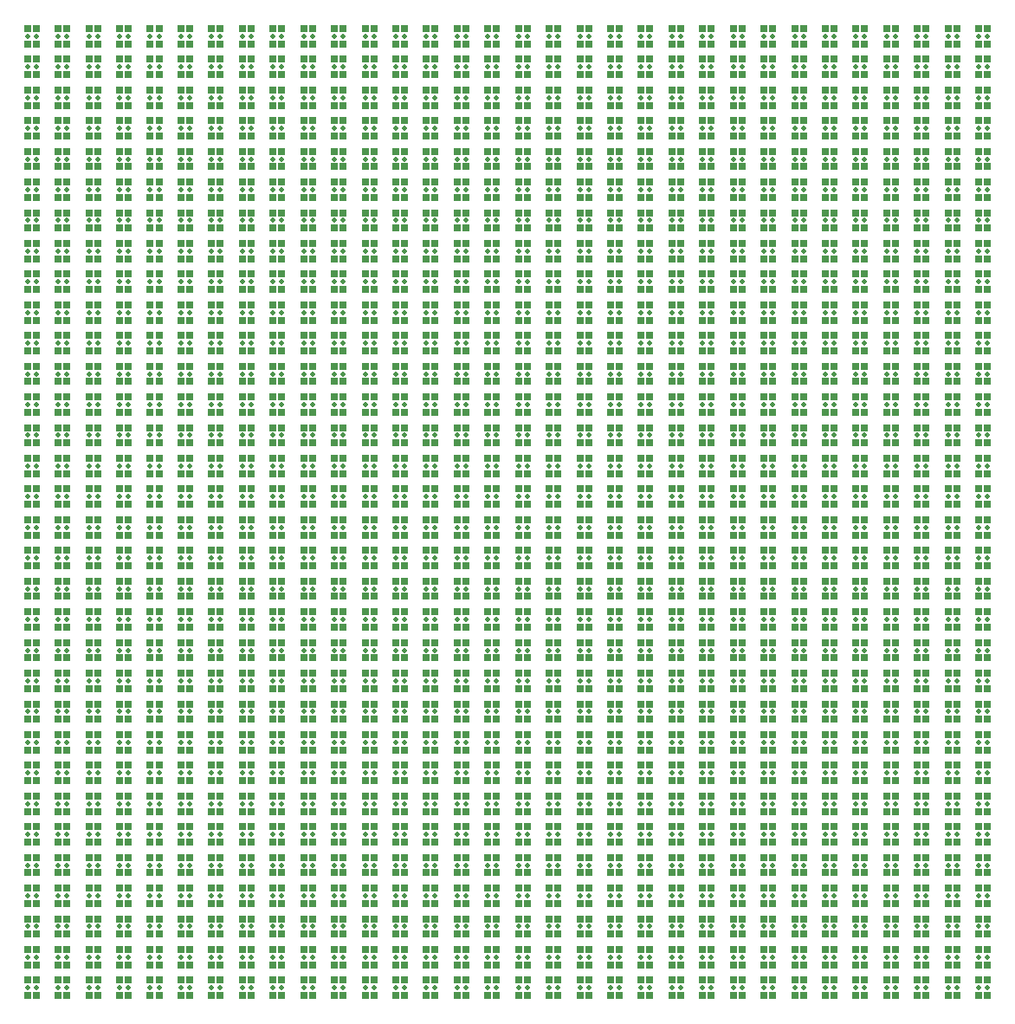
<source format=gbr>
%TF.GenerationSoftware,KiCad,Pcbnew,8.0.2*%
%TF.CreationDate,2024-07-20T19:47:13-05:00*%
%TF.ProjectId,pixel_grid,70697865-6c5f-4677-9269-642e6b696361,rev?*%
%TF.SameCoordinates,Original*%
%TF.FileFunction,Soldermask,Top*%
%TF.FilePolarity,Negative*%
%FSLAX46Y46*%
G04 Gerber Fmt 4.6, Leading zero omitted, Abs format (unit mm)*
G04 Created by KiCad (PCBNEW 8.0.2) date 2024-07-20 19:47:13*
%MOMM*%
%LPD*%
G01*
G04 APERTURE LIST*
%ADD10R,0.650000X0.800000*%
%ADD11C,0.500000*%
G04 APERTURE END LIST*
D10*
%TO.C,D1024*%
X113425000Y-112250000D03*
D11*
X113425000Y-113000000D03*
D10*
X113425000Y-113750000D03*
X112575000Y-112250000D03*
D11*
X112575000Y-113000000D03*
D10*
X112575000Y-113750000D03*
%TD*%
%TO.C,D1023*%
X110425000Y-112250000D03*
D11*
X110425000Y-113000000D03*
D10*
X110425000Y-113750000D03*
X109575000Y-112250000D03*
D11*
X109575000Y-113000000D03*
D10*
X109575000Y-113750000D03*
%TD*%
%TO.C,D1022*%
X107425000Y-112250000D03*
D11*
X107425000Y-113000000D03*
D10*
X107425000Y-113750000D03*
X106575000Y-112250000D03*
D11*
X106575000Y-113000000D03*
D10*
X106575000Y-113750000D03*
%TD*%
%TO.C,D1021*%
X104425000Y-112250000D03*
D11*
X104425000Y-113000000D03*
D10*
X104425000Y-113750000D03*
X103575000Y-112250000D03*
D11*
X103575000Y-113000000D03*
D10*
X103575000Y-113750000D03*
%TD*%
%TO.C,D1020*%
X101425000Y-112250000D03*
D11*
X101425000Y-113000000D03*
D10*
X101425000Y-113750000D03*
X100575000Y-112250000D03*
D11*
X100575000Y-113000000D03*
D10*
X100575000Y-113750000D03*
%TD*%
%TO.C,D1019*%
X98425000Y-112250000D03*
D11*
X98425000Y-113000000D03*
D10*
X98425000Y-113750000D03*
X97575000Y-112250000D03*
D11*
X97575000Y-113000000D03*
D10*
X97575000Y-113750000D03*
%TD*%
%TO.C,D1018*%
X95425000Y-112250000D03*
D11*
X95425000Y-113000000D03*
D10*
X95425000Y-113750000D03*
X94575000Y-112250000D03*
D11*
X94575000Y-113000000D03*
D10*
X94575000Y-113750000D03*
%TD*%
%TO.C,D1017*%
X92425000Y-112250000D03*
D11*
X92425000Y-113000000D03*
D10*
X92425000Y-113750000D03*
X91575000Y-112250000D03*
D11*
X91575000Y-113000000D03*
D10*
X91575000Y-113750000D03*
%TD*%
%TO.C,D1016*%
X89425000Y-112250000D03*
D11*
X89425000Y-113000000D03*
D10*
X89425000Y-113750000D03*
X88575000Y-112250000D03*
D11*
X88575000Y-113000000D03*
D10*
X88575000Y-113750000D03*
%TD*%
%TO.C,D1015*%
X86425000Y-112250000D03*
D11*
X86425000Y-113000000D03*
D10*
X86425000Y-113750000D03*
X85575000Y-112250000D03*
D11*
X85575000Y-113000000D03*
D10*
X85575000Y-113750000D03*
%TD*%
%TO.C,D1014*%
X83425000Y-112250000D03*
D11*
X83425000Y-113000000D03*
D10*
X83425000Y-113750000D03*
X82575000Y-112250000D03*
D11*
X82575000Y-113000000D03*
D10*
X82575000Y-113750000D03*
%TD*%
%TO.C,D1013*%
X80425000Y-112250000D03*
D11*
X80425000Y-113000000D03*
D10*
X80425000Y-113750000D03*
X79575000Y-112250000D03*
D11*
X79575000Y-113000000D03*
D10*
X79575000Y-113750000D03*
%TD*%
%TO.C,D1012*%
X77425000Y-112250000D03*
D11*
X77425000Y-113000000D03*
D10*
X77425000Y-113750000D03*
X76575000Y-112250000D03*
D11*
X76575000Y-113000000D03*
D10*
X76575000Y-113750000D03*
%TD*%
%TO.C,D1011*%
X74425000Y-112250000D03*
D11*
X74425000Y-113000000D03*
D10*
X74425000Y-113750000D03*
X73575000Y-112250000D03*
D11*
X73575000Y-113000000D03*
D10*
X73575000Y-113750000D03*
%TD*%
%TO.C,D1010*%
X71425000Y-112250000D03*
D11*
X71425000Y-113000000D03*
D10*
X71425000Y-113750000D03*
X70575000Y-112250000D03*
D11*
X70575000Y-113000000D03*
D10*
X70575000Y-113750000D03*
%TD*%
%TO.C,D1009*%
X68425000Y-112250000D03*
D11*
X68425000Y-113000000D03*
D10*
X68425000Y-113750000D03*
X67575000Y-112250000D03*
D11*
X67575000Y-113000000D03*
D10*
X67575000Y-113750000D03*
%TD*%
%TO.C,D1008*%
X65425000Y-112250000D03*
D11*
X65425000Y-113000000D03*
D10*
X65425000Y-113750000D03*
X64575000Y-112250000D03*
D11*
X64575000Y-113000000D03*
D10*
X64575000Y-113750000D03*
%TD*%
%TO.C,D1007*%
X62425000Y-112250000D03*
D11*
X62425000Y-113000000D03*
D10*
X62425000Y-113750000D03*
X61575000Y-112250000D03*
D11*
X61575000Y-113000000D03*
D10*
X61575000Y-113750000D03*
%TD*%
%TO.C,D1006*%
X59425000Y-112250000D03*
D11*
X59425000Y-113000000D03*
D10*
X59425000Y-113750000D03*
X58575000Y-112250000D03*
D11*
X58575000Y-113000000D03*
D10*
X58575000Y-113750000D03*
%TD*%
%TO.C,D1005*%
X56425000Y-112250000D03*
D11*
X56425000Y-113000000D03*
D10*
X56425000Y-113750000D03*
X55575000Y-112250000D03*
D11*
X55575000Y-113000000D03*
D10*
X55575000Y-113750000D03*
%TD*%
%TO.C,D1004*%
X53425000Y-112250000D03*
D11*
X53425000Y-113000000D03*
D10*
X53425000Y-113750000D03*
X52575000Y-112250000D03*
D11*
X52575000Y-113000000D03*
D10*
X52575000Y-113750000D03*
%TD*%
%TO.C,D1003*%
X50425000Y-112250000D03*
D11*
X50425000Y-113000000D03*
D10*
X50425000Y-113750000D03*
X49575000Y-112250000D03*
D11*
X49575000Y-113000000D03*
D10*
X49575000Y-113750000D03*
%TD*%
%TO.C,D1002*%
X47425000Y-112250000D03*
D11*
X47425000Y-113000000D03*
D10*
X47425000Y-113750000D03*
X46575000Y-112250000D03*
D11*
X46575000Y-113000000D03*
D10*
X46575000Y-113750000D03*
%TD*%
%TO.C,D1001*%
X44425000Y-112250000D03*
D11*
X44425000Y-113000000D03*
D10*
X44425000Y-113750000D03*
X43575000Y-112250000D03*
D11*
X43575000Y-113000000D03*
D10*
X43575000Y-113750000D03*
%TD*%
%TO.C,D1000*%
X41425000Y-112250000D03*
D11*
X41425000Y-113000000D03*
D10*
X41425000Y-113750000D03*
X40575000Y-112250000D03*
D11*
X40575000Y-113000000D03*
D10*
X40575000Y-113750000D03*
%TD*%
%TO.C,D999*%
X38425000Y-112250000D03*
D11*
X38425000Y-113000000D03*
D10*
X38425000Y-113750000D03*
X37575000Y-112250000D03*
D11*
X37575000Y-113000000D03*
D10*
X37575000Y-113750000D03*
%TD*%
%TO.C,D998*%
X35425000Y-112250000D03*
D11*
X35425000Y-113000000D03*
D10*
X35425000Y-113750000D03*
X34575000Y-112250000D03*
D11*
X34575000Y-113000000D03*
D10*
X34575000Y-113750000D03*
%TD*%
%TO.C,D997*%
X32425000Y-112250000D03*
D11*
X32425000Y-113000000D03*
D10*
X32425000Y-113750000D03*
X31575000Y-112250000D03*
D11*
X31575000Y-113000000D03*
D10*
X31575000Y-113750000D03*
%TD*%
%TO.C,D996*%
X29425000Y-112250000D03*
D11*
X29425000Y-113000000D03*
D10*
X29425000Y-113750000D03*
X28575000Y-112250000D03*
D11*
X28575000Y-113000000D03*
D10*
X28575000Y-113750000D03*
%TD*%
%TO.C,D995*%
X26425000Y-112250000D03*
D11*
X26425000Y-113000000D03*
D10*
X26425000Y-113750000D03*
X25575000Y-112250000D03*
D11*
X25575000Y-113000000D03*
D10*
X25575000Y-113750000D03*
%TD*%
%TO.C,D994*%
X23425000Y-112250000D03*
D11*
X23425000Y-113000000D03*
D10*
X23425000Y-113750000D03*
X22575000Y-112250000D03*
D11*
X22575000Y-113000000D03*
D10*
X22575000Y-113750000D03*
%TD*%
%TO.C,D993*%
X20425000Y-112250000D03*
D11*
X20425000Y-113000000D03*
D10*
X20425000Y-113750000D03*
X19575000Y-112250000D03*
D11*
X19575000Y-113000000D03*
D10*
X19575000Y-113750000D03*
%TD*%
%TO.C,D992*%
X113425000Y-109250000D03*
D11*
X113425000Y-110000000D03*
D10*
X113425000Y-110750000D03*
X112575000Y-109250000D03*
D11*
X112575000Y-110000000D03*
D10*
X112575000Y-110750000D03*
%TD*%
%TO.C,D991*%
X110425000Y-109250000D03*
D11*
X110425000Y-110000000D03*
D10*
X110425000Y-110750000D03*
X109575000Y-109250000D03*
D11*
X109575000Y-110000000D03*
D10*
X109575000Y-110750000D03*
%TD*%
%TO.C,D990*%
X107425000Y-109250000D03*
D11*
X107425000Y-110000000D03*
D10*
X107425000Y-110750000D03*
X106575000Y-109250000D03*
D11*
X106575000Y-110000000D03*
D10*
X106575000Y-110750000D03*
%TD*%
%TO.C,D989*%
X104425000Y-109250000D03*
D11*
X104425000Y-110000000D03*
D10*
X104425000Y-110750000D03*
X103575000Y-109250000D03*
D11*
X103575000Y-110000000D03*
D10*
X103575000Y-110750000D03*
%TD*%
%TO.C,D988*%
X101425000Y-109250000D03*
D11*
X101425000Y-110000000D03*
D10*
X101425000Y-110750000D03*
X100575000Y-109250000D03*
D11*
X100575000Y-110000000D03*
D10*
X100575000Y-110750000D03*
%TD*%
%TO.C,D987*%
X98425000Y-109250000D03*
D11*
X98425000Y-110000000D03*
D10*
X98425000Y-110750000D03*
X97575000Y-109250000D03*
D11*
X97575000Y-110000000D03*
D10*
X97575000Y-110750000D03*
%TD*%
%TO.C,D986*%
X95425000Y-109250000D03*
D11*
X95425000Y-110000000D03*
D10*
X95425000Y-110750000D03*
X94575000Y-109250000D03*
D11*
X94575000Y-110000000D03*
D10*
X94575000Y-110750000D03*
%TD*%
%TO.C,D985*%
X92425000Y-109250000D03*
D11*
X92425000Y-110000000D03*
D10*
X92425000Y-110750000D03*
X91575000Y-109250000D03*
D11*
X91575000Y-110000000D03*
D10*
X91575000Y-110750000D03*
%TD*%
%TO.C,D984*%
X89425000Y-109250000D03*
D11*
X89425000Y-110000000D03*
D10*
X89425000Y-110750000D03*
X88575000Y-109250000D03*
D11*
X88575000Y-110000000D03*
D10*
X88575000Y-110750000D03*
%TD*%
%TO.C,D983*%
X86425000Y-109250000D03*
D11*
X86425000Y-110000000D03*
D10*
X86425000Y-110750000D03*
X85575000Y-109250000D03*
D11*
X85575000Y-110000000D03*
D10*
X85575000Y-110750000D03*
%TD*%
%TO.C,D982*%
X83425000Y-109250000D03*
D11*
X83425000Y-110000000D03*
D10*
X83425000Y-110750000D03*
X82575000Y-109250000D03*
D11*
X82575000Y-110000000D03*
D10*
X82575000Y-110750000D03*
%TD*%
%TO.C,D981*%
X80425000Y-109250000D03*
D11*
X80425000Y-110000000D03*
D10*
X80425000Y-110750000D03*
X79575000Y-109250000D03*
D11*
X79575000Y-110000000D03*
D10*
X79575000Y-110750000D03*
%TD*%
%TO.C,D980*%
X77425000Y-109250000D03*
D11*
X77425000Y-110000000D03*
D10*
X77425000Y-110750000D03*
X76575000Y-109250000D03*
D11*
X76575000Y-110000000D03*
D10*
X76575000Y-110750000D03*
%TD*%
%TO.C,D979*%
X74425000Y-109250000D03*
D11*
X74425000Y-110000000D03*
D10*
X74425000Y-110750000D03*
X73575000Y-109250000D03*
D11*
X73575000Y-110000000D03*
D10*
X73575000Y-110750000D03*
%TD*%
%TO.C,D978*%
X71425000Y-109250000D03*
D11*
X71425000Y-110000000D03*
D10*
X71425000Y-110750000D03*
X70575000Y-109250000D03*
D11*
X70575000Y-110000000D03*
D10*
X70575000Y-110750000D03*
%TD*%
%TO.C,D977*%
X68425000Y-109250000D03*
D11*
X68425000Y-110000000D03*
D10*
X68425000Y-110750000D03*
X67575000Y-109250000D03*
D11*
X67575000Y-110000000D03*
D10*
X67575000Y-110750000D03*
%TD*%
%TO.C,D976*%
X65425000Y-109250000D03*
D11*
X65425000Y-110000000D03*
D10*
X65425000Y-110750000D03*
X64575000Y-109250000D03*
D11*
X64575000Y-110000000D03*
D10*
X64575000Y-110750000D03*
%TD*%
%TO.C,D975*%
X62425000Y-109250000D03*
D11*
X62425000Y-110000000D03*
D10*
X62425000Y-110750000D03*
X61575000Y-109250000D03*
D11*
X61575000Y-110000000D03*
D10*
X61575000Y-110750000D03*
%TD*%
%TO.C,D974*%
X59425000Y-109250000D03*
D11*
X59425000Y-110000000D03*
D10*
X59425000Y-110750000D03*
X58575000Y-109250000D03*
D11*
X58575000Y-110000000D03*
D10*
X58575000Y-110750000D03*
%TD*%
%TO.C,D973*%
X56425000Y-109250000D03*
D11*
X56425000Y-110000000D03*
D10*
X56425000Y-110750000D03*
X55575000Y-109250000D03*
D11*
X55575000Y-110000000D03*
D10*
X55575000Y-110750000D03*
%TD*%
%TO.C,D972*%
X53425000Y-109250000D03*
D11*
X53425000Y-110000000D03*
D10*
X53425000Y-110750000D03*
X52575000Y-109250000D03*
D11*
X52575000Y-110000000D03*
D10*
X52575000Y-110750000D03*
%TD*%
%TO.C,D971*%
X50425000Y-109250000D03*
D11*
X50425000Y-110000000D03*
D10*
X50425000Y-110750000D03*
X49575000Y-109250000D03*
D11*
X49575000Y-110000000D03*
D10*
X49575000Y-110750000D03*
%TD*%
%TO.C,D970*%
X47425000Y-109250000D03*
D11*
X47425000Y-110000000D03*
D10*
X47425000Y-110750000D03*
X46575000Y-109250000D03*
D11*
X46575000Y-110000000D03*
D10*
X46575000Y-110750000D03*
%TD*%
%TO.C,D969*%
X44425000Y-109250000D03*
D11*
X44425000Y-110000000D03*
D10*
X44425000Y-110750000D03*
X43575000Y-109250000D03*
D11*
X43575000Y-110000000D03*
D10*
X43575000Y-110750000D03*
%TD*%
%TO.C,D968*%
X41425000Y-109250000D03*
D11*
X41425000Y-110000000D03*
D10*
X41425000Y-110750000D03*
X40575000Y-109250000D03*
D11*
X40575000Y-110000000D03*
D10*
X40575000Y-110750000D03*
%TD*%
%TO.C,D967*%
X38425000Y-109250000D03*
D11*
X38425000Y-110000000D03*
D10*
X38425000Y-110750000D03*
X37575000Y-109250000D03*
D11*
X37575000Y-110000000D03*
D10*
X37575000Y-110750000D03*
%TD*%
%TO.C,D966*%
X35425000Y-109250000D03*
D11*
X35425000Y-110000000D03*
D10*
X35425000Y-110750000D03*
X34575000Y-109250000D03*
D11*
X34575000Y-110000000D03*
D10*
X34575000Y-110750000D03*
%TD*%
%TO.C,D965*%
X32425000Y-109250000D03*
D11*
X32425000Y-110000000D03*
D10*
X32425000Y-110750000D03*
X31575000Y-109250000D03*
D11*
X31575000Y-110000000D03*
D10*
X31575000Y-110750000D03*
%TD*%
%TO.C,D964*%
X29425000Y-109250000D03*
D11*
X29425000Y-110000000D03*
D10*
X29425000Y-110750000D03*
X28575000Y-109250000D03*
D11*
X28575000Y-110000000D03*
D10*
X28575000Y-110750000D03*
%TD*%
%TO.C,D963*%
X26425000Y-109250000D03*
D11*
X26425000Y-110000000D03*
D10*
X26425000Y-110750000D03*
X25575000Y-109250000D03*
D11*
X25575000Y-110000000D03*
D10*
X25575000Y-110750000D03*
%TD*%
%TO.C,D962*%
X23425000Y-109250000D03*
D11*
X23425000Y-110000000D03*
D10*
X23425000Y-110750000D03*
X22575000Y-109250000D03*
D11*
X22575000Y-110000000D03*
D10*
X22575000Y-110750000D03*
%TD*%
%TO.C,D961*%
X20425000Y-109250000D03*
D11*
X20425000Y-110000000D03*
D10*
X20425000Y-110750000D03*
X19575000Y-109250000D03*
D11*
X19575000Y-110000000D03*
D10*
X19575000Y-110750000D03*
%TD*%
%TO.C,D960*%
X113425000Y-106250000D03*
D11*
X113425000Y-107000000D03*
D10*
X113425000Y-107750000D03*
X112575000Y-106250000D03*
D11*
X112575000Y-107000000D03*
D10*
X112575000Y-107750000D03*
%TD*%
%TO.C,D959*%
X110425000Y-106250000D03*
D11*
X110425000Y-107000000D03*
D10*
X110425000Y-107750000D03*
X109575000Y-106250000D03*
D11*
X109575000Y-107000000D03*
D10*
X109575000Y-107750000D03*
%TD*%
%TO.C,D958*%
X107425000Y-106250000D03*
D11*
X107425000Y-107000000D03*
D10*
X107425000Y-107750000D03*
X106575000Y-106250000D03*
D11*
X106575000Y-107000000D03*
D10*
X106575000Y-107750000D03*
%TD*%
%TO.C,D957*%
X104425000Y-106250000D03*
D11*
X104425000Y-107000000D03*
D10*
X104425000Y-107750000D03*
X103575000Y-106250000D03*
D11*
X103575000Y-107000000D03*
D10*
X103575000Y-107750000D03*
%TD*%
%TO.C,D956*%
X101425000Y-106250000D03*
D11*
X101425000Y-107000000D03*
D10*
X101425000Y-107750000D03*
X100575000Y-106250000D03*
D11*
X100575000Y-107000000D03*
D10*
X100575000Y-107750000D03*
%TD*%
%TO.C,D955*%
X98425000Y-106250000D03*
D11*
X98425000Y-107000000D03*
D10*
X98425000Y-107750000D03*
X97575000Y-106250000D03*
D11*
X97575000Y-107000000D03*
D10*
X97575000Y-107750000D03*
%TD*%
%TO.C,D954*%
X95425000Y-106250000D03*
D11*
X95425000Y-107000000D03*
D10*
X95425000Y-107750000D03*
X94575000Y-106250000D03*
D11*
X94575000Y-107000000D03*
D10*
X94575000Y-107750000D03*
%TD*%
%TO.C,D953*%
X92425000Y-106250000D03*
D11*
X92425000Y-107000000D03*
D10*
X92425000Y-107750000D03*
X91575000Y-106250000D03*
D11*
X91575000Y-107000000D03*
D10*
X91575000Y-107750000D03*
%TD*%
%TO.C,D952*%
X89425000Y-106250000D03*
D11*
X89425000Y-107000000D03*
D10*
X89425000Y-107750000D03*
X88575000Y-106250000D03*
D11*
X88575000Y-107000000D03*
D10*
X88575000Y-107750000D03*
%TD*%
%TO.C,D951*%
X86425000Y-106250000D03*
D11*
X86425000Y-107000000D03*
D10*
X86425000Y-107750000D03*
X85575000Y-106250000D03*
D11*
X85575000Y-107000000D03*
D10*
X85575000Y-107750000D03*
%TD*%
%TO.C,D950*%
X83425000Y-106250000D03*
D11*
X83425000Y-107000000D03*
D10*
X83425000Y-107750000D03*
X82575000Y-106250000D03*
D11*
X82575000Y-107000000D03*
D10*
X82575000Y-107750000D03*
%TD*%
%TO.C,D949*%
X80425000Y-106250000D03*
D11*
X80425000Y-107000000D03*
D10*
X80425000Y-107750000D03*
X79575000Y-106250000D03*
D11*
X79575000Y-107000000D03*
D10*
X79575000Y-107750000D03*
%TD*%
%TO.C,D948*%
X77425000Y-106250000D03*
D11*
X77425000Y-107000000D03*
D10*
X77425000Y-107750000D03*
X76575000Y-106250000D03*
D11*
X76575000Y-107000000D03*
D10*
X76575000Y-107750000D03*
%TD*%
%TO.C,D947*%
X74425000Y-106250000D03*
D11*
X74425000Y-107000000D03*
D10*
X74425000Y-107750000D03*
X73575000Y-106250000D03*
D11*
X73575000Y-107000000D03*
D10*
X73575000Y-107750000D03*
%TD*%
%TO.C,D946*%
X71425000Y-106250000D03*
D11*
X71425000Y-107000000D03*
D10*
X71425000Y-107750000D03*
X70575000Y-106250000D03*
D11*
X70575000Y-107000000D03*
D10*
X70575000Y-107750000D03*
%TD*%
%TO.C,D945*%
X68425000Y-106250000D03*
D11*
X68425000Y-107000000D03*
D10*
X68425000Y-107750000D03*
X67575000Y-106250000D03*
D11*
X67575000Y-107000000D03*
D10*
X67575000Y-107750000D03*
%TD*%
%TO.C,D944*%
X65425000Y-106250000D03*
D11*
X65425000Y-107000000D03*
D10*
X65425000Y-107750000D03*
X64575000Y-106250000D03*
D11*
X64575000Y-107000000D03*
D10*
X64575000Y-107750000D03*
%TD*%
%TO.C,D943*%
X62425000Y-106250000D03*
D11*
X62425000Y-107000000D03*
D10*
X62425000Y-107750000D03*
X61575000Y-106250000D03*
D11*
X61575000Y-107000000D03*
D10*
X61575000Y-107750000D03*
%TD*%
%TO.C,D942*%
X59425000Y-106250000D03*
D11*
X59425000Y-107000000D03*
D10*
X59425000Y-107750000D03*
X58575000Y-106250000D03*
D11*
X58575000Y-107000000D03*
D10*
X58575000Y-107750000D03*
%TD*%
%TO.C,D941*%
X56425000Y-106250000D03*
D11*
X56425000Y-107000000D03*
D10*
X56425000Y-107750000D03*
X55575000Y-106250000D03*
D11*
X55575000Y-107000000D03*
D10*
X55575000Y-107750000D03*
%TD*%
%TO.C,D940*%
X53425000Y-106250000D03*
D11*
X53425000Y-107000000D03*
D10*
X53425000Y-107750000D03*
X52575000Y-106250000D03*
D11*
X52575000Y-107000000D03*
D10*
X52575000Y-107750000D03*
%TD*%
%TO.C,D939*%
X50425000Y-106250000D03*
D11*
X50425000Y-107000000D03*
D10*
X50425000Y-107750000D03*
X49575000Y-106250000D03*
D11*
X49575000Y-107000000D03*
D10*
X49575000Y-107750000D03*
%TD*%
%TO.C,D938*%
X47425000Y-106250000D03*
D11*
X47425000Y-107000000D03*
D10*
X47425000Y-107750000D03*
X46575000Y-106250000D03*
D11*
X46575000Y-107000000D03*
D10*
X46575000Y-107750000D03*
%TD*%
%TO.C,D937*%
X44425000Y-106250000D03*
D11*
X44425000Y-107000000D03*
D10*
X44425000Y-107750000D03*
X43575000Y-106250000D03*
D11*
X43575000Y-107000000D03*
D10*
X43575000Y-107750000D03*
%TD*%
%TO.C,D936*%
X41425000Y-106250000D03*
D11*
X41425000Y-107000000D03*
D10*
X41425000Y-107750000D03*
X40575000Y-106250000D03*
D11*
X40575000Y-107000000D03*
D10*
X40575000Y-107750000D03*
%TD*%
%TO.C,D935*%
X38425000Y-106250000D03*
D11*
X38425000Y-107000000D03*
D10*
X38425000Y-107750000D03*
X37575000Y-106250000D03*
D11*
X37575000Y-107000000D03*
D10*
X37575000Y-107750000D03*
%TD*%
%TO.C,D934*%
X35425000Y-106250000D03*
D11*
X35425000Y-107000000D03*
D10*
X35425000Y-107750000D03*
X34575000Y-106250000D03*
D11*
X34575000Y-107000000D03*
D10*
X34575000Y-107750000D03*
%TD*%
%TO.C,D933*%
X32425000Y-106250000D03*
D11*
X32425000Y-107000000D03*
D10*
X32425000Y-107750000D03*
X31575000Y-106250000D03*
D11*
X31575000Y-107000000D03*
D10*
X31575000Y-107750000D03*
%TD*%
%TO.C,D932*%
X29425000Y-106250000D03*
D11*
X29425000Y-107000000D03*
D10*
X29425000Y-107750000D03*
X28575000Y-106250000D03*
D11*
X28575000Y-107000000D03*
D10*
X28575000Y-107750000D03*
%TD*%
%TO.C,D931*%
X26425000Y-106250000D03*
D11*
X26425000Y-107000000D03*
D10*
X26425000Y-107750000D03*
X25575000Y-106250000D03*
D11*
X25575000Y-107000000D03*
D10*
X25575000Y-107750000D03*
%TD*%
%TO.C,D930*%
X23425000Y-106250000D03*
D11*
X23425000Y-107000000D03*
D10*
X23425000Y-107750000D03*
X22575000Y-106250000D03*
D11*
X22575000Y-107000000D03*
D10*
X22575000Y-107750000D03*
%TD*%
%TO.C,D929*%
X20425000Y-106250000D03*
D11*
X20425000Y-107000000D03*
D10*
X20425000Y-107750000D03*
X19575000Y-106250000D03*
D11*
X19575000Y-107000000D03*
D10*
X19575000Y-107750000D03*
%TD*%
%TO.C,D928*%
X113425000Y-103250000D03*
D11*
X113425000Y-104000000D03*
D10*
X113425000Y-104750000D03*
X112575000Y-103250000D03*
D11*
X112575000Y-104000000D03*
D10*
X112575000Y-104750000D03*
%TD*%
%TO.C,D927*%
X110425000Y-103250000D03*
D11*
X110425000Y-104000000D03*
D10*
X110425000Y-104750000D03*
X109575000Y-103250000D03*
D11*
X109575000Y-104000000D03*
D10*
X109575000Y-104750000D03*
%TD*%
%TO.C,D926*%
X107425000Y-103250000D03*
D11*
X107425000Y-104000000D03*
D10*
X107425000Y-104750000D03*
X106575000Y-103250000D03*
D11*
X106575000Y-104000000D03*
D10*
X106575000Y-104750000D03*
%TD*%
%TO.C,D925*%
X104425000Y-103250000D03*
D11*
X104425000Y-104000000D03*
D10*
X104425000Y-104750000D03*
X103575000Y-103250000D03*
D11*
X103575000Y-104000000D03*
D10*
X103575000Y-104750000D03*
%TD*%
%TO.C,D924*%
X101425000Y-103250000D03*
D11*
X101425000Y-104000000D03*
D10*
X101425000Y-104750000D03*
X100575000Y-103250000D03*
D11*
X100575000Y-104000000D03*
D10*
X100575000Y-104750000D03*
%TD*%
%TO.C,D923*%
X98425000Y-103250000D03*
D11*
X98425000Y-104000000D03*
D10*
X98425000Y-104750000D03*
X97575000Y-103250000D03*
D11*
X97575000Y-104000000D03*
D10*
X97575000Y-104750000D03*
%TD*%
%TO.C,D922*%
X95425000Y-103250000D03*
D11*
X95425000Y-104000000D03*
D10*
X95425000Y-104750000D03*
X94575000Y-103250000D03*
D11*
X94575000Y-104000000D03*
D10*
X94575000Y-104750000D03*
%TD*%
%TO.C,D921*%
X92425000Y-103250000D03*
D11*
X92425000Y-104000000D03*
D10*
X92425000Y-104750000D03*
X91575000Y-103250000D03*
D11*
X91575000Y-104000000D03*
D10*
X91575000Y-104750000D03*
%TD*%
%TO.C,D920*%
X89425000Y-103250000D03*
D11*
X89425000Y-104000000D03*
D10*
X89425000Y-104750000D03*
X88575000Y-103250000D03*
D11*
X88575000Y-104000000D03*
D10*
X88575000Y-104750000D03*
%TD*%
%TO.C,D919*%
X86425000Y-103250000D03*
D11*
X86425000Y-104000000D03*
D10*
X86425000Y-104750000D03*
X85575000Y-103250000D03*
D11*
X85575000Y-104000000D03*
D10*
X85575000Y-104750000D03*
%TD*%
%TO.C,D918*%
X83425000Y-103250000D03*
D11*
X83425000Y-104000000D03*
D10*
X83425000Y-104750000D03*
X82575000Y-103250000D03*
D11*
X82575000Y-104000000D03*
D10*
X82575000Y-104750000D03*
%TD*%
%TO.C,D917*%
X80425000Y-103250000D03*
D11*
X80425000Y-104000000D03*
D10*
X80425000Y-104750000D03*
X79575000Y-103250000D03*
D11*
X79575000Y-104000000D03*
D10*
X79575000Y-104750000D03*
%TD*%
%TO.C,D916*%
X77425000Y-103250000D03*
D11*
X77425000Y-104000000D03*
D10*
X77425000Y-104750000D03*
X76575000Y-103250000D03*
D11*
X76575000Y-104000000D03*
D10*
X76575000Y-104750000D03*
%TD*%
%TO.C,D915*%
X74425000Y-103250000D03*
D11*
X74425000Y-104000000D03*
D10*
X74425000Y-104750000D03*
X73575000Y-103250000D03*
D11*
X73575000Y-104000000D03*
D10*
X73575000Y-104750000D03*
%TD*%
%TO.C,D914*%
X71425000Y-103250000D03*
D11*
X71425000Y-104000000D03*
D10*
X71425000Y-104750000D03*
X70575000Y-103250000D03*
D11*
X70575000Y-104000000D03*
D10*
X70575000Y-104750000D03*
%TD*%
%TO.C,D913*%
X68425000Y-103250000D03*
D11*
X68425000Y-104000000D03*
D10*
X68425000Y-104750000D03*
X67575000Y-103250000D03*
D11*
X67575000Y-104000000D03*
D10*
X67575000Y-104750000D03*
%TD*%
%TO.C,D912*%
X65425000Y-103250000D03*
D11*
X65425000Y-104000000D03*
D10*
X65425000Y-104750000D03*
X64575000Y-103250000D03*
D11*
X64575000Y-104000000D03*
D10*
X64575000Y-104750000D03*
%TD*%
%TO.C,D911*%
X62425000Y-103250000D03*
D11*
X62425000Y-104000000D03*
D10*
X62425000Y-104750000D03*
X61575000Y-103250000D03*
D11*
X61575000Y-104000000D03*
D10*
X61575000Y-104750000D03*
%TD*%
%TO.C,D910*%
X59425000Y-103250000D03*
D11*
X59425000Y-104000000D03*
D10*
X59425000Y-104750000D03*
X58575000Y-103250000D03*
D11*
X58575000Y-104000000D03*
D10*
X58575000Y-104750000D03*
%TD*%
%TO.C,D909*%
X56425000Y-103250000D03*
D11*
X56425000Y-104000000D03*
D10*
X56425000Y-104750000D03*
X55575000Y-103250000D03*
D11*
X55575000Y-104000000D03*
D10*
X55575000Y-104750000D03*
%TD*%
%TO.C,D908*%
X53425000Y-103250000D03*
D11*
X53425000Y-104000000D03*
D10*
X53425000Y-104750000D03*
X52575000Y-103250000D03*
D11*
X52575000Y-104000000D03*
D10*
X52575000Y-104750000D03*
%TD*%
%TO.C,D907*%
X50425000Y-103250000D03*
D11*
X50425000Y-104000000D03*
D10*
X50425000Y-104750000D03*
X49575000Y-103250000D03*
D11*
X49575000Y-104000000D03*
D10*
X49575000Y-104750000D03*
%TD*%
%TO.C,D906*%
X47425000Y-103250000D03*
D11*
X47425000Y-104000000D03*
D10*
X47425000Y-104750000D03*
X46575000Y-103250000D03*
D11*
X46575000Y-104000000D03*
D10*
X46575000Y-104750000D03*
%TD*%
%TO.C,D905*%
X44425000Y-103250000D03*
D11*
X44425000Y-104000000D03*
D10*
X44425000Y-104750000D03*
X43575000Y-103250000D03*
D11*
X43575000Y-104000000D03*
D10*
X43575000Y-104750000D03*
%TD*%
%TO.C,D904*%
X41425000Y-103250000D03*
D11*
X41425000Y-104000000D03*
D10*
X41425000Y-104750000D03*
X40575000Y-103250000D03*
D11*
X40575000Y-104000000D03*
D10*
X40575000Y-104750000D03*
%TD*%
%TO.C,D903*%
X38425000Y-103250000D03*
D11*
X38425000Y-104000000D03*
D10*
X38425000Y-104750000D03*
X37575000Y-103250000D03*
D11*
X37575000Y-104000000D03*
D10*
X37575000Y-104750000D03*
%TD*%
%TO.C,D902*%
X35425000Y-103250000D03*
D11*
X35425000Y-104000000D03*
D10*
X35425000Y-104750000D03*
X34575000Y-103250000D03*
D11*
X34575000Y-104000000D03*
D10*
X34575000Y-104750000D03*
%TD*%
%TO.C,D901*%
X32425000Y-103250000D03*
D11*
X32425000Y-104000000D03*
D10*
X32425000Y-104750000D03*
X31575000Y-103250000D03*
D11*
X31575000Y-104000000D03*
D10*
X31575000Y-104750000D03*
%TD*%
%TO.C,D900*%
X29425000Y-103250000D03*
D11*
X29425000Y-104000000D03*
D10*
X29425000Y-104750000D03*
X28575000Y-103250000D03*
D11*
X28575000Y-104000000D03*
D10*
X28575000Y-104750000D03*
%TD*%
%TO.C,D899*%
X26425000Y-103250000D03*
D11*
X26425000Y-104000000D03*
D10*
X26425000Y-104750000D03*
X25575000Y-103250000D03*
D11*
X25575000Y-104000000D03*
D10*
X25575000Y-104750000D03*
%TD*%
%TO.C,D898*%
X23425000Y-103250000D03*
D11*
X23425000Y-104000000D03*
D10*
X23425000Y-104750000D03*
X22575000Y-103250000D03*
D11*
X22575000Y-104000000D03*
D10*
X22575000Y-104750000D03*
%TD*%
%TO.C,D897*%
X20425000Y-103250000D03*
D11*
X20425000Y-104000000D03*
D10*
X20425000Y-104750000D03*
X19575000Y-103250000D03*
D11*
X19575000Y-104000000D03*
D10*
X19575000Y-104750000D03*
%TD*%
%TO.C,D896*%
X113425000Y-100250000D03*
D11*
X113425000Y-101000000D03*
D10*
X113425000Y-101750000D03*
X112575000Y-100250000D03*
D11*
X112575000Y-101000000D03*
D10*
X112575000Y-101750000D03*
%TD*%
%TO.C,D895*%
X110425000Y-100250000D03*
D11*
X110425000Y-101000000D03*
D10*
X110425000Y-101750000D03*
X109575000Y-100250000D03*
D11*
X109575000Y-101000000D03*
D10*
X109575000Y-101750000D03*
%TD*%
%TO.C,D894*%
X107425000Y-100250000D03*
D11*
X107425000Y-101000000D03*
D10*
X107425000Y-101750000D03*
X106575000Y-100250000D03*
D11*
X106575000Y-101000000D03*
D10*
X106575000Y-101750000D03*
%TD*%
%TO.C,D893*%
X104425000Y-100250000D03*
D11*
X104425000Y-101000000D03*
D10*
X104425000Y-101750000D03*
X103575000Y-100250000D03*
D11*
X103575000Y-101000000D03*
D10*
X103575000Y-101750000D03*
%TD*%
%TO.C,D892*%
X101425000Y-100250000D03*
D11*
X101425000Y-101000000D03*
D10*
X101425000Y-101750000D03*
X100575000Y-100250000D03*
D11*
X100575000Y-101000000D03*
D10*
X100575000Y-101750000D03*
%TD*%
%TO.C,D891*%
X98425000Y-100250000D03*
D11*
X98425000Y-101000000D03*
D10*
X98425000Y-101750000D03*
X97575000Y-100250000D03*
D11*
X97575000Y-101000000D03*
D10*
X97575000Y-101750000D03*
%TD*%
%TO.C,D890*%
X95425000Y-100250000D03*
D11*
X95425000Y-101000000D03*
D10*
X95425000Y-101750000D03*
X94575000Y-100250000D03*
D11*
X94575000Y-101000000D03*
D10*
X94575000Y-101750000D03*
%TD*%
%TO.C,D889*%
X92425000Y-100250000D03*
D11*
X92425000Y-101000000D03*
D10*
X92425000Y-101750000D03*
X91575000Y-100250000D03*
D11*
X91575000Y-101000000D03*
D10*
X91575000Y-101750000D03*
%TD*%
%TO.C,D888*%
X89425000Y-100250000D03*
D11*
X89425000Y-101000000D03*
D10*
X89425000Y-101750000D03*
X88575000Y-100250000D03*
D11*
X88575000Y-101000000D03*
D10*
X88575000Y-101750000D03*
%TD*%
%TO.C,D887*%
X86425000Y-100250000D03*
D11*
X86425000Y-101000000D03*
D10*
X86425000Y-101750000D03*
X85575000Y-100250000D03*
D11*
X85575000Y-101000000D03*
D10*
X85575000Y-101750000D03*
%TD*%
%TO.C,D886*%
X83425000Y-100250000D03*
D11*
X83425000Y-101000000D03*
D10*
X83425000Y-101750000D03*
X82575000Y-100250000D03*
D11*
X82575000Y-101000000D03*
D10*
X82575000Y-101750000D03*
%TD*%
%TO.C,D885*%
X80425000Y-100250000D03*
D11*
X80425000Y-101000000D03*
D10*
X80425000Y-101750000D03*
X79575000Y-100250000D03*
D11*
X79575000Y-101000000D03*
D10*
X79575000Y-101750000D03*
%TD*%
%TO.C,D884*%
X77425000Y-100250000D03*
D11*
X77425000Y-101000000D03*
D10*
X77425000Y-101750000D03*
X76575000Y-100250000D03*
D11*
X76575000Y-101000000D03*
D10*
X76575000Y-101750000D03*
%TD*%
%TO.C,D883*%
X74425000Y-100250000D03*
D11*
X74425000Y-101000000D03*
D10*
X74425000Y-101750000D03*
X73575000Y-100250000D03*
D11*
X73575000Y-101000000D03*
D10*
X73575000Y-101750000D03*
%TD*%
%TO.C,D882*%
X71425000Y-100250000D03*
D11*
X71425000Y-101000000D03*
D10*
X71425000Y-101750000D03*
X70575000Y-100250000D03*
D11*
X70575000Y-101000000D03*
D10*
X70575000Y-101750000D03*
%TD*%
%TO.C,D881*%
X68425000Y-100250000D03*
D11*
X68425000Y-101000000D03*
D10*
X68425000Y-101750000D03*
X67575000Y-100250000D03*
D11*
X67575000Y-101000000D03*
D10*
X67575000Y-101750000D03*
%TD*%
%TO.C,D880*%
X65425000Y-100250000D03*
D11*
X65425000Y-101000000D03*
D10*
X65425000Y-101750000D03*
X64575000Y-100250000D03*
D11*
X64575000Y-101000000D03*
D10*
X64575000Y-101750000D03*
%TD*%
%TO.C,D879*%
X62425000Y-100250000D03*
D11*
X62425000Y-101000000D03*
D10*
X62425000Y-101750000D03*
X61575000Y-100250000D03*
D11*
X61575000Y-101000000D03*
D10*
X61575000Y-101750000D03*
%TD*%
%TO.C,D878*%
X59425000Y-100250000D03*
D11*
X59425000Y-101000000D03*
D10*
X59425000Y-101750000D03*
X58575000Y-100250000D03*
D11*
X58575000Y-101000000D03*
D10*
X58575000Y-101750000D03*
%TD*%
%TO.C,D877*%
X56425000Y-100250000D03*
D11*
X56425000Y-101000000D03*
D10*
X56425000Y-101750000D03*
X55575000Y-100250000D03*
D11*
X55575000Y-101000000D03*
D10*
X55575000Y-101750000D03*
%TD*%
%TO.C,D876*%
X53425000Y-100250000D03*
D11*
X53425000Y-101000000D03*
D10*
X53425000Y-101750000D03*
X52575000Y-100250000D03*
D11*
X52575000Y-101000000D03*
D10*
X52575000Y-101750000D03*
%TD*%
%TO.C,D875*%
X50425000Y-100250000D03*
D11*
X50425000Y-101000000D03*
D10*
X50425000Y-101750000D03*
X49575000Y-100250000D03*
D11*
X49575000Y-101000000D03*
D10*
X49575000Y-101750000D03*
%TD*%
%TO.C,D874*%
X47425000Y-100250000D03*
D11*
X47425000Y-101000000D03*
D10*
X47425000Y-101750000D03*
X46575000Y-100250000D03*
D11*
X46575000Y-101000000D03*
D10*
X46575000Y-101750000D03*
%TD*%
%TO.C,D873*%
X44425000Y-100250000D03*
D11*
X44425000Y-101000000D03*
D10*
X44425000Y-101750000D03*
X43575000Y-100250000D03*
D11*
X43575000Y-101000000D03*
D10*
X43575000Y-101750000D03*
%TD*%
%TO.C,D872*%
X41425000Y-100250000D03*
D11*
X41425000Y-101000000D03*
D10*
X41425000Y-101750000D03*
X40575000Y-100250000D03*
D11*
X40575000Y-101000000D03*
D10*
X40575000Y-101750000D03*
%TD*%
%TO.C,D871*%
X38425000Y-100250000D03*
D11*
X38425000Y-101000000D03*
D10*
X38425000Y-101750000D03*
X37575000Y-100250000D03*
D11*
X37575000Y-101000000D03*
D10*
X37575000Y-101750000D03*
%TD*%
%TO.C,D870*%
X35425000Y-100250000D03*
D11*
X35425000Y-101000000D03*
D10*
X35425000Y-101750000D03*
X34575000Y-100250000D03*
D11*
X34575000Y-101000000D03*
D10*
X34575000Y-101750000D03*
%TD*%
%TO.C,D869*%
X32425000Y-100250000D03*
D11*
X32425000Y-101000000D03*
D10*
X32425000Y-101750000D03*
X31575000Y-100250000D03*
D11*
X31575000Y-101000000D03*
D10*
X31575000Y-101750000D03*
%TD*%
%TO.C,D868*%
X29425000Y-100250000D03*
D11*
X29425000Y-101000000D03*
D10*
X29425000Y-101750000D03*
X28575000Y-100250000D03*
D11*
X28575000Y-101000000D03*
D10*
X28575000Y-101750000D03*
%TD*%
%TO.C,D867*%
X26425000Y-100250000D03*
D11*
X26425000Y-101000000D03*
D10*
X26425000Y-101750000D03*
X25575000Y-100250000D03*
D11*
X25575000Y-101000000D03*
D10*
X25575000Y-101750000D03*
%TD*%
%TO.C,D866*%
X23425000Y-100250000D03*
D11*
X23425000Y-101000000D03*
D10*
X23425000Y-101750000D03*
X22575000Y-100250000D03*
D11*
X22575000Y-101000000D03*
D10*
X22575000Y-101750000D03*
%TD*%
%TO.C,D865*%
X20425000Y-100250000D03*
D11*
X20425000Y-101000000D03*
D10*
X20425000Y-101750000D03*
X19575000Y-100250000D03*
D11*
X19575000Y-101000000D03*
D10*
X19575000Y-101750000D03*
%TD*%
%TO.C,D864*%
X113425000Y-97250000D03*
D11*
X113425000Y-98000000D03*
D10*
X113425000Y-98750000D03*
X112575000Y-97250000D03*
D11*
X112575000Y-98000000D03*
D10*
X112575000Y-98750000D03*
%TD*%
%TO.C,D863*%
X110425000Y-97250000D03*
D11*
X110425000Y-98000000D03*
D10*
X110425000Y-98750000D03*
X109575000Y-97250000D03*
D11*
X109575000Y-98000000D03*
D10*
X109575000Y-98750000D03*
%TD*%
%TO.C,D862*%
X107425000Y-97250000D03*
D11*
X107425000Y-98000000D03*
D10*
X107425000Y-98750000D03*
X106575000Y-97250000D03*
D11*
X106575000Y-98000000D03*
D10*
X106575000Y-98750000D03*
%TD*%
%TO.C,D861*%
X104425000Y-97250000D03*
D11*
X104425000Y-98000000D03*
D10*
X104425000Y-98750000D03*
X103575000Y-97250000D03*
D11*
X103575000Y-98000000D03*
D10*
X103575000Y-98750000D03*
%TD*%
%TO.C,D860*%
X101425000Y-97250000D03*
D11*
X101425000Y-98000000D03*
D10*
X101425000Y-98750000D03*
X100575000Y-97250000D03*
D11*
X100575000Y-98000000D03*
D10*
X100575000Y-98750000D03*
%TD*%
%TO.C,D859*%
X98425000Y-97250000D03*
D11*
X98425000Y-98000000D03*
D10*
X98425000Y-98750000D03*
X97575000Y-97250000D03*
D11*
X97575000Y-98000000D03*
D10*
X97575000Y-98750000D03*
%TD*%
%TO.C,D858*%
X95425000Y-97250000D03*
D11*
X95425000Y-98000000D03*
D10*
X95425000Y-98750000D03*
X94575000Y-97250000D03*
D11*
X94575000Y-98000000D03*
D10*
X94575000Y-98750000D03*
%TD*%
%TO.C,D857*%
X92425000Y-97250000D03*
D11*
X92425000Y-98000000D03*
D10*
X92425000Y-98750000D03*
X91575000Y-97250000D03*
D11*
X91575000Y-98000000D03*
D10*
X91575000Y-98750000D03*
%TD*%
%TO.C,D856*%
X89425000Y-97250000D03*
D11*
X89425000Y-98000000D03*
D10*
X89425000Y-98750000D03*
X88575000Y-97250000D03*
D11*
X88575000Y-98000000D03*
D10*
X88575000Y-98750000D03*
%TD*%
%TO.C,D855*%
X86425000Y-97250000D03*
D11*
X86425000Y-98000000D03*
D10*
X86425000Y-98750000D03*
X85575000Y-97250000D03*
D11*
X85575000Y-98000000D03*
D10*
X85575000Y-98750000D03*
%TD*%
%TO.C,D854*%
X83425000Y-97250000D03*
D11*
X83425000Y-98000000D03*
D10*
X83425000Y-98750000D03*
X82575000Y-97250000D03*
D11*
X82575000Y-98000000D03*
D10*
X82575000Y-98750000D03*
%TD*%
%TO.C,D853*%
X80425000Y-97250000D03*
D11*
X80425000Y-98000000D03*
D10*
X80425000Y-98750000D03*
X79575000Y-97250000D03*
D11*
X79575000Y-98000000D03*
D10*
X79575000Y-98750000D03*
%TD*%
%TO.C,D852*%
X77425000Y-97250000D03*
D11*
X77425000Y-98000000D03*
D10*
X77425000Y-98750000D03*
X76575000Y-97250000D03*
D11*
X76575000Y-98000000D03*
D10*
X76575000Y-98750000D03*
%TD*%
%TO.C,D851*%
X74425000Y-97250000D03*
D11*
X74425000Y-98000000D03*
D10*
X74425000Y-98750000D03*
X73575000Y-97250000D03*
D11*
X73575000Y-98000000D03*
D10*
X73575000Y-98750000D03*
%TD*%
%TO.C,D850*%
X71425000Y-97250000D03*
D11*
X71425000Y-98000000D03*
D10*
X71425000Y-98750000D03*
X70575000Y-97250000D03*
D11*
X70575000Y-98000000D03*
D10*
X70575000Y-98750000D03*
%TD*%
%TO.C,D849*%
X68425000Y-97250000D03*
D11*
X68425000Y-98000000D03*
D10*
X68425000Y-98750000D03*
X67575000Y-97250000D03*
D11*
X67575000Y-98000000D03*
D10*
X67575000Y-98750000D03*
%TD*%
%TO.C,D848*%
X65425000Y-97250000D03*
D11*
X65425000Y-98000000D03*
D10*
X65425000Y-98750000D03*
X64575000Y-97250000D03*
D11*
X64575000Y-98000000D03*
D10*
X64575000Y-98750000D03*
%TD*%
%TO.C,D847*%
X62425000Y-97250000D03*
D11*
X62425000Y-98000000D03*
D10*
X62425000Y-98750000D03*
X61575000Y-97250000D03*
D11*
X61575000Y-98000000D03*
D10*
X61575000Y-98750000D03*
%TD*%
%TO.C,D846*%
X59425000Y-97250000D03*
D11*
X59425000Y-98000000D03*
D10*
X59425000Y-98750000D03*
X58575000Y-97250000D03*
D11*
X58575000Y-98000000D03*
D10*
X58575000Y-98750000D03*
%TD*%
%TO.C,D845*%
X56425000Y-97250000D03*
D11*
X56425000Y-98000000D03*
D10*
X56425000Y-98750000D03*
X55575000Y-97250000D03*
D11*
X55575000Y-98000000D03*
D10*
X55575000Y-98750000D03*
%TD*%
%TO.C,D844*%
X53425000Y-97250000D03*
D11*
X53425000Y-98000000D03*
D10*
X53425000Y-98750000D03*
X52575000Y-97250000D03*
D11*
X52575000Y-98000000D03*
D10*
X52575000Y-98750000D03*
%TD*%
%TO.C,D843*%
X50425000Y-97250000D03*
D11*
X50425000Y-98000000D03*
D10*
X50425000Y-98750000D03*
X49575000Y-97250000D03*
D11*
X49575000Y-98000000D03*
D10*
X49575000Y-98750000D03*
%TD*%
%TO.C,D842*%
X47425000Y-97250000D03*
D11*
X47425000Y-98000000D03*
D10*
X47425000Y-98750000D03*
X46575000Y-97250000D03*
D11*
X46575000Y-98000000D03*
D10*
X46575000Y-98750000D03*
%TD*%
%TO.C,D841*%
X44425000Y-97250000D03*
D11*
X44425000Y-98000000D03*
D10*
X44425000Y-98750000D03*
X43575000Y-97250000D03*
D11*
X43575000Y-98000000D03*
D10*
X43575000Y-98750000D03*
%TD*%
%TO.C,D840*%
X41425000Y-97250000D03*
D11*
X41425000Y-98000000D03*
D10*
X41425000Y-98750000D03*
X40575000Y-97250000D03*
D11*
X40575000Y-98000000D03*
D10*
X40575000Y-98750000D03*
%TD*%
%TO.C,D839*%
X38425000Y-97250000D03*
D11*
X38425000Y-98000000D03*
D10*
X38425000Y-98750000D03*
X37575000Y-97250000D03*
D11*
X37575000Y-98000000D03*
D10*
X37575000Y-98750000D03*
%TD*%
%TO.C,D838*%
X35425000Y-97250000D03*
D11*
X35425000Y-98000000D03*
D10*
X35425000Y-98750000D03*
X34575000Y-97250000D03*
D11*
X34575000Y-98000000D03*
D10*
X34575000Y-98750000D03*
%TD*%
%TO.C,D837*%
X32425000Y-97250000D03*
D11*
X32425000Y-98000000D03*
D10*
X32425000Y-98750000D03*
X31575000Y-97250000D03*
D11*
X31575000Y-98000000D03*
D10*
X31575000Y-98750000D03*
%TD*%
%TO.C,D836*%
X29425000Y-97250000D03*
D11*
X29425000Y-98000000D03*
D10*
X29425000Y-98750000D03*
X28575000Y-97250000D03*
D11*
X28575000Y-98000000D03*
D10*
X28575000Y-98750000D03*
%TD*%
%TO.C,D835*%
X26425000Y-97250000D03*
D11*
X26425000Y-98000000D03*
D10*
X26425000Y-98750000D03*
X25575000Y-97250000D03*
D11*
X25575000Y-98000000D03*
D10*
X25575000Y-98750000D03*
%TD*%
%TO.C,D834*%
X23425000Y-97250000D03*
D11*
X23425000Y-98000000D03*
D10*
X23425000Y-98750000D03*
X22575000Y-97250000D03*
D11*
X22575000Y-98000000D03*
D10*
X22575000Y-98750000D03*
%TD*%
%TO.C,D833*%
X20425000Y-97250000D03*
D11*
X20425000Y-98000000D03*
D10*
X20425000Y-98750000D03*
X19575000Y-97250000D03*
D11*
X19575000Y-98000000D03*
D10*
X19575000Y-98750000D03*
%TD*%
%TO.C,D832*%
X113425000Y-94250000D03*
D11*
X113425000Y-95000000D03*
D10*
X113425000Y-95750000D03*
X112575000Y-94250000D03*
D11*
X112575000Y-95000000D03*
D10*
X112575000Y-95750000D03*
%TD*%
%TO.C,D831*%
X110425000Y-94250000D03*
D11*
X110425000Y-95000000D03*
D10*
X110425000Y-95750000D03*
X109575000Y-94250000D03*
D11*
X109575000Y-95000000D03*
D10*
X109575000Y-95750000D03*
%TD*%
%TO.C,D830*%
X107425000Y-94250000D03*
D11*
X107425000Y-95000000D03*
D10*
X107425000Y-95750000D03*
X106575000Y-94250000D03*
D11*
X106575000Y-95000000D03*
D10*
X106575000Y-95750000D03*
%TD*%
%TO.C,D829*%
X104425000Y-94250000D03*
D11*
X104425000Y-95000000D03*
D10*
X104425000Y-95750000D03*
X103575000Y-94250000D03*
D11*
X103575000Y-95000000D03*
D10*
X103575000Y-95750000D03*
%TD*%
%TO.C,D828*%
X101425000Y-94250000D03*
D11*
X101425000Y-95000000D03*
D10*
X101425000Y-95750000D03*
X100575000Y-94250000D03*
D11*
X100575000Y-95000000D03*
D10*
X100575000Y-95750000D03*
%TD*%
%TO.C,D827*%
X98425000Y-94250000D03*
D11*
X98425000Y-95000000D03*
D10*
X98425000Y-95750000D03*
X97575000Y-94250000D03*
D11*
X97575000Y-95000000D03*
D10*
X97575000Y-95750000D03*
%TD*%
%TO.C,D826*%
X95425000Y-94250000D03*
D11*
X95425000Y-95000000D03*
D10*
X95425000Y-95750000D03*
X94575000Y-94250000D03*
D11*
X94575000Y-95000000D03*
D10*
X94575000Y-95750000D03*
%TD*%
%TO.C,D825*%
X92425000Y-94250000D03*
D11*
X92425000Y-95000000D03*
D10*
X92425000Y-95750000D03*
X91575000Y-94250000D03*
D11*
X91575000Y-95000000D03*
D10*
X91575000Y-95750000D03*
%TD*%
%TO.C,D824*%
X89425000Y-94250000D03*
D11*
X89425000Y-95000000D03*
D10*
X89425000Y-95750000D03*
X88575000Y-94250000D03*
D11*
X88575000Y-95000000D03*
D10*
X88575000Y-95750000D03*
%TD*%
%TO.C,D823*%
X86425000Y-94250000D03*
D11*
X86425000Y-95000000D03*
D10*
X86425000Y-95750000D03*
X85575000Y-94250000D03*
D11*
X85575000Y-95000000D03*
D10*
X85575000Y-95750000D03*
%TD*%
%TO.C,D822*%
X83425000Y-94250000D03*
D11*
X83425000Y-95000000D03*
D10*
X83425000Y-95750000D03*
X82575000Y-94250000D03*
D11*
X82575000Y-95000000D03*
D10*
X82575000Y-95750000D03*
%TD*%
%TO.C,D821*%
X80425000Y-94250000D03*
D11*
X80425000Y-95000000D03*
D10*
X80425000Y-95750000D03*
X79575000Y-94250000D03*
D11*
X79575000Y-95000000D03*
D10*
X79575000Y-95750000D03*
%TD*%
%TO.C,D820*%
X77425000Y-94250000D03*
D11*
X77425000Y-95000000D03*
D10*
X77425000Y-95750000D03*
X76575000Y-94250000D03*
D11*
X76575000Y-95000000D03*
D10*
X76575000Y-95750000D03*
%TD*%
%TO.C,D819*%
X74425000Y-94250000D03*
D11*
X74425000Y-95000000D03*
D10*
X74425000Y-95750000D03*
X73575000Y-94250000D03*
D11*
X73575000Y-95000000D03*
D10*
X73575000Y-95750000D03*
%TD*%
%TO.C,D818*%
X71425000Y-94250000D03*
D11*
X71425000Y-95000000D03*
D10*
X71425000Y-95750000D03*
X70575000Y-94250000D03*
D11*
X70575000Y-95000000D03*
D10*
X70575000Y-95750000D03*
%TD*%
%TO.C,D817*%
X68425000Y-94250000D03*
D11*
X68425000Y-95000000D03*
D10*
X68425000Y-95750000D03*
X67575000Y-94250000D03*
D11*
X67575000Y-95000000D03*
D10*
X67575000Y-95750000D03*
%TD*%
%TO.C,D816*%
X65425000Y-94250000D03*
D11*
X65425000Y-95000000D03*
D10*
X65425000Y-95750000D03*
X64575000Y-94250000D03*
D11*
X64575000Y-95000000D03*
D10*
X64575000Y-95750000D03*
%TD*%
%TO.C,D815*%
X62425000Y-94250000D03*
D11*
X62425000Y-95000000D03*
D10*
X62425000Y-95750000D03*
X61575000Y-94250000D03*
D11*
X61575000Y-95000000D03*
D10*
X61575000Y-95750000D03*
%TD*%
%TO.C,D814*%
X59425000Y-94250000D03*
D11*
X59425000Y-95000000D03*
D10*
X59425000Y-95750000D03*
X58575000Y-94250000D03*
D11*
X58575000Y-95000000D03*
D10*
X58575000Y-95750000D03*
%TD*%
%TO.C,D813*%
X56425000Y-94250000D03*
D11*
X56425000Y-95000000D03*
D10*
X56425000Y-95750000D03*
X55575000Y-94250000D03*
D11*
X55575000Y-95000000D03*
D10*
X55575000Y-95750000D03*
%TD*%
%TO.C,D812*%
X53425000Y-94250000D03*
D11*
X53425000Y-95000000D03*
D10*
X53425000Y-95750000D03*
X52575000Y-94250000D03*
D11*
X52575000Y-95000000D03*
D10*
X52575000Y-95750000D03*
%TD*%
%TO.C,D811*%
X50425000Y-94250000D03*
D11*
X50425000Y-95000000D03*
D10*
X50425000Y-95750000D03*
X49575000Y-94250000D03*
D11*
X49575000Y-95000000D03*
D10*
X49575000Y-95750000D03*
%TD*%
%TO.C,D810*%
X47425000Y-94250000D03*
D11*
X47425000Y-95000000D03*
D10*
X47425000Y-95750000D03*
X46575000Y-94250000D03*
D11*
X46575000Y-95000000D03*
D10*
X46575000Y-95750000D03*
%TD*%
%TO.C,D809*%
X44425000Y-94250000D03*
D11*
X44425000Y-95000000D03*
D10*
X44425000Y-95750000D03*
X43575000Y-94250000D03*
D11*
X43575000Y-95000000D03*
D10*
X43575000Y-95750000D03*
%TD*%
%TO.C,D808*%
X41425000Y-94250000D03*
D11*
X41425000Y-95000000D03*
D10*
X41425000Y-95750000D03*
X40575000Y-94250000D03*
D11*
X40575000Y-95000000D03*
D10*
X40575000Y-95750000D03*
%TD*%
%TO.C,D807*%
X38425000Y-94250000D03*
D11*
X38425000Y-95000000D03*
D10*
X38425000Y-95750000D03*
X37575000Y-94250000D03*
D11*
X37575000Y-95000000D03*
D10*
X37575000Y-95750000D03*
%TD*%
%TO.C,D806*%
X35425000Y-94250000D03*
D11*
X35425000Y-95000000D03*
D10*
X35425000Y-95750000D03*
X34575000Y-94250000D03*
D11*
X34575000Y-95000000D03*
D10*
X34575000Y-95750000D03*
%TD*%
%TO.C,D805*%
X32425000Y-94250000D03*
D11*
X32425000Y-95000000D03*
D10*
X32425000Y-95750000D03*
X31575000Y-94250000D03*
D11*
X31575000Y-95000000D03*
D10*
X31575000Y-95750000D03*
%TD*%
%TO.C,D804*%
X29425000Y-94250000D03*
D11*
X29425000Y-95000000D03*
D10*
X29425000Y-95750000D03*
X28575000Y-94250000D03*
D11*
X28575000Y-95000000D03*
D10*
X28575000Y-95750000D03*
%TD*%
%TO.C,D803*%
X26425000Y-94250000D03*
D11*
X26425000Y-95000000D03*
D10*
X26425000Y-95750000D03*
X25575000Y-94250000D03*
D11*
X25575000Y-95000000D03*
D10*
X25575000Y-95750000D03*
%TD*%
%TO.C,D802*%
X23425000Y-94250000D03*
D11*
X23425000Y-95000000D03*
D10*
X23425000Y-95750000D03*
X22575000Y-94250000D03*
D11*
X22575000Y-95000000D03*
D10*
X22575000Y-95750000D03*
%TD*%
%TO.C,D801*%
X20425000Y-94250000D03*
D11*
X20425000Y-95000000D03*
D10*
X20425000Y-95750000D03*
X19575000Y-94250000D03*
D11*
X19575000Y-95000000D03*
D10*
X19575000Y-95750000D03*
%TD*%
%TO.C,D800*%
X113425000Y-91250000D03*
D11*
X113425000Y-92000000D03*
D10*
X113425000Y-92750000D03*
X112575000Y-91250000D03*
D11*
X112575000Y-92000000D03*
D10*
X112575000Y-92750000D03*
%TD*%
%TO.C,D799*%
X110425000Y-91250000D03*
D11*
X110425000Y-92000000D03*
D10*
X110425000Y-92750000D03*
X109575000Y-91250000D03*
D11*
X109575000Y-92000000D03*
D10*
X109575000Y-92750000D03*
%TD*%
%TO.C,D798*%
X107425000Y-91250000D03*
D11*
X107425000Y-92000000D03*
D10*
X107425000Y-92750000D03*
X106575000Y-91250000D03*
D11*
X106575000Y-92000000D03*
D10*
X106575000Y-92750000D03*
%TD*%
%TO.C,D797*%
X104425000Y-91250000D03*
D11*
X104425000Y-92000000D03*
D10*
X104425000Y-92750000D03*
X103575000Y-91250000D03*
D11*
X103575000Y-92000000D03*
D10*
X103575000Y-92750000D03*
%TD*%
%TO.C,D796*%
X101425000Y-91250000D03*
D11*
X101425000Y-92000000D03*
D10*
X101425000Y-92750000D03*
X100575000Y-91250000D03*
D11*
X100575000Y-92000000D03*
D10*
X100575000Y-92750000D03*
%TD*%
%TO.C,D795*%
X98425000Y-91250000D03*
D11*
X98425000Y-92000000D03*
D10*
X98425000Y-92750000D03*
X97575000Y-91250000D03*
D11*
X97575000Y-92000000D03*
D10*
X97575000Y-92750000D03*
%TD*%
%TO.C,D794*%
X95425000Y-91250000D03*
D11*
X95425000Y-92000000D03*
D10*
X95425000Y-92750000D03*
X94575000Y-91250000D03*
D11*
X94575000Y-92000000D03*
D10*
X94575000Y-92750000D03*
%TD*%
%TO.C,D793*%
X92425000Y-91250000D03*
D11*
X92425000Y-92000000D03*
D10*
X92425000Y-92750000D03*
X91575000Y-91250000D03*
D11*
X91575000Y-92000000D03*
D10*
X91575000Y-92750000D03*
%TD*%
%TO.C,D792*%
X89425000Y-91250000D03*
D11*
X89425000Y-92000000D03*
D10*
X89425000Y-92750000D03*
X88575000Y-91250000D03*
D11*
X88575000Y-92000000D03*
D10*
X88575000Y-92750000D03*
%TD*%
%TO.C,D791*%
X86425000Y-91250000D03*
D11*
X86425000Y-92000000D03*
D10*
X86425000Y-92750000D03*
X85575000Y-91250000D03*
D11*
X85575000Y-92000000D03*
D10*
X85575000Y-92750000D03*
%TD*%
%TO.C,D790*%
X83425000Y-91250000D03*
D11*
X83425000Y-92000000D03*
D10*
X83425000Y-92750000D03*
X82575000Y-91250000D03*
D11*
X82575000Y-92000000D03*
D10*
X82575000Y-92750000D03*
%TD*%
%TO.C,D789*%
X80425000Y-91250000D03*
D11*
X80425000Y-92000000D03*
D10*
X80425000Y-92750000D03*
X79575000Y-91250000D03*
D11*
X79575000Y-92000000D03*
D10*
X79575000Y-92750000D03*
%TD*%
%TO.C,D788*%
X77425000Y-91250000D03*
D11*
X77425000Y-92000000D03*
D10*
X77425000Y-92750000D03*
X76575000Y-91250000D03*
D11*
X76575000Y-92000000D03*
D10*
X76575000Y-92750000D03*
%TD*%
%TO.C,D787*%
X74425000Y-91250000D03*
D11*
X74425000Y-92000000D03*
D10*
X74425000Y-92750000D03*
X73575000Y-91250000D03*
D11*
X73575000Y-92000000D03*
D10*
X73575000Y-92750000D03*
%TD*%
%TO.C,D786*%
X71425000Y-91250000D03*
D11*
X71425000Y-92000000D03*
D10*
X71425000Y-92750000D03*
X70575000Y-91250000D03*
D11*
X70575000Y-92000000D03*
D10*
X70575000Y-92750000D03*
%TD*%
%TO.C,D785*%
X68425000Y-91250000D03*
D11*
X68425000Y-92000000D03*
D10*
X68425000Y-92750000D03*
X67575000Y-91250000D03*
D11*
X67575000Y-92000000D03*
D10*
X67575000Y-92750000D03*
%TD*%
%TO.C,D784*%
X65425000Y-91250000D03*
D11*
X65425000Y-92000000D03*
D10*
X65425000Y-92750000D03*
X64575000Y-91250000D03*
D11*
X64575000Y-92000000D03*
D10*
X64575000Y-92750000D03*
%TD*%
%TO.C,D783*%
X62425000Y-91250000D03*
D11*
X62425000Y-92000000D03*
D10*
X62425000Y-92750000D03*
X61575000Y-91250000D03*
D11*
X61575000Y-92000000D03*
D10*
X61575000Y-92750000D03*
%TD*%
%TO.C,D782*%
X59425000Y-91250000D03*
D11*
X59425000Y-92000000D03*
D10*
X59425000Y-92750000D03*
X58575000Y-91250000D03*
D11*
X58575000Y-92000000D03*
D10*
X58575000Y-92750000D03*
%TD*%
%TO.C,D781*%
X56425000Y-91250000D03*
D11*
X56425000Y-92000000D03*
D10*
X56425000Y-92750000D03*
X55575000Y-91250000D03*
D11*
X55575000Y-92000000D03*
D10*
X55575000Y-92750000D03*
%TD*%
%TO.C,D780*%
X53425000Y-91250000D03*
D11*
X53425000Y-92000000D03*
D10*
X53425000Y-92750000D03*
X52575000Y-91250000D03*
D11*
X52575000Y-92000000D03*
D10*
X52575000Y-92750000D03*
%TD*%
%TO.C,D779*%
X50425000Y-91250000D03*
D11*
X50425000Y-92000000D03*
D10*
X50425000Y-92750000D03*
X49575000Y-91250000D03*
D11*
X49575000Y-92000000D03*
D10*
X49575000Y-92750000D03*
%TD*%
%TO.C,D778*%
X47425000Y-91250000D03*
D11*
X47425000Y-92000000D03*
D10*
X47425000Y-92750000D03*
X46575000Y-91250000D03*
D11*
X46575000Y-92000000D03*
D10*
X46575000Y-92750000D03*
%TD*%
%TO.C,D777*%
X44425000Y-91250000D03*
D11*
X44425000Y-92000000D03*
D10*
X44425000Y-92750000D03*
X43575000Y-91250000D03*
D11*
X43575000Y-92000000D03*
D10*
X43575000Y-92750000D03*
%TD*%
%TO.C,D776*%
X41425000Y-91250000D03*
D11*
X41425000Y-92000000D03*
D10*
X41425000Y-92750000D03*
X40575000Y-91250000D03*
D11*
X40575000Y-92000000D03*
D10*
X40575000Y-92750000D03*
%TD*%
%TO.C,D775*%
X38425000Y-91250000D03*
D11*
X38425000Y-92000000D03*
D10*
X38425000Y-92750000D03*
X37575000Y-91250000D03*
D11*
X37575000Y-92000000D03*
D10*
X37575000Y-92750000D03*
%TD*%
%TO.C,D774*%
X35425000Y-91250000D03*
D11*
X35425000Y-92000000D03*
D10*
X35425000Y-92750000D03*
X34575000Y-91250000D03*
D11*
X34575000Y-92000000D03*
D10*
X34575000Y-92750000D03*
%TD*%
%TO.C,D773*%
X32425000Y-91250000D03*
D11*
X32425000Y-92000000D03*
D10*
X32425000Y-92750000D03*
X31575000Y-91250000D03*
D11*
X31575000Y-92000000D03*
D10*
X31575000Y-92750000D03*
%TD*%
%TO.C,D772*%
X29425000Y-91250000D03*
D11*
X29425000Y-92000000D03*
D10*
X29425000Y-92750000D03*
X28575000Y-91250000D03*
D11*
X28575000Y-92000000D03*
D10*
X28575000Y-92750000D03*
%TD*%
%TO.C,D771*%
X26425000Y-91250000D03*
D11*
X26425000Y-92000000D03*
D10*
X26425000Y-92750000D03*
X25575000Y-91250000D03*
D11*
X25575000Y-92000000D03*
D10*
X25575000Y-92750000D03*
%TD*%
%TO.C,D770*%
X23425000Y-91250000D03*
D11*
X23425000Y-92000000D03*
D10*
X23425000Y-92750000D03*
X22575000Y-91250000D03*
D11*
X22575000Y-92000000D03*
D10*
X22575000Y-92750000D03*
%TD*%
%TO.C,D769*%
X20425000Y-91250000D03*
D11*
X20425000Y-92000000D03*
D10*
X20425000Y-92750000D03*
X19575000Y-91250000D03*
D11*
X19575000Y-92000000D03*
D10*
X19575000Y-92750000D03*
%TD*%
%TO.C,D768*%
X113425000Y-88250000D03*
D11*
X113425000Y-89000000D03*
D10*
X113425000Y-89750000D03*
X112575000Y-88250000D03*
D11*
X112575000Y-89000000D03*
D10*
X112575000Y-89750000D03*
%TD*%
%TO.C,D767*%
X110425000Y-88250000D03*
D11*
X110425000Y-89000000D03*
D10*
X110425000Y-89750000D03*
X109575000Y-88250000D03*
D11*
X109575000Y-89000000D03*
D10*
X109575000Y-89750000D03*
%TD*%
%TO.C,D766*%
X107425000Y-88250000D03*
D11*
X107425000Y-89000000D03*
D10*
X107425000Y-89750000D03*
X106575000Y-88250000D03*
D11*
X106575000Y-89000000D03*
D10*
X106575000Y-89750000D03*
%TD*%
%TO.C,D765*%
X104425000Y-88250000D03*
D11*
X104425000Y-89000000D03*
D10*
X104425000Y-89750000D03*
X103575000Y-88250000D03*
D11*
X103575000Y-89000000D03*
D10*
X103575000Y-89750000D03*
%TD*%
%TO.C,D764*%
X101425000Y-88250000D03*
D11*
X101425000Y-89000000D03*
D10*
X101425000Y-89750000D03*
X100575000Y-88250000D03*
D11*
X100575000Y-89000000D03*
D10*
X100575000Y-89750000D03*
%TD*%
%TO.C,D763*%
X98425000Y-88250000D03*
D11*
X98425000Y-89000000D03*
D10*
X98425000Y-89750000D03*
X97575000Y-88250000D03*
D11*
X97575000Y-89000000D03*
D10*
X97575000Y-89750000D03*
%TD*%
%TO.C,D762*%
X95425000Y-88250000D03*
D11*
X95425000Y-89000000D03*
D10*
X95425000Y-89750000D03*
X94575000Y-88250000D03*
D11*
X94575000Y-89000000D03*
D10*
X94575000Y-89750000D03*
%TD*%
%TO.C,D761*%
X92425000Y-88250000D03*
D11*
X92425000Y-89000000D03*
D10*
X92425000Y-89750000D03*
X91575000Y-88250000D03*
D11*
X91575000Y-89000000D03*
D10*
X91575000Y-89750000D03*
%TD*%
%TO.C,D760*%
X89425000Y-88250000D03*
D11*
X89425000Y-89000000D03*
D10*
X89425000Y-89750000D03*
X88575000Y-88250000D03*
D11*
X88575000Y-89000000D03*
D10*
X88575000Y-89750000D03*
%TD*%
%TO.C,D759*%
X86425000Y-88250000D03*
D11*
X86425000Y-89000000D03*
D10*
X86425000Y-89750000D03*
X85575000Y-88250000D03*
D11*
X85575000Y-89000000D03*
D10*
X85575000Y-89750000D03*
%TD*%
%TO.C,D758*%
X83425000Y-88250000D03*
D11*
X83425000Y-89000000D03*
D10*
X83425000Y-89750000D03*
X82575000Y-88250000D03*
D11*
X82575000Y-89000000D03*
D10*
X82575000Y-89750000D03*
%TD*%
%TO.C,D757*%
X80425000Y-88250000D03*
D11*
X80425000Y-89000000D03*
D10*
X80425000Y-89750000D03*
X79575000Y-88250000D03*
D11*
X79575000Y-89000000D03*
D10*
X79575000Y-89750000D03*
%TD*%
%TO.C,D756*%
X77425000Y-88250000D03*
D11*
X77425000Y-89000000D03*
D10*
X77425000Y-89750000D03*
X76575000Y-88250000D03*
D11*
X76575000Y-89000000D03*
D10*
X76575000Y-89750000D03*
%TD*%
%TO.C,D755*%
X74425000Y-88250000D03*
D11*
X74425000Y-89000000D03*
D10*
X74425000Y-89750000D03*
X73575000Y-88250000D03*
D11*
X73575000Y-89000000D03*
D10*
X73575000Y-89750000D03*
%TD*%
%TO.C,D754*%
X71425000Y-88250000D03*
D11*
X71425000Y-89000000D03*
D10*
X71425000Y-89750000D03*
X70575000Y-88250000D03*
D11*
X70575000Y-89000000D03*
D10*
X70575000Y-89750000D03*
%TD*%
%TO.C,D753*%
X68425000Y-88250000D03*
D11*
X68425000Y-89000000D03*
D10*
X68425000Y-89750000D03*
X67575000Y-88250000D03*
D11*
X67575000Y-89000000D03*
D10*
X67575000Y-89750000D03*
%TD*%
%TO.C,D752*%
X65425000Y-88250000D03*
D11*
X65425000Y-89000000D03*
D10*
X65425000Y-89750000D03*
X64575000Y-88250000D03*
D11*
X64575000Y-89000000D03*
D10*
X64575000Y-89750000D03*
%TD*%
%TO.C,D751*%
X62425000Y-88250000D03*
D11*
X62425000Y-89000000D03*
D10*
X62425000Y-89750000D03*
X61575000Y-88250000D03*
D11*
X61575000Y-89000000D03*
D10*
X61575000Y-89750000D03*
%TD*%
%TO.C,D750*%
X59425000Y-88250000D03*
D11*
X59425000Y-89000000D03*
D10*
X59425000Y-89750000D03*
X58575000Y-88250000D03*
D11*
X58575000Y-89000000D03*
D10*
X58575000Y-89750000D03*
%TD*%
%TO.C,D749*%
X56425000Y-88250000D03*
D11*
X56425000Y-89000000D03*
D10*
X56425000Y-89750000D03*
X55575000Y-88250000D03*
D11*
X55575000Y-89000000D03*
D10*
X55575000Y-89750000D03*
%TD*%
%TO.C,D748*%
X53425000Y-88250000D03*
D11*
X53425000Y-89000000D03*
D10*
X53425000Y-89750000D03*
X52575000Y-88250000D03*
D11*
X52575000Y-89000000D03*
D10*
X52575000Y-89750000D03*
%TD*%
%TO.C,D747*%
X50425000Y-88250000D03*
D11*
X50425000Y-89000000D03*
D10*
X50425000Y-89750000D03*
X49575000Y-88250000D03*
D11*
X49575000Y-89000000D03*
D10*
X49575000Y-89750000D03*
%TD*%
%TO.C,D746*%
X47425000Y-88250000D03*
D11*
X47425000Y-89000000D03*
D10*
X47425000Y-89750000D03*
X46575000Y-88250000D03*
D11*
X46575000Y-89000000D03*
D10*
X46575000Y-89750000D03*
%TD*%
%TO.C,D745*%
X44425000Y-88250000D03*
D11*
X44425000Y-89000000D03*
D10*
X44425000Y-89750000D03*
X43575000Y-88250000D03*
D11*
X43575000Y-89000000D03*
D10*
X43575000Y-89750000D03*
%TD*%
%TO.C,D744*%
X41425000Y-88250000D03*
D11*
X41425000Y-89000000D03*
D10*
X41425000Y-89750000D03*
X40575000Y-88250000D03*
D11*
X40575000Y-89000000D03*
D10*
X40575000Y-89750000D03*
%TD*%
%TO.C,D743*%
X38425000Y-88250000D03*
D11*
X38425000Y-89000000D03*
D10*
X38425000Y-89750000D03*
X37575000Y-88250000D03*
D11*
X37575000Y-89000000D03*
D10*
X37575000Y-89750000D03*
%TD*%
%TO.C,D742*%
X35425000Y-88250000D03*
D11*
X35425000Y-89000000D03*
D10*
X35425000Y-89750000D03*
X34575000Y-88250000D03*
D11*
X34575000Y-89000000D03*
D10*
X34575000Y-89750000D03*
%TD*%
%TO.C,D741*%
X32425000Y-88250000D03*
D11*
X32425000Y-89000000D03*
D10*
X32425000Y-89750000D03*
X31575000Y-88250000D03*
D11*
X31575000Y-89000000D03*
D10*
X31575000Y-89750000D03*
%TD*%
%TO.C,D740*%
X29425000Y-88250000D03*
D11*
X29425000Y-89000000D03*
D10*
X29425000Y-89750000D03*
X28575000Y-88250000D03*
D11*
X28575000Y-89000000D03*
D10*
X28575000Y-89750000D03*
%TD*%
%TO.C,D739*%
X26425000Y-88250000D03*
D11*
X26425000Y-89000000D03*
D10*
X26425000Y-89750000D03*
X25575000Y-88250000D03*
D11*
X25575000Y-89000000D03*
D10*
X25575000Y-89750000D03*
%TD*%
%TO.C,D738*%
X23425000Y-88250000D03*
D11*
X23425000Y-89000000D03*
D10*
X23425000Y-89750000D03*
X22575000Y-88250000D03*
D11*
X22575000Y-89000000D03*
D10*
X22575000Y-89750000D03*
%TD*%
%TO.C,D737*%
X20425000Y-88250000D03*
D11*
X20425000Y-89000000D03*
D10*
X20425000Y-89750000D03*
X19575000Y-88250000D03*
D11*
X19575000Y-89000000D03*
D10*
X19575000Y-89750000D03*
%TD*%
%TO.C,D736*%
X113425000Y-85250000D03*
D11*
X113425000Y-86000000D03*
D10*
X113425000Y-86750000D03*
X112575000Y-85250000D03*
D11*
X112575000Y-86000000D03*
D10*
X112575000Y-86750000D03*
%TD*%
%TO.C,D735*%
X110425000Y-85250000D03*
D11*
X110425000Y-86000000D03*
D10*
X110425000Y-86750000D03*
X109575000Y-85250000D03*
D11*
X109575000Y-86000000D03*
D10*
X109575000Y-86750000D03*
%TD*%
%TO.C,D734*%
X107425000Y-85250000D03*
D11*
X107425000Y-86000000D03*
D10*
X107425000Y-86750000D03*
X106575000Y-85250000D03*
D11*
X106575000Y-86000000D03*
D10*
X106575000Y-86750000D03*
%TD*%
%TO.C,D733*%
X104425000Y-85250000D03*
D11*
X104425000Y-86000000D03*
D10*
X104425000Y-86750000D03*
X103575000Y-85250000D03*
D11*
X103575000Y-86000000D03*
D10*
X103575000Y-86750000D03*
%TD*%
%TO.C,D732*%
X101425000Y-85250000D03*
D11*
X101425000Y-86000000D03*
D10*
X101425000Y-86750000D03*
X100575000Y-85250000D03*
D11*
X100575000Y-86000000D03*
D10*
X100575000Y-86750000D03*
%TD*%
%TO.C,D731*%
X98425000Y-85250000D03*
D11*
X98425000Y-86000000D03*
D10*
X98425000Y-86750000D03*
X97575000Y-85250000D03*
D11*
X97575000Y-86000000D03*
D10*
X97575000Y-86750000D03*
%TD*%
%TO.C,D730*%
X95425000Y-85250000D03*
D11*
X95425000Y-86000000D03*
D10*
X95425000Y-86750000D03*
X94575000Y-85250000D03*
D11*
X94575000Y-86000000D03*
D10*
X94575000Y-86750000D03*
%TD*%
%TO.C,D729*%
X92425000Y-85250000D03*
D11*
X92425000Y-86000000D03*
D10*
X92425000Y-86750000D03*
X91575000Y-85250000D03*
D11*
X91575000Y-86000000D03*
D10*
X91575000Y-86750000D03*
%TD*%
%TO.C,D728*%
X89425000Y-85250000D03*
D11*
X89425000Y-86000000D03*
D10*
X89425000Y-86750000D03*
X88575000Y-85250000D03*
D11*
X88575000Y-86000000D03*
D10*
X88575000Y-86750000D03*
%TD*%
%TO.C,D727*%
X86425000Y-85250000D03*
D11*
X86425000Y-86000000D03*
D10*
X86425000Y-86750000D03*
X85575000Y-85250000D03*
D11*
X85575000Y-86000000D03*
D10*
X85575000Y-86750000D03*
%TD*%
%TO.C,D726*%
X83425000Y-85250000D03*
D11*
X83425000Y-86000000D03*
D10*
X83425000Y-86750000D03*
X82575000Y-85250000D03*
D11*
X82575000Y-86000000D03*
D10*
X82575000Y-86750000D03*
%TD*%
%TO.C,D725*%
X80425000Y-85250000D03*
D11*
X80425000Y-86000000D03*
D10*
X80425000Y-86750000D03*
X79575000Y-85250000D03*
D11*
X79575000Y-86000000D03*
D10*
X79575000Y-86750000D03*
%TD*%
%TO.C,D724*%
X77425000Y-85250000D03*
D11*
X77425000Y-86000000D03*
D10*
X77425000Y-86750000D03*
X76575000Y-85250000D03*
D11*
X76575000Y-86000000D03*
D10*
X76575000Y-86750000D03*
%TD*%
%TO.C,D723*%
X74425000Y-85250000D03*
D11*
X74425000Y-86000000D03*
D10*
X74425000Y-86750000D03*
X73575000Y-85250000D03*
D11*
X73575000Y-86000000D03*
D10*
X73575000Y-86750000D03*
%TD*%
%TO.C,D722*%
X71425000Y-85250000D03*
D11*
X71425000Y-86000000D03*
D10*
X71425000Y-86750000D03*
X70575000Y-85250000D03*
D11*
X70575000Y-86000000D03*
D10*
X70575000Y-86750000D03*
%TD*%
%TO.C,D721*%
X68425000Y-85250000D03*
D11*
X68425000Y-86000000D03*
D10*
X68425000Y-86750000D03*
X67575000Y-85250000D03*
D11*
X67575000Y-86000000D03*
D10*
X67575000Y-86750000D03*
%TD*%
%TO.C,D720*%
X65425000Y-85250000D03*
D11*
X65425000Y-86000000D03*
D10*
X65425000Y-86750000D03*
X64575000Y-85250000D03*
D11*
X64575000Y-86000000D03*
D10*
X64575000Y-86750000D03*
%TD*%
%TO.C,D719*%
X62425000Y-85250000D03*
D11*
X62425000Y-86000000D03*
D10*
X62425000Y-86750000D03*
X61575000Y-85250000D03*
D11*
X61575000Y-86000000D03*
D10*
X61575000Y-86750000D03*
%TD*%
%TO.C,D718*%
X59425000Y-85250000D03*
D11*
X59425000Y-86000000D03*
D10*
X59425000Y-86750000D03*
X58575000Y-85250000D03*
D11*
X58575000Y-86000000D03*
D10*
X58575000Y-86750000D03*
%TD*%
%TO.C,D717*%
X56425000Y-85250000D03*
D11*
X56425000Y-86000000D03*
D10*
X56425000Y-86750000D03*
X55575000Y-85250000D03*
D11*
X55575000Y-86000000D03*
D10*
X55575000Y-86750000D03*
%TD*%
%TO.C,D716*%
X53425000Y-85250000D03*
D11*
X53425000Y-86000000D03*
D10*
X53425000Y-86750000D03*
X52575000Y-85250000D03*
D11*
X52575000Y-86000000D03*
D10*
X52575000Y-86750000D03*
%TD*%
%TO.C,D715*%
X50425000Y-85250000D03*
D11*
X50425000Y-86000000D03*
D10*
X50425000Y-86750000D03*
X49575000Y-85250000D03*
D11*
X49575000Y-86000000D03*
D10*
X49575000Y-86750000D03*
%TD*%
%TO.C,D714*%
X47425000Y-85250000D03*
D11*
X47425000Y-86000000D03*
D10*
X47425000Y-86750000D03*
X46575000Y-85250000D03*
D11*
X46575000Y-86000000D03*
D10*
X46575000Y-86750000D03*
%TD*%
%TO.C,D713*%
X44425000Y-85250000D03*
D11*
X44425000Y-86000000D03*
D10*
X44425000Y-86750000D03*
X43575000Y-85250000D03*
D11*
X43575000Y-86000000D03*
D10*
X43575000Y-86750000D03*
%TD*%
%TO.C,D712*%
X41425000Y-85250000D03*
D11*
X41425000Y-86000000D03*
D10*
X41425000Y-86750000D03*
X40575000Y-85250000D03*
D11*
X40575000Y-86000000D03*
D10*
X40575000Y-86750000D03*
%TD*%
%TO.C,D711*%
X38425000Y-85250000D03*
D11*
X38425000Y-86000000D03*
D10*
X38425000Y-86750000D03*
X37575000Y-85250000D03*
D11*
X37575000Y-86000000D03*
D10*
X37575000Y-86750000D03*
%TD*%
%TO.C,D710*%
X35425000Y-85250000D03*
D11*
X35425000Y-86000000D03*
D10*
X35425000Y-86750000D03*
X34575000Y-85250000D03*
D11*
X34575000Y-86000000D03*
D10*
X34575000Y-86750000D03*
%TD*%
%TO.C,D709*%
X32425000Y-85250000D03*
D11*
X32425000Y-86000000D03*
D10*
X32425000Y-86750000D03*
X31575000Y-85250000D03*
D11*
X31575000Y-86000000D03*
D10*
X31575000Y-86750000D03*
%TD*%
%TO.C,D708*%
X29425000Y-85250000D03*
D11*
X29425000Y-86000000D03*
D10*
X29425000Y-86750000D03*
X28575000Y-85250000D03*
D11*
X28575000Y-86000000D03*
D10*
X28575000Y-86750000D03*
%TD*%
%TO.C,D707*%
X26425000Y-85250000D03*
D11*
X26425000Y-86000000D03*
D10*
X26425000Y-86750000D03*
X25575000Y-85250000D03*
D11*
X25575000Y-86000000D03*
D10*
X25575000Y-86750000D03*
%TD*%
%TO.C,D706*%
X23425000Y-85250000D03*
D11*
X23425000Y-86000000D03*
D10*
X23425000Y-86750000D03*
X22575000Y-85250000D03*
D11*
X22575000Y-86000000D03*
D10*
X22575000Y-86750000D03*
%TD*%
%TO.C,D705*%
X20425000Y-85250000D03*
D11*
X20425000Y-86000000D03*
D10*
X20425000Y-86750000D03*
X19575000Y-85250000D03*
D11*
X19575000Y-86000000D03*
D10*
X19575000Y-86750000D03*
%TD*%
%TO.C,D704*%
X113425000Y-82250000D03*
D11*
X113425000Y-83000000D03*
D10*
X113425000Y-83750000D03*
X112575000Y-82250000D03*
D11*
X112575000Y-83000000D03*
D10*
X112575000Y-83750000D03*
%TD*%
%TO.C,D703*%
X110425000Y-82250000D03*
D11*
X110425000Y-83000000D03*
D10*
X110425000Y-83750000D03*
X109575000Y-82250000D03*
D11*
X109575000Y-83000000D03*
D10*
X109575000Y-83750000D03*
%TD*%
%TO.C,D702*%
X107425000Y-82250000D03*
D11*
X107425000Y-83000000D03*
D10*
X107425000Y-83750000D03*
X106575000Y-82250000D03*
D11*
X106575000Y-83000000D03*
D10*
X106575000Y-83750000D03*
%TD*%
%TO.C,D701*%
X104425000Y-82250000D03*
D11*
X104425000Y-83000000D03*
D10*
X104425000Y-83750000D03*
X103575000Y-82250000D03*
D11*
X103575000Y-83000000D03*
D10*
X103575000Y-83750000D03*
%TD*%
%TO.C,D700*%
X101425000Y-82250000D03*
D11*
X101425000Y-83000000D03*
D10*
X101425000Y-83750000D03*
X100575000Y-82250000D03*
D11*
X100575000Y-83000000D03*
D10*
X100575000Y-83750000D03*
%TD*%
%TO.C,D699*%
X98425000Y-82250000D03*
D11*
X98425000Y-83000000D03*
D10*
X98425000Y-83750000D03*
X97575000Y-82250000D03*
D11*
X97575000Y-83000000D03*
D10*
X97575000Y-83750000D03*
%TD*%
%TO.C,D698*%
X95425000Y-82250000D03*
D11*
X95425000Y-83000000D03*
D10*
X95425000Y-83750000D03*
X94575000Y-82250000D03*
D11*
X94575000Y-83000000D03*
D10*
X94575000Y-83750000D03*
%TD*%
%TO.C,D697*%
X92425000Y-82250000D03*
D11*
X92425000Y-83000000D03*
D10*
X92425000Y-83750000D03*
X91575000Y-82250000D03*
D11*
X91575000Y-83000000D03*
D10*
X91575000Y-83750000D03*
%TD*%
%TO.C,D696*%
X89425000Y-82250000D03*
D11*
X89425000Y-83000000D03*
D10*
X89425000Y-83750000D03*
X88575000Y-82250000D03*
D11*
X88575000Y-83000000D03*
D10*
X88575000Y-83750000D03*
%TD*%
%TO.C,D695*%
X86425000Y-82250000D03*
D11*
X86425000Y-83000000D03*
D10*
X86425000Y-83750000D03*
X85575000Y-82250000D03*
D11*
X85575000Y-83000000D03*
D10*
X85575000Y-83750000D03*
%TD*%
%TO.C,D694*%
X83425000Y-82250000D03*
D11*
X83425000Y-83000000D03*
D10*
X83425000Y-83750000D03*
X82575000Y-82250000D03*
D11*
X82575000Y-83000000D03*
D10*
X82575000Y-83750000D03*
%TD*%
%TO.C,D693*%
X80425000Y-82250000D03*
D11*
X80425000Y-83000000D03*
D10*
X80425000Y-83750000D03*
X79575000Y-82250000D03*
D11*
X79575000Y-83000000D03*
D10*
X79575000Y-83750000D03*
%TD*%
%TO.C,D692*%
X77425000Y-82250000D03*
D11*
X77425000Y-83000000D03*
D10*
X77425000Y-83750000D03*
X76575000Y-82250000D03*
D11*
X76575000Y-83000000D03*
D10*
X76575000Y-83750000D03*
%TD*%
%TO.C,D691*%
X74425000Y-82250000D03*
D11*
X74425000Y-83000000D03*
D10*
X74425000Y-83750000D03*
X73575000Y-82250000D03*
D11*
X73575000Y-83000000D03*
D10*
X73575000Y-83750000D03*
%TD*%
%TO.C,D690*%
X71425000Y-82250000D03*
D11*
X71425000Y-83000000D03*
D10*
X71425000Y-83750000D03*
X70575000Y-82250000D03*
D11*
X70575000Y-83000000D03*
D10*
X70575000Y-83750000D03*
%TD*%
%TO.C,D689*%
X68425000Y-82250000D03*
D11*
X68425000Y-83000000D03*
D10*
X68425000Y-83750000D03*
X67575000Y-82250000D03*
D11*
X67575000Y-83000000D03*
D10*
X67575000Y-83750000D03*
%TD*%
%TO.C,D688*%
X65425000Y-82250000D03*
D11*
X65425000Y-83000000D03*
D10*
X65425000Y-83750000D03*
X64575000Y-82250000D03*
D11*
X64575000Y-83000000D03*
D10*
X64575000Y-83750000D03*
%TD*%
%TO.C,D687*%
X62425000Y-82250000D03*
D11*
X62425000Y-83000000D03*
D10*
X62425000Y-83750000D03*
X61575000Y-82250000D03*
D11*
X61575000Y-83000000D03*
D10*
X61575000Y-83750000D03*
%TD*%
%TO.C,D686*%
X59425000Y-82250000D03*
D11*
X59425000Y-83000000D03*
D10*
X59425000Y-83750000D03*
X58575000Y-82250000D03*
D11*
X58575000Y-83000000D03*
D10*
X58575000Y-83750000D03*
%TD*%
%TO.C,D685*%
X56425000Y-82250000D03*
D11*
X56425000Y-83000000D03*
D10*
X56425000Y-83750000D03*
X55575000Y-82250000D03*
D11*
X55575000Y-83000000D03*
D10*
X55575000Y-83750000D03*
%TD*%
%TO.C,D684*%
X53425000Y-82250000D03*
D11*
X53425000Y-83000000D03*
D10*
X53425000Y-83750000D03*
X52575000Y-82250000D03*
D11*
X52575000Y-83000000D03*
D10*
X52575000Y-83750000D03*
%TD*%
%TO.C,D683*%
X50425000Y-82250000D03*
D11*
X50425000Y-83000000D03*
D10*
X50425000Y-83750000D03*
X49575000Y-82250000D03*
D11*
X49575000Y-83000000D03*
D10*
X49575000Y-83750000D03*
%TD*%
%TO.C,D682*%
X47425000Y-82250000D03*
D11*
X47425000Y-83000000D03*
D10*
X47425000Y-83750000D03*
X46575000Y-82250000D03*
D11*
X46575000Y-83000000D03*
D10*
X46575000Y-83750000D03*
%TD*%
%TO.C,D681*%
X44425000Y-82250000D03*
D11*
X44425000Y-83000000D03*
D10*
X44425000Y-83750000D03*
X43575000Y-82250000D03*
D11*
X43575000Y-83000000D03*
D10*
X43575000Y-83750000D03*
%TD*%
%TO.C,D680*%
X41425000Y-82250000D03*
D11*
X41425000Y-83000000D03*
D10*
X41425000Y-83750000D03*
X40575000Y-82250000D03*
D11*
X40575000Y-83000000D03*
D10*
X40575000Y-83750000D03*
%TD*%
%TO.C,D679*%
X38425000Y-82250000D03*
D11*
X38425000Y-83000000D03*
D10*
X38425000Y-83750000D03*
X37575000Y-82250000D03*
D11*
X37575000Y-83000000D03*
D10*
X37575000Y-83750000D03*
%TD*%
%TO.C,D678*%
X35425000Y-82250000D03*
D11*
X35425000Y-83000000D03*
D10*
X35425000Y-83750000D03*
X34575000Y-82250000D03*
D11*
X34575000Y-83000000D03*
D10*
X34575000Y-83750000D03*
%TD*%
%TO.C,D677*%
X32425000Y-82250000D03*
D11*
X32425000Y-83000000D03*
D10*
X32425000Y-83750000D03*
X31575000Y-82250000D03*
D11*
X31575000Y-83000000D03*
D10*
X31575000Y-83750000D03*
%TD*%
%TO.C,D676*%
X29425000Y-82250000D03*
D11*
X29425000Y-83000000D03*
D10*
X29425000Y-83750000D03*
X28575000Y-82250000D03*
D11*
X28575000Y-83000000D03*
D10*
X28575000Y-83750000D03*
%TD*%
%TO.C,D675*%
X26425000Y-82250000D03*
D11*
X26425000Y-83000000D03*
D10*
X26425000Y-83750000D03*
X25575000Y-82250000D03*
D11*
X25575000Y-83000000D03*
D10*
X25575000Y-83750000D03*
%TD*%
%TO.C,D674*%
X23425000Y-82250000D03*
D11*
X23425000Y-83000000D03*
D10*
X23425000Y-83750000D03*
X22575000Y-82250000D03*
D11*
X22575000Y-83000000D03*
D10*
X22575000Y-83750000D03*
%TD*%
%TO.C,D673*%
X20425000Y-82250000D03*
D11*
X20425000Y-83000000D03*
D10*
X20425000Y-83750000D03*
X19575000Y-82250000D03*
D11*
X19575000Y-83000000D03*
D10*
X19575000Y-83750000D03*
%TD*%
%TO.C,D672*%
X113425000Y-79250000D03*
D11*
X113425000Y-80000000D03*
D10*
X113425000Y-80750000D03*
X112575000Y-79250000D03*
D11*
X112575000Y-80000000D03*
D10*
X112575000Y-80750000D03*
%TD*%
%TO.C,D671*%
X110425000Y-79250000D03*
D11*
X110425000Y-80000000D03*
D10*
X110425000Y-80750000D03*
X109575000Y-79250000D03*
D11*
X109575000Y-80000000D03*
D10*
X109575000Y-80750000D03*
%TD*%
%TO.C,D670*%
X107425000Y-79250000D03*
D11*
X107425000Y-80000000D03*
D10*
X107425000Y-80750000D03*
X106575000Y-79250000D03*
D11*
X106575000Y-80000000D03*
D10*
X106575000Y-80750000D03*
%TD*%
%TO.C,D669*%
X104425000Y-79250000D03*
D11*
X104425000Y-80000000D03*
D10*
X104425000Y-80750000D03*
X103575000Y-79250000D03*
D11*
X103575000Y-80000000D03*
D10*
X103575000Y-80750000D03*
%TD*%
%TO.C,D668*%
X101425000Y-79250000D03*
D11*
X101425000Y-80000000D03*
D10*
X101425000Y-80750000D03*
X100575000Y-79250000D03*
D11*
X100575000Y-80000000D03*
D10*
X100575000Y-80750000D03*
%TD*%
%TO.C,D667*%
X98425000Y-79250000D03*
D11*
X98425000Y-80000000D03*
D10*
X98425000Y-80750000D03*
X97575000Y-79250000D03*
D11*
X97575000Y-80000000D03*
D10*
X97575000Y-80750000D03*
%TD*%
%TO.C,D666*%
X95425000Y-79250000D03*
D11*
X95425000Y-80000000D03*
D10*
X95425000Y-80750000D03*
X94575000Y-79250000D03*
D11*
X94575000Y-80000000D03*
D10*
X94575000Y-80750000D03*
%TD*%
%TO.C,D665*%
X92425000Y-79250000D03*
D11*
X92425000Y-80000000D03*
D10*
X92425000Y-80750000D03*
X91575000Y-79250000D03*
D11*
X91575000Y-80000000D03*
D10*
X91575000Y-80750000D03*
%TD*%
%TO.C,D664*%
X89425000Y-79250000D03*
D11*
X89425000Y-80000000D03*
D10*
X89425000Y-80750000D03*
X88575000Y-79250000D03*
D11*
X88575000Y-80000000D03*
D10*
X88575000Y-80750000D03*
%TD*%
%TO.C,D663*%
X86425000Y-79250000D03*
D11*
X86425000Y-80000000D03*
D10*
X86425000Y-80750000D03*
X85575000Y-79250000D03*
D11*
X85575000Y-80000000D03*
D10*
X85575000Y-80750000D03*
%TD*%
%TO.C,D662*%
X83425000Y-79250000D03*
D11*
X83425000Y-80000000D03*
D10*
X83425000Y-80750000D03*
X82575000Y-79250000D03*
D11*
X82575000Y-80000000D03*
D10*
X82575000Y-80750000D03*
%TD*%
%TO.C,D661*%
X80425000Y-79250000D03*
D11*
X80425000Y-80000000D03*
D10*
X80425000Y-80750000D03*
X79575000Y-79250000D03*
D11*
X79575000Y-80000000D03*
D10*
X79575000Y-80750000D03*
%TD*%
%TO.C,D660*%
X77425000Y-79250000D03*
D11*
X77425000Y-80000000D03*
D10*
X77425000Y-80750000D03*
X76575000Y-79250000D03*
D11*
X76575000Y-80000000D03*
D10*
X76575000Y-80750000D03*
%TD*%
%TO.C,D659*%
X74425000Y-79250000D03*
D11*
X74425000Y-80000000D03*
D10*
X74425000Y-80750000D03*
X73575000Y-79250000D03*
D11*
X73575000Y-80000000D03*
D10*
X73575000Y-80750000D03*
%TD*%
%TO.C,D658*%
X71425000Y-79250000D03*
D11*
X71425000Y-80000000D03*
D10*
X71425000Y-80750000D03*
X70575000Y-79250000D03*
D11*
X70575000Y-80000000D03*
D10*
X70575000Y-80750000D03*
%TD*%
%TO.C,D657*%
X68425000Y-79250000D03*
D11*
X68425000Y-80000000D03*
D10*
X68425000Y-80750000D03*
X67575000Y-79250000D03*
D11*
X67575000Y-80000000D03*
D10*
X67575000Y-80750000D03*
%TD*%
%TO.C,D656*%
X65425000Y-79250000D03*
D11*
X65425000Y-80000000D03*
D10*
X65425000Y-80750000D03*
X64575000Y-79250000D03*
D11*
X64575000Y-80000000D03*
D10*
X64575000Y-80750000D03*
%TD*%
%TO.C,D655*%
X62425000Y-79250000D03*
D11*
X62425000Y-80000000D03*
D10*
X62425000Y-80750000D03*
X61575000Y-79250000D03*
D11*
X61575000Y-80000000D03*
D10*
X61575000Y-80750000D03*
%TD*%
%TO.C,D654*%
X59425000Y-79250000D03*
D11*
X59425000Y-80000000D03*
D10*
X59425000Y-80750000D03*
X58575000Y-79250000D03*
D11*
X58575000Y-80000000D03*
D10*
X58575000Y-80750000D03*
%TD*%
%TO.C,D653*%
X56425000Y-79250000D03*
D11*
X56425000Y-80000000D03*
D10*
X56425000Y-80750000D03*
X55575000Y-79250000D03*
D11*
X55575000Y-80000000D03*
D10*
X55575000Y-80750000D03*
%TD*%
%TO.C,D652*%
X53425000Y-79250000D03*
D11*
X53425000Y-80000000D03*
D10*
X53425000Y-80750000D03*
X52575000Y-79250000D03*
D11*
X52575000Y-80000000D03*
D10*
X52575000Y-80750000D03*
%TD*%
%TO.C,D651*%
X50425000Y-79250000D03*
D11*
X50425000Y-80000000D03*
D10*
X50425000Y-80750000D03*
X49575000Y-79250000D03*
D11*
X49575000Y-80000000D03*
D10*
X49575000Y-80750000D03*
%TD*%
%TO.C,D650*%
X47425000Y-79250000D03*
D11*
X47425000Y-80000000D03*
D10*
X47425000Y-80750000D03*
X46575000Y-79250000D03*
D11*
X46575000Y-80000000D03*
D10*
X46575000Y-80750000D03*
%TD*%
%TO.C,D649*%
X44425000Y-79250000D03*
D11*
X44425000Y-80000000D03*
D10*
X44425000Y-80750000D03*
X43575000Y-79250000D03*
D11*
X43575000Y-80000000D03*
D10*
X43575000Y-80750000D03*
%TD*%
%TO.C,D648*%
X41425000Y-79250000D03*
D11*
X41425000Y-80000000D03*
D10*
X41425000Y-80750000D03*
X40575000Y-79250000D03*
D11*
X40575000Y-80000000D03*
D10*
X40575000Y-80750000D03*
%TD*%
%TO.C,D647*%
X38425000Y-79250000D03*
D11*
X38425000Y-80000000D03*
D10*
X38425000Y-80750000D03*
X37575000Y-79250000D03*
D11*
X37575000Y-80000000D03*
D10*
X37575000Y-80750000D03*
%TD*%
%TO.C,D646*%
X35425000Y-79250000D03*
D11*
X35425000Y-80000000D03*
D10*
X35425000Y-80750000D03*
X34575000Y-79250000D03*
D11*
X34575000Y-80000000D03*
D10*
X34575000Y-80750000D03*
%TD*%
%TO.C,D645*%
X32425000Y-79250000D03*
D11*
X32425000Y-80000000D03*
D10*
X32425000Y-80750000D03*
X31575000Y-79250000D03*
D11*
X31575000Y-80000000D03*
D10*
X31575000Y-80750000D03*
%TD*%
%TO.C,D644*%
X29425000Y-79250000D03*
D11*
X29425000Y-80000000D03*
D10*
X29425000Y-80750000D03*
X28575000Y-79250000D03*
D11*
X28575000Y-80000000D03*
D10*
X28575000Y-80750000D03*
%TD*%
%TO.C,D643*%
X26425000Y-79250000D03*
D11*
X26425000Y-80000000D03*
D10*
X26425000Y-80750000D03*
X25575000Y-79250000D03*
D11*
X25575000Y-80000000D03*
D10*
X25575000Y-80750000D03*
%TD*%
%TO.C,D642*%
X23425000Y-79250000D03*
D11*
X23425000Y-80000000D03*
D10*
X23425000Y-80750000D03*
X22575000Y-79250000D03*
D11*
X22575000Y-80000000D03*
D10*
X22575000Y-80750000D03*
%TD*%
%TO.C,D641*%
X20425000Y-79250000D03*
D11*
X20425000Y-80000000D03*
D10*
X20425000Y-80750000D03*
X19575000Y-79250000D03*
D11*
X19575000Y-80000000D03*
D10*
X19575000Y-80750000D03*
%TD*%
%TO.C,D640*%
X113425000Y-76250000D03*
D11*
X113425000Y-77000000D03*
D10*
X113425000Y-77750000D03*
X112575000Y-76250000D03*
D11*
X112575000Y-77000000D03*
D10*
X112575000Y-77750000D03*
%TD*%
%TO.C,D639*%
X110425000Y-76250000D03*
D11*
X110425000Y-77000000D03*
D10*
X110425000Y-77750000D03*
X109575000Y-76250000D03*
D11*
X109575000Y-77000000D03*
D10*
X109575000Y-77750000D03*
%TD*%
%TO.C,D638*%
X107425000Y-76250000D03*
D11*
X107425000Y-77000000D03*
D10*
X107425000Y-77750000D03*
X106575000Y-76250000D03*
D11*
X106575000Y-77000000D03*
D10*
X106575000Y-77750000D03*
%TD*%
%TO.C,D637*%
X104425000Y-76250000D03*
D11*
X104425000Y-77000000D03*
D10*
X104425000Y-77750000D03*
X103575000Y-76250000D03*
D11*
X103575000Y-77000000D03*
D10*
X103575000Y-77750000D03*
%TD*%
%TO.C,D636*%
X101425000Y-76250000D03*
D11*
X101425000Y-77000000D03*
D10*
X101425000Y-77750000D03*
X100575000Y-76250000D03*
D11*
X100575000Y-77000000D03*
D10*
X100575000Y-77750000D03*
%TD*%
%TO.C,D635*%
X98425000Y-76250000D03*
D11*
X98425000Y-77000000D03*
D10*
X98425000Y-77750000D03*
X97575000Y-76250000D03*
D11*
X97575000Y-77000000D03*
D10*
X97575000Y-77750000D03*
%TD*%
%TO.C,D634*%
X95425000Y-76250000D03*
D11*
X95425000Y-77000000D03*
D10*
X95425000Y-77750000D03*
X94575000Y-76250000D03*
D11*
X94575000Y-77000000D03*
D10*
X94575000Y-77750000D03*
%TD*%
%TO.C,D633*%
X92425000Y-76250000D03*
D11*
X92425000Y-77000000D03*
D10*
X92425000Y-77750000D03*
X91575000Y-76250000D03*
D11*
X91575000Y-77000000D03*
D10*
X91575000Y-77750000D03*
%TD*%
%TO.C,D632*%
X89425000Y-76250000D03*
D11*
X89425000Y-77000000D03*
D10*
X89425000Y-77750000D03*
X88575000Y-76250000D03*
D11*
X88575000Y-77000000D03*
D10*
X88575000Y-77750000D03*
%TD*%
%TO.C,D631*%
X86425000Y-76250000D03*
D11*
X86425000Y-77000000D03*
D10*
X86425000Y-77750000D03*
X85575000Y-76250000D03*
D11*
X85575000Y-77000000D03*
D10*
X85575000Y-77750000D03*
%TD*%
%TO.C,D630*%
X83425000Y-76250000D03*
D11*
X83425000Y-77000000D03*
D10*
X83425000Y-77750000D03*
X82575000Y-76250000D03*
D11*
X82575000Y-77000000D03*
D10*
X82575000Y-77750000D03*
%TD*%
%TO.C,D629*%
X80425000Y-76250000D03*
D11*
X80425000Y-77000000D03*
D10*
X80425000Y-77750000D03*
X79575000Y-76250000D03*
D11*
X79575000Y-77000000D03*
D10*
X79575000Y-77750000D03*
%TD*%
%TO.C,D628*%
X77425000Y-76250000D03*
D11*
X77425000Y-77000000D03*
D10*
X77425000Y-77750000D03*
X76575000Y-76250000D03*
D11*
X76575000Y-77000000D03*
D10*
X76575000Y-77750000D03*
%TD*%
%TO.C,D627*%
X74425000Y-76250000D03*
D11*
X74425000Y-77000000D03*
D10*
X74425000Y-77750000D03*
X73575000Y-76250000D03*
D11*
X73575000Y-77000000D03*
D10*
X73575000Y-77750000D03*
%TD*%
%TO.C,D626*%
X71425000Y-76250000D03*
D11*
X71425000Y-77000000D03*
D10*
X71425000Y-77750000D03*
X70575000Y-76250000D03*
D11*
X70575000Y-77000000D03*
D10*
X70575000Y-77750000D03*
%TD*%
%TO.C,D625*%
X68425000Y-76250000D03*
D11*
X68425000Y-77000000D03*
D10*
X68425000Y-77750000D03*
X67575000Y-76250000D03*
D11*
X67575000Y-77000000D03*
D10*
X67575000Y-77750000D03*
%TD*%
%TO.C,D624*%
X65425000Y-76250000D03*
D11*
X65425000Y-77000000D03*
D10*
X65425000Y-77750000D03*
X64575000Y-76250000D03*
D11*
X64575000Y-77000000D03*
D10*
X64575000Y-77750000D03*
%TD*%
%TO.C,D623*%
X62425000Y-76250000D03*
D11*
X62425000Y-77000000D03*
D10*
X62425000Y-77750000D03*
X61575000Y-76250000D03*
D11*
X61575000Y-77000000D03*
D10*
X61575000Y-77750000D03*
%TD*%
%TO.C,D622*%
X59425000Y-76250000D03*
D11*
X59425000Y-77000000D03*
D10*
X59425000Y-77750000D03*
X58575000Y-76250000D03*
D11*
X58575000Y-77000000D03*
D10*
X58575000Y-77750000D03*
%TD*%
%TO.C,D621*%
X56425000Y-76250000D03*
D11*
X56425000Y-77000000D03*
D10*
X56425000Y-77750000D03*
X55575000Y-76250000D03*
D11*
X55575000Y-77000000D03*
D10*
X55575000Y-77750000D03*
%TD*%
%TO.C,D620*%
X53425000Y-76250000D03*
D11*
X53425000Y-77000000D03*
D10*
X53425000Y-77750000D03*
X52575000Y-76250000D03*
D11*
X52575000Y-77000000D03*
D10*
X52575000Y-77750000D03*
%TD*%
%TO.C,D619*%
X50425000Y-76250000D03*
D11*
X50425000Y-77000000D03*
D10*
X50425000Y-77750000D03*
X49575000Y-76250000D03*
D11*
X49575000Y-77000000D03*
D10*
X49575000Y-77750000D03*
%TD*%
%TO.C,D618*%
X47425000Y-76250000D03*
D11*
X47425000Y-77000000D03*
D10*
X47425000Y-77750000D03*
X46575000Y-76250000D03*
D11*
X46575000Y-77000000D03*
D10*
X46575000Y-77750000D03*
%TD*%
%TO.C,D617*%
X44425000Y-76250000D03*
D11*
X44425000Y-77000000D03*
D10*
X44425000Y-77750000D03*
X43575000Y-76250000D03*
D11*
X43575000Y-77000000D03*
D10*
X43575000Y-77750000D03*
%TD*%
%TO.C,D616*%
X41425000Y-76250000D03*
D11*
X41425000Y-77000000D03*
D10*
X41425000Y-77750000D03*
X40575000Y-76250000D03*
D11*
X40575000Y-77000000D03*
D10*
X40575000Y-77750000D03*
%TD*%
%TO.C,D615*%
X38425000Y-76250000D03*
D11*
X38425000Y-77000000D03*
D10*
X38425000Y-77750000D03*
X37575000Y-76250000D03*
D11*
X37575000Y-77000000D03*
D10*
X37575000Y-77750000D03*
%TD*%
%TO.C,D614*%
X35425000Y-76250000D03*
D11*
X35425000Y-77000000D03*
D10*
X35425000Y-77750000D03*
X34575000Y-76250000D03*
D11*
X34575000Y-77000000D03*
D10*
X34575000Y-77750000D03*
%TD*%
%TO.C,D613*%
X32425000Y-76250000D03*
D11*
X32425000Y-77000000D03*
D10*
X32425000Y-77750000D03*
X31575000Y-76250000D03*
D11*
X31575000Y-77000000D03*
D10*
X31575000Y-77750000D03*
%TD*%
%TO.C,D612*%
X29425000Y-76250000D03*
D11*
X29425000Y-77000000D03*
D10*
X29425000Y-77750000D03*
X28575000Y-76250000D03*
D11*
X28575000Y-77000000D03*
D10*
X28575000Y-77750000D03*
%TD*%
%TO.C,D611*%
X26425000Y-76250000D03*
D11*
X26425000Y-77000000D03*
D10*
X26425000Y-77750000D03*
X25575000Y-76250000D03*
D11*
X25575000Y-77000000D03*
D10*
X25575000Y-77750000D03*
%TD*%
%TO.C,D610*%
X23425000Y-76250000D03*
D11*
X23425000Y-77000000D03*
D10*
X23425000Y-77750000D03*
X22575000Y-76250000D03*
D11*
X22575000Y-77000000D03*
D10*
X22575000Y-77750000D03*
%TD*%
%TO.C,D609*%
X20425000Y-76250000D03*
D11*
X20425000Y-77000000D03*
D10*
X20425000Y-77750000D03*
X19575000Y-76250000D03*
D11*
X19575000Y-77000000D03*
D10*
X19575000Y-77750000D03*
%TD*%
%TO.C,D608*%
X113425000Y-73250000D03*
D11*
X113425000Y-74000000D03*
D10*
X113425000Y-74750000D03*
X112575000Y-73250000D03*
D11*
X112575000Y-74000000D03*
D10*
X112575000Y-74750000D03*
%TD*%
%TO.C,D607*%
X110425000Y-73250000D03*
D11*
X110425000Y-74000000D03*
D10*
X110425000Y-74750000D03*
X109575000Y-73250000D03*
D11*
X109575000Y-74000000D03*
D10*
X109575000Y-74750000D03*
%TD*%
%TO.C,D606*%
X107425000Y-73250000D03*
D11*
X107425000Y-74000000D03*
D10*
X107425000Y-74750000D03*
X106575000Y-73250000D03*
D11*
X106575000Y-74000000D03*
D10*
X106575000Y-74750000D03*
%TD*%
%TO.C,D605*%
X104425000Y-73250000D03*
D11*
X104425000Y-74000000D03*
D10*
X104425000Y-74750000D03*
X103575000Y-73250000D03*
D11*
X103575000Y-74000000D03*
D10*
X103575000Y-74750000D03*
%TD*%
%TO.C,D604*%
X101425000Y-73250000D03*
D11*
X101425000Y-74000000D03*
D10*
X101425000Y-74750000D03*
X100575000Y-73250000D03*
D11*
X100575000Y-74000000D03*
D10*
X100575000Y-74750000D03*
%TD*%
%TO.C,D603*%
X98425000Y-73250000D03*
D11*
X98425000Y-74000000D03*
D10*
X98425000Y-74750000D03*
X97575000Y-73250000D03*
D11*
X97575000Y-74000000D03*
D10*
X97575000Y-74750000D03*
%TD*%
%TO.C,D602*%
X95425000Y-73250000D03*
D11*
X95425000Y-74000000D03*
D10*
X95425000Y-74750000D03*
X94575000Y-73250000D03*
D11*
X94575000Y-74000000D03*
D10*
X94575000Y-74750000D03*
%TD*%
%TO.C,D601*%
X92425000Y-73250000D03*
D11*
X92425000Y-74000000D03*
D10*
X92425000Y-74750000D03*
X91575000Y-73250000D03*
D11*
X91575000Y-74000000D03*
D10*
X91575000Y-74750000D03*
%TD*%
%TO.C,D600*%
X89425000Y-73250000D03*
D11*
X89425000Y-74000000D03*
D10*
X89425000Y-74750000D03*
X88575000Y-73250000D03*
D11*
X88575000Y-74000000D03*
D10*
X88575000Y-74750000D03*
%TD*%
%TO.C,D599*%
X86425000Y-73250000D03*
D11*
X86425000Y-74000000D03*
D10*
X86425000Y-74750000D03*
X85575000Y-73250000D03*
D11*
X85575000Y-74000000D03*
D10*
X85575000Y-74750000D03*
%TD*%
%TO.C,D598*%
X83425000Y-73250000D03*
D11*
X83425000Y-74000000D03*
D10*
X83425000Y-74750000D03*
X82575000Y-73250000D03*
D11*
X82575000Y-74000000D03*
D10*
X82575000Y-74750000D03*
%TD*%
%TO.C,D597*%
X80425000Y-73250000D03*
D11*
X80425000Y-74000000D03*
D10*
X80425000Y-74750000D03*
X79575000Y-73250000D03*
D11*
X79575000Y-74000000D03*
D10*
X79575000Y-74750000D03*
%TD*%
%TO.C,D596*%
X77425000Y-73250000D03*
D11*
X77425000Y-74000000D03*
D10*
X77425000Y-74750000D03*
X76575000Y-73250000D03*
D11*
X76575000Y-74000000D03*
D10*
X76575000Y-74750000D03*
%TD*%
%TO.C,D595*%
X74425000Y-73250000D03*
D11*
X74425000Y-74000000D03*
D10*
X74425000Y-74750000D03*
X73575000Y-73250000D03*
D11*
X73575000Y-74000000D03*
D10*
X73575000Y-74750000D03*
%TD*%
%TO.C,D594*%
X71425000Y-73250000D03*
D11*
X71425000Y-74000000D03*
D10*
X71425000Y-74750000D03*
X70575000Y-73250000D03*
D11*
X70575000Y-74000000D03*
D10*
X70575000Y-74750000D03*
%TD*%
%TO.C,D593*%
X68425000Y-73250000D03*
D11*
X68425000Y-74000000D03*
D10*
X68425000Y-74750000D03*
X67575000Y-73250000D03*
D11*
X67575000Y-74000000D03*
D10*
X67575000Y-74750000D03*
%TD*%
%TO.C,D592*%
X65425000Y-73250000D03*
D11*
X65425000Y-74000000D03*
D10*
X65425000Y-74750000D03*
X64575000Y-73250000D03*
D11*
X64575000Y-74000000D03*
D10*
X64575000Y-74750000D03*
%TD*%
%TO.C,D591*%
X62425000Y-73250000D03*
D11*
X62425000Y-74000000D03*
D10*
X62425000Y-74750000D03*
X61575000Y-73250000D03*
D11*
X61575000Y-74000000D03*
D10*
X61575000Y-74750000D03*
%TD*%
%TO.C,D590*%
X59425000Y-73250000D03*
D11*
X59425000Y-74000000D03*
D10*
X59425000Y-74750000D03*
X58575000Y-73250000D03*
D11*
X58575000Y-74000000D03*
D10*
X58575000Y-74750000D03*
%TD*%
%TO.C,D589*%
X56425000Y-73250000D03*
D11*
X56425000Y-74000000D03*
D10*
X56425000Y-74750000D03*
X55575000Y-73250000D03*
D11*
X55575000Y-74000000D03*
D10*
X55575000Y-74750000D03*
%TD*%
%TO.C,D588*%
X53425000Y-73250000D03*
D11*
X53425000Y-74000000D03*
D10*
X53425000Y-74750000D03*
X52575000Y-73250000D03*
D11*
X52575000Y-74000000D03*
D10*
X52575000Y-74750000D03*
%TD*%
%TO.C,D587*%
X50425000Y-73250000D03*
D11*
X50425000Y-74000000D03*
D10*
X50425000Y-74750000D03*
X49575000Y-73250000D03*
D11*
X49575000Y-74000000D03*
D10*
X49575000Y-74750000D03*
%TD*%
%TO.C,D586*%
X47425000Y-73250000D03*
D11*
X47425000Y-74000000D03*
D10*
X47425000Y-74750000D03*
X46575000Y-73250000D03*
D11*
X46575000Y-74000000D03*
D10*
X46575000Y-74750000D03*
%TD*%
%TO.C,D585*%
X44425000Y-73250000D03*
D11*
X44425000Y-74000000D03*
D10*
X44425000Y-74750000D03*
X43575000Y-73250000D03*
D11*
X43575000Y-74000000D03*
D10*
X43575000Y-74750000D03*
%TD*%
%TO.C,D584*%
X41425000Y-73250000D03*
D11*
X41425000Y-74000000D03*
D10*
X41425000Y-74750000D03*
X40575000Y-73250000D03*
D11*
X40575000Y-74000000D03*
D10*
X40575000Y-74750000D03*
%TD*%
%TO.C,D583*%
X38425000Y-73250000D03*
D11*
X38425000Y-74000000D03*
D10*
X38425000Y-74750000D03*
X37575000Y-73250000D03*
D11*
X37575000Y-74000000D03*
D10*
X37575000Y-74750000D03*
%TD*%
%TO.C,D582*%
X35425000Y-73250000D03*
D11*
X35425000Y-74000000D03*
D10*
X35425000Y-74750000D03*
X34575000Y-73250000D03*
D11*
X34575000Y-74000000D03*
D10*
X34575000Y-74750000D03*
%TD*%
%TO.C,D581*%
X32425000Y-73250000D03*
D11*
X32425000Y-74000000D03*
D10*
X32425000Y-74750000D03*
X31575000Y-73250000D03*
D11*
X31575000Y-74000000D03*
D10*
X31575000Y-74750000D03*
%TD*%
%TO.C,D580*%
X29425000Y-73250000D03*
D11*
X29425000Y-74000000D03*
D10*
X29425000Y-74750000D03*
X28575000Y-73250000D03*
D11*
X28575000Y-74000000D03*
D10*
X28575000Y-74750000D03*
%TD*%
%TO.C,D579*%
X26425000Y-73250000D03*
D11*
X26425000Y-74000000D03*
D10*
X26425000Y-74750000D03*
X25575000Y-73250000D03*
D11*
X25575000Y-74000000D03*
D10*
X25575000Y-74750000D03*
%TD*%
%TO.C,D578*%
X23425000Y-73250000D03*
D11*
X23425000Y-74000000D03*
D10*
X23425000Y-74750000D03*
X22575000Y-73250000D03*
D11*
X22575000Y-74000000D03*
D10*
X22575000Y-74750000D03*
%TD*%
%TO.C,D577*%
X20425000Y-73250000D03*
D11*
X20425000Y-74000000D03*
D10*
X20425000Y-74750000D03*
X19575000Y-73250000D03*
D11*
X19575000Y-74000000D03*
D10*
X19575000Y-74750000D03*
%TD*%
%TO.C,D576*%
X113425000Y-70250000D03*
D11*
X113425000Y-71000000D03*
D10*
X113425000Y-71750000D03*
X112575000Y-70250000D03*
D11*
X112575000Y-71000000D03*
D10*
X112575000Y-71750000D03*
%TD*%
%TO.C,D575*%
X110425000Y-70250000D03*
D11*
X110425000Y-71000000D03*
D10*
X110425000Y-71750000D03*
X109575000Y-70250000D03*
D11*
X109575000Y-71000000D03*
D10*
X109575000Y-71750000D03*
%TD*%
%TO.C,D574*%
X107425000Y-70250000D03*
D11*
X107425000Y-71000000D03*
D10*
X107425000Y-71750000D03*
X106575000Y-70250000D03*
D11*
X106575000Y-71000000D03*
D10*
X106575000Y-71750000D03*
%TD*%
%TO.C,D573*%
X104425000Y-70250000D03*
D11*
X104425000Y-71000000D03*
D10*
X104425000Y-71750000D03*
X103575000Y-70250000D03*
D11*
X103575000Y-71000000D03*
D10*
X103575000Y-71750000D03*
%TD*%
%TO.C,D572*%
X101425000Y-70250000D03*
D11*
X101425000Y-71000000D03*
D10*
X101425000Y-71750000D03*
X100575000Y-70250000D03*
D11*
X100575000Y-71000000D03*
D10*
X100575000Y-71750000D03*
%TD*%
%TO.C,D571*%
X98425000Y-70250000D03*
D11*
X98425000Y-71000000D03*
D10*
X98425000Y-71750000D03*
X97575000Y-70250000D03*
D11*
X97575000Y-71000000D03*
D10*
X97575000Y-71750000D03*
%TD*%
%TO.C,D570*%
X95425000Y-70250000D03*
D11*
X95425000Y-71000000D03*
D10*
X95425000Y-71750000D03*
X94575000Y-70250000D03*
D11*
X94575000Y-71000000D03*
D10*
X94575000Y-71750000D03*
%TD*%
%TO.C,D569*%
X92425000Y-70250000D03*
D11*
X92425000Y-71000000D03*
D10*
X92425000Y-71750000D03*
X91575000Y-70250000D03*
D11*
X91575000Y-71000000D03*
D10*
X91575000Y-71750000D03*
%TD*%
%TO.C,D568*%
X89425000Y-70250000D03*
D11*
X89425000Y-71000000D03*
D10*
X89425000Y-71750000D03*
X88575000Y-70250000D03*
D11*
X88575000Y-71000000D03*
D10*
X88575000Y-71750000D03*
%TD*%
%TO.C,D567*%
X86425000Y-70250000D03*
D11*
X86425000Y-71000000D03*
D10*
X86425000Y-71750000D03*
X85575000Y-70250000D03*
D11*
X85575000Y-71000000D03*
D10*
X85575000Y-71750000D03*
%TD*%
%TO.C,D566*%
X83425000Y-70250000D03*
D11*
X83425000Y-71000000D03*
D10*
X83425000Y-71750000D03*
X82575000Y-70250000D03*
D11*
X82575000Y-71000000D03*
D10*
X82575000Y-71750000D03*
%TD*%
%TO.C,D565*%
X80425000Y-70250000D03*
D11*
X80425000Y-71000000D03*
D10*
X80425000Y-71750000D03*
X79575000Y-70250000D03*
D11*
X79575000Y-71000000D03*
D10*
X79575000Y-71750000D03*
%TD*%
%TO.C,D564*%
X77425000Y-70250000D03*
D11*
X77425000Y-71000000D03*
D10*
X77425000Y-71750000D03*
X76575000Y-70250000D03*
D11*
X76575000Y-71000000D03*
D10*
X76575000Y-71750000D03*
%TD*%
%TO.C,D563*%
X74425000Y-70250000D03*
D11*
X74425000Y-71000000D03*
D10*
X74425000Y-71750000D03*
X73575000Y-70250000D03*
D11*
X73575000Y-71000000D03*
D10*
X73575000Y-71750000D03*
%TD*%
%TO.C,D562*%
X71425000Y-70250000D03*
D11*
X71425000Y-71000000D03*
D10*
X71425000Y-71750000D03*
X70575000Y-70250000D03*
D11*
X70575000Y-71000000D03*
D10*
X70575000Y-71750000D03*
%TD*%
%TO.C,D561*%
X68425000Y-70250000D03*
D11*
X68425000Y-71000000D03*
D10*
X68425000Y-71750000D03*
X67575000Y-70250000D03*
D11*
X67575000Y-71000000D03*
D10*
X67575000Y-71750000D03*
%TD*%
%TO.C,D560*%
X65425000Y-70250000D03*
D11*
X65425000Y-71000000D03*
D10*
X65425000Y-71750000D03*
X64575000Y-70250000D03*
D11*
X64575000Y-71000000D03*
D10*
X64575000Y-71750000D03*
%TD*%
%TO.C,D559*%
X62425000Y-70250000D03*
D11*
X62425000Y-71000000D03*
D10*
X62425000Y-71750000D03*
X61575000Y-70250000D03*
D11*
X61575000Y-71000000D03*
D10*
X61575000Y-71750000D03*
%TD*%
%TO.C,D558*%
X59425000Y-70250000D03*
D11*
X59425000Y-71000000D03*
D10*
X59425000Y-71750000D03*
X58575000Y-70250000D03*
D11*
X58575000Y-71000000D03*
D10*
X58575000Y-71750000D03*
%TD*%
%TO.C,D557*%
X56425000Y-70250000D03*
D11*
X56425000Y-71000000D03*
D10*
X56425000Y-71750000D03*
X55575000Y-70250000D03*
D11*
X55575000Y-71000000D03*
D10*
X55575000Y-71750000D03*
%TD*%
%TO.C,D556*%
X53425000Y-70250000D03*
D11*
X53425000Y-71000000D03*
D10*
X53425000Y-71750000D03*
X52575000Y-70250000D03*
D11*
X52575000Y-71000000D03*
D10*
X52575000Y-71750000D03*
%TD*%
%TO.C,D555*%
X50425000Y-70250000D03*
D11*
X50425000Y-71000000D03*
D10*
X50425000Y-71750000D03*
X49575000Y-70250000D03*
D11*
X49575000Y-71000000D03*
D10*
X49575000Y-71750000D03*
%TD*%
%TO.C,D554*%
X47425000Y-70250000D03*
D11*
X47425000Y-71000000D03*
D10*
X47425000Y-71750000D03*
X46575000Y-70250000D03*
D11*
X46575000Y-71000000D03*
D10*
X46575000Y-71750000D03*
%TD*%
%TO.C,D553*%
X44425000Y-70250000D03*
D11*
X44425000Y-71000000D03*
D10*
X44425000Y-71750000D03*
X43575000Y-70250000D03*
D11*
X43575000Y-71000000D03*
D10*
X43575000Y-71750000D03*
%TD*%
%TO.C,D552*%
X41425000Y-70250000D03*
D11*
X41425000Y-71000000D03*
D10*
X41425000Y-71750000D03*
X40575000Y-70250000D03*
D11*
X40575000Y-71000000D03*
D10*
X40575000Y-71750000D03*
%TD*%
%TO.C,D551*%
X38425000Y-70250000D03*
D11*
X38425000Y-71000000D03*
D10*
X38425000Y-71750000D03*
X37575000Y-70250000D03*
D11*
X37575000Y-71000000D03*
D10*
X37575000Y-71750000D03*
%TD*%
%TO.C,D550*%
X35425000Y-70250000D03*
D11*
X35425000Y-71000000D03*
D10*
X35425000Y-71750000D03*
X34575000Y-70250000D03*
D11*
X34575000Y-71000000D03*
D10*
X34575000Y-71750000D03*
%TD*%
%TO.C,D549*%
X32425000Y-70250000D03*
D11*
X32425000Y-71000000D03*
D10*
X32425000Y-71750000D03*
X31575000Y-70250000D03*
D11*
X31575000Y-71000000D03*
D10*
X31575000Y-71750000D03*
%TD*%
%TO.C,D548*%
X29425000Y-70250000D03*
D11*
X29425000Y-71000000D03*
D10*
X29425000Y-71750000D03*
X28575000Y-70250000D03*
D11*
X28575000Y-71000000D03*
D10*
X28575000Y-71750000D03*
%TD*%
%TO.C,D547*%
X26425000Y-70250000D03*
D11*
X26425000Y-71000000D03*
D10*
X26425000Y-71750000D03*
X25575000Y-70250000D03*
D11*
X25575000Y-71000000D03*
D10*
X25575000Y-71750000D03*
%TD*%
%TO.C,D546*%
X23425000Y-70250000D03*
D11*
X23425000Y-71000000D03*
D10*
X23425000Y-71750000D03*
X22575000Y-70250000D03*
D11*
X22575000Y-71000000D03*
D10*
X22575000Y-71750000D03*
%TD*%
%TO.C,D545*%
X20425000Y-70250000D03*
D11*
X20425000Y-71000000D03*
D10*
X20425000Y-71750000D03*
X19575000Y-70250000D03*
D11*
X19575000Y-71000000D03*
D10*
X19575000Y-71750000D03*
%TD*%
%TO.C,D544*%
X113425000Y-67250000D03*
D11*
X113425000Y-68000000D03*
D10*
X113425000Y-68750000D03*
X112575000Y-67250000D03*
D11*
X112575000Y-68000000D03*
D10*
X112575000Y-68750000D03*
%TD*%
%TO.C,D543*%
X110425000Y-67250000D03*
D11*
X110425000Y-68000000D03*
D10*
X110425000Y-68750000D03*
X109575000Y-67250000D03*
D11*
X109575000Y-68000000D03*
D10*
X109575000Y-68750000D03*
%TD*%
%TO.C,D542*%
X107425000Y-67250000D03*
D11*
X107425000Y-68000000D03*
D10*
X107425000Y-68750000D03*
X106575000Y-67250000D03*
D11*
X106575000Y-68000000D03*
D10*
X106575000Y-68750000D03*
%TD*%
%TO.C,D541*%
X104425000Y-67250000D03*
D11*
X104425000Y-68000000D03*
D10*
X104425000Y-68750000D03*
X103575000Y-67250000D03*
D11*
X103575000Y-68000000D03*
D10*
X103575000Y-68750000D03*
%TD*%
%TO.C,D540*%
X101425000Y-67250000D03*
D11*
X101425000Y-68000000D03*
D10*
X101425000Y-68750000D03*
X100575000Y-67250000D03*
D11*
X100575000Y-68000000D03*
D10*
X100575000Y-68750000D03*
%TD*%
%TO.C,D539*%
X98425000Y-67250000D03*
D11*
X98425000Y-68000000D03*
D10*
X98425000Y-68750000D03*
X97575000Y-67250000D03*
D11*
X97575000Y-68000000D03*
D10*
X97575000Y-68750000D03*
%TD*%
%TO.C,D538*%
X95425000Y-67250000D03*
D11*
X95425000Y-68000000D03*
D10*
X95425000Y-68750000D03*
X94575000Y-67250000D03*
D11*
X94575000Y-68000000D03*
D10*
X94575000Y-68750000D03*
%TD*%
%TO.C,D537*%
X92425000Y-67250000D03*
D11*
X92425000Y-68000000D03*
D10*
X92425000Y-68750000D03*
X91575000Y-67250000D03*
D11*
X91575000Y-68000000D03*
D10*
X91575000Y-68750000D03*
%TD*%
%TO.C,D536*%
X89425000Y-67250000D03*
D11*
X89425000Y-68000000D03*
D10*
X89425000Y-68750000D03*
X88575000Y-67250000D03*
D11*
X88575000Y-68000000D03*
D10*
X88575000Y-68750000D03*
%TD*%
%TO.C,D535*%
X86425000Y-67250000D03*
D11*
X86425000Y-68000000D03*
D10*
X86425000Y-68750000D03*
X85575000Y-67250000D03*
D11*
X85575000Y-68000000D03*
D10*
X85575000Y-68750000D03*
%TD*%
%TO.C,D534*%
X83425000Y-67250000D03*
D11*
X83425000Y-68000000D03*
D10*
X83425000Y-68750000D03*
X82575000Y-67250000D03*
D11*
X82575000Y-68000000D03*
D10*
X82575000Y-68750000D03*
%TD*%
%TO.C,D533*%
X80425000Y-67250000D03*
D11*
X80425000Y-68000000D03*
D10*
X80425000Y-68750000D03*
X79575000Y-67250000D03*
D11*
X79575000Y-68000000D03*
D10*
X79575000Y-68750000D03*
%TD*%
%TO.C,D532*%
X77425000Y-67250000D03*
D11*
X77425000Y-68000000D03*
D10*
X77425000Y-68750000D03*
X76575000Y-67250000D03*
D11*
X76575000Y-68000000D03*
D10*
X76575000Y-68750000D03*
%TD*%
%TO.C,D531*%
X74425000Y-67250000D03*
D11*
X74425000Y-68000000D03*
D10*
X74425000Y-68750000D03*
X73575000Y-67250000D03*
D11*
X73575000Y-68000000D03*
D10*
X73575000Y-68750000D03*
%TD*%
%TO.C,D530*%
X71425000Y-67250000D03*
D11*
X71425000Y-68000000D03*
D10*
X71425000Y-68750000D03*
X70575000Y-67250000D03*
D11*
X70575000Y-68000000D03*
D10*
X70575000Y-68750000D03*
%TD*%
%TO.C,D529*%
X68425000Y-67250000D03*
D11*
X68425000Y-68000000D03*
D10*
X68425000Y-68750000D03*
X67575000Y-67250000D03*
D11*
X67575000Y-68000000D03*
D10*
X67575000Y-68750000D03*
%TD*%
%TO.C,D528*%
X65425000Y-67250000D03*
D11*
X65425000Y-68000000D03*
D10*
X65425000Y-68750000D03*
X64575000Y-67250000D03*
D11*
X64575000Y-68000000D03*
D10*
X64575000Y-68750000D03*
%TD*%
%TO.C,D527*%
X62425000Y-67250000D03*
D11*
X62425000Y-68000000D03*
D10*
X62425000Y-68750000D03*
X61575000Y-67250000D03*
D11*
X61575000Y-68000000D03*
D10*
X61575000Y-68750000D03*
%TD*%
%TO.C,D526*%
X59425000Y-67250000D03*
D11*
X59425000Y-68000000D03*
D10*
X59425000Y-68750000D03*
X58575000Y-67250000D03*
D11*
X58575000Y-68000000D03*
D10*
X58575000Y-68750000D03*
%TD*%
%TO.C,D525*%
X56425000Y-67250000D03*
D11*
X56425000Y-68000000D03*
D10*
X56425000Y-68750000D03*
X55575000Y-67250000D03*
D11*
X55575000Y-68000000D03*
D10*
X55575000Y-68750000D03*
%TD*%
%TO.C,D524*%
X53425000Y-67250000D03*
D11*
X53425000Y-68000000D03*
D10*
X53425000Y-68750000D03*
X52575000Y-67250000D03*
D11*
X52575000Y-68000000D03*
D10*
X52575000Y-68750000D03*
%TD*%
%TO.C,D523*%
X50425000Y-67250000D03*
D11*
X50425000Y-68000000D03*
D10*
X50425000Y-68750000D03*
X49575000Y-67250000D03*
D11*
X49575000Y-68000000D03*
D10*
X49575000Y-68750000D03*
%TD*%
%TO.C,D522*%
X47425000Y-67250000D03*
D11*
X47425000Y-68000000D03*
D10*
X47425000Y-68750000D03*
X46575000Y-67250000D03*
D11*
X46575000Y-68000000D03*
D10*
X46575000Y-68750000D03*
%TD*%
%TO.C,D521*%
X44425000Y-67250000D03*
D11*
X44425000Y-68000000D03*
D10*
X44425000Y-68750000D03*
X43575000Y-67250000D03*
D11*
X43575000Y-68000000D03*
D10*
X43575000Y-68750000D03*
%TD*%
%TO.C,D520*%
X41425000Y-67250000D03*
D11*
X41425000Y-68000000D03*
D10*
X41425000Y-68750000D03*
X40575000Y-67250000D03*
D11*
X40575000Y-68000000D03*
D10*
X40575000Y-68750000D03*
%TD*%
%TO.C,D519*%
X38425000Y-67250000D03*
D11*
X38425000Y-68000000D03*
D10*
X38425000Y-68750000D03*
X37575000Y-67250000D03*
D11*
X37575000Y-68000000D03*
D10*
X37575000Y-68750000D03*
%TD*%
%TO.C,D518*%
X35425000Y-67250000D03*
D11*
X35425000Y-68000000D03*
D10*
X35425000Y-68750000D03*
X34575000Y-67250000D03*
D11*
X34575000Y-68000000D03*
D10*
X34575000Y-68750000D03*
%TD*%
%TO.C,D517*%
X32425000Y-67250000D03*
D11*
X32425000Y-68000000D03*
D10*
X32425000Y-68750000D03*
X31575000Y-67250000D03*
D11*
X31575000Y-68000000D03*
D10*
X31575000Y-68750000D03*
%TD*%
%TO.C,D516*%
X29425000Y-67250000D03*
D11*
X29425000Y-68000000D03*
D10*
X29425000Y-68750000D03*
X28575000Y-67250000D03*
D11*
X28575000Y-68000000D03*
D10*
X28575000Y-68750000D03*
%TD*%
%TO.C,D515*%
X26425000Y-67250000D03*
D11*
X26425000Y-68000000D03*
D10*
X26425000Y-68750000D03*
X25575000Y-67250000D03*
D11*
X25575000Y-68000000D03*
D10*
X25575000Y-68750000D03*
%TD*%
%TO.C,D514*%
X23425000Y-67250000D03*
D11*
X23425000Y-68000000D03*
D10*
X23425000Y-68750000D03*
X22575000Y-67250000D03*
D11*
X22575000Y-68000000D03*
D10*
X22575000Y-68750000D03*
%TD*%
%TO.C,D513*%
X20425000Y-67250000D03*
D11*
X20425000Y-68000000D03*
D10*
X20425000Y-68750000D03*
X19575000Y-67250000D03*
D11*
X19575000Y-68000000D03*
D10*
X19575000Y-68750000D03*
%TD*%
%TO.C,D512*%
X113425000Y-64250000D03*
D11*
X113425000Y-65000000D03*
D10*
X113425000Y-65750000D03*
X112575000Y-64250000D03*
D11*
X112575000Y-65000000D03*
D10*
X112575000Y-65750000D03*
%TD*%
%TO.C,D511*%
X110425000Y-64250000D03*
D11*
X110425000Y-65000000D03*
D10*
X110425000Y-65750000D03*
X109575000Y-64250000D03*
D11*
X109575000Y-65000000D03*
D10*
X109575000Y-65750000D03*
%TD*%
%TO.C,D510*%
X107425000Y-64250000D03*
D11*
X107425000Y-65000000D03*
D10*
X107425000Y-65750000D03*
X106575000Y-64250000D03*
D11*
X106575000Y-65000000D03*
D10*
X106575000Y-65750000D03*
%TD*%
%TO.C,D509*%
X104425000Y-64250000D03*
D11*
X104425000Y-65000000D03*
D10*
X104425000Y-65750000D03*
X103575000Y-64250000D03*
D11*
X103575000Y-65000000D03*
D10*
X103575000Y-65750000D03*
%TD*%
%TO.C,D508*%
X101425000Y-64250000D03*
D11*
X101425000Y-65000000D03*
D10*
X101425000Y-65750000D03*
X100575000Y-64250000D03*
D11*
X100575000Y-65000000D03*
D10*
X100575000Y-65750000D03*
%TD*%
%TO.C,D507*%
X98425000Y-64250000D03*
D11*
X98425000Y-65000000D03*
D10*
X98425000Y-65750000D03*
X97575000Y-64250000D03*
D11*
X97575000Y-65000000D03*
D10*
X97575000Y-65750000D03*
%TD*%
%TO.C,D506*%
X95425000Y-64250000D03*
D11*
X95425000Y-65000000D03*
D10*
X95425000Y-65750000D03*
X94575000Y-64250000D03*
D11*
X94575000Y-65000000D03*
D10*
X94575000Y-65750000D03*
%TD*%
%TO.C,D505*%
X92425000Y-64250000D03*
D11*
X92425000Y-65000000D03*
D10*
X92425000Y-65750000D03*
X91575000Y-64250000D03*
D11*
X91575000Y-65000000D03*
D10*
X91575000Y-65750000D03*
%TD*%
%TO.C,D504*%
X89425000Y-64250000D03*
D11*
X89425000Y-65000000D03*
D10*
X89425000Y-65750000D03*
X88575000Y-64250000D03*
D11*
X88575000Y-65000000D03*
D10*
X88575000Y-65750000D03*
%TD*%
%TO.C,D503*%
X86425000Y-64250000D03*
D11*
X86425000Y-65000000D03*
D10*
X86425000Y-65750000D03*
X85575000Y-64250000D03*
D11*
X85575000Y-65000000D03*
D10*
X85575000Y-65750000D03*
%TD*%
%TO.C,D502*%
X83425000Y-64250000D03*
D11*
X83425000Y-65000000D03*
D10*
X83425000Y-65750000D03*
X82575000Y-64250000D03*
D11*
X82575000Y-65000000D03*
D10*
X82575000Y-65750000D03*
%TD*%
%TO.C,D501*%
X80425000Y-64250000D03*
D11*
X80425000Y-65000000D03*
D10*
X80425000Y-65750000D03*
X79575000Y-64250000D03*
D11*
X79575000Y-65000000D03*
D10*
X79575000Y-65750000D03*
%TD*%
%TO.C,D500*%
X77425000Y-64250000D03*
D11*
X77425000Y-65000000D03*
D10*
X77425000Y-65750000D03*
X76575000Y-64250000D03*
D11*
X76575000Y-65000000D03*
D10*
X76575000Y-65750000D03*
%TD*%
%TO.C,D499*%
X74425000Y-64250000D03*
D11*
X74425000Y-65000000D03*
D10*
X74425000Y-65750000D03*
X73575000Y-64250000D03*
D11*
X73575000Y-65000000D03*
D10*
X73575000Y-65750000D03*
%TD*%
%TO.C,D498*%
X71425000Y-64250000D03*
D11*
X71425000Y-65000000D03*
D10*
X71425000Y-65750000D03*
X70575000Y-64250000D03*
D11*
X70575000Y-65000000D03*
D10*
X70575000Y-65750000D03*
%TD*%
%TO.C,D497*%
X68425000Y-64250000D03*
D11*
X68425000Y-65000000D03*
D10*
X68425000Y-65750000D03*
X67575000Y-64250000D03*
D11*
X67575000Y-65000000D03*
D10*
X67575000Y-65750000D03*
%TD*%
%TO.C,D496*%
X65425000Y-64250000D03*
D11*
X65425000Y-65000000D03*
D10*
X65425000Y-65750000D03*
X64575000Y-64250000D03*
D11*
X64575000Y-65000000D03*
D10*
X64575000Y-65750000D03*
%TD*%
%TO.C,D495*%
X62425000Y-64250000D03*
D11*
X62425000Y-65000000D03*
D10*
X62425000Y-65750000D03*
X61575000Y-64250000D03*
D11*
X61575000Y-65000000D03*
D10*
X61575000Y-65750000D03*
%TD*%
%TO.C,D494*%
X59425000Y-64250000D03*
D11*
X59425000Y-65000000D03*
D10*
X59425000Y-65750000D03*
X58575000Y-64250000D03*
D11*
X58575000Y-65000000D03*
D10*
X58575000Y-65750000D03*
%TD*%
%TO.C,D493*%
X56425000Y-64250000D03*
D11*
X56425000Y-65000000D03*
D10*
X56425000Y-65750000D03*
X55575000Y-64250000D03*
D11*
X55575000Y-65000000D03*
D10*
X55575000Y-65750000D03*
%TD*%
%TO.C,D492*%
X53425000Y-64250000D03*
D11*
X53425000Y-65000000D03*
D10*
X53425000Y-65750000D03*
X52575000Y-64250000D03*
D11*
X52575000Y-65000000D03*
D10*
X52575000Y-65750000D03*
%TD*%
%TO.C,D491*%
X50425000Y-64250000D03*
D11*
X50425000Y-65000000D03*
D10*
X50425000Y-65750000D03*
X49575000Y-64250000D03*
D11*
X49575000Y-65000000D03*
D10*
X49575000Y-65750000D03*
%TD*%
%TO.C,D490*%
X47425000Y-64250000D03*
D11*
X47425000Y-65000000D03*
D10*
X47425000Y-65750000D03*
X46575000Y-64250000D03*
D11*
X46575000Y-65000000D03*
D10*
X46575000Y-65750000D03*
%TD*%
%TO.C,D489*%
X44425000Y-64250000D03*
D11*
X44425000Y-65000000D03*
D10*
X44425000Y-65750000D03*
X43575000Y-64250000D03*
D11*
X43575000Y-65000000D03*
D10*
X43575000Y-65750000D03*
%TD*%
%TO.C,D488*%
X41425000Y-64250000D03*
D11*
X41425000Y-65000000D03*
D10*
X41425000Y-65750000D03*
X40575000Y-64250000D03*
D11*
X40575000Y-65000000D03*
D10*
X40575000Y-65750000D03*
%TD*%
%TO.C,D487*%
X38425000Y-64250000D03*
D11*
X38425000Y-65000000D03*
D10*
X38425000Y-65750000D03*
X37575000Y-64250000D03*
D11*
X37575000Y-65000000D03*
D10*
X37575000Y-65750000D03*
%TD*%
%TO.C,D486*%
X35425000Y-64250000D03*
D11*
X35425000Y-65000000D03*
D10*
X35425000Y-65750000D03*
X34575000Y-64250000D03*
D11*
X34575000Y-65000000D03*
D10*
X34575000Y-65750000D03*
%TD*%
%TO.C,D485*%
X32425000Y-64250000D03*
D11*
X32425000Y-65000000D03*
D10*
X32425000Y-65750000D03*
X31575000Y-64250000D03*
D11*
X31575000Y-65000000D03*
D10*
X31575000Y-65750000D03*
%TD*%
%TO.C,D484*%
X29425000Y-64250000D03*
D11*
X29425000Y-65000000D03*
D10*
X29425000Y-65750000D03*
X28575000Y-64250000D03*
D11*
X28575000Y-65000000D03*
D10*
X28575000Y-65750000D03*
%TD*%
%TO.C,D483*%
X26425000Y-64250000D03*
D11*
X26425000Y-65000000D03*
D10*
X26425000Y-65750000D03*
X25575000Y-64250000D03*
D11*
X25575000Y-65000000D03*
D10*
X25575000Y-65750000D03*
%TD*%
%TO.C,D482*%
X23425000Y-64250000D03*
D11*
X23425000Y-65000000D03*
D10*
X23425000Y-65750000D03*
X22575000Y-64250000D03*
D11*
X22575000Y-65000000D03*
D10*
X22575000Y-65750000D03*
%TD*%
%TO.C,D481*%
X20425000Y-64250000D03*
D11*
X20425000Y-65000000D03*
D10*
X20425000Y-65750000D03*
X19575000Y-64250000D03*
D11*
X19575000Y-65000000D03*
D10*
X19575000Y-65750000D03*
%TD*%
%TO.C,D480*%
X113425000Y-61250000D03*
D11*
X113425000Y-62000000D03*
D10*
X113425000Y-62750000D03*
X112575000Y-61250000D03*
D11*
X112575000Y-62000000D03*
D10*
X112575000Y-62750000D03*
%TD*%
%TO.C,D479*%
X110425000Y-61250000D03*
D11*
X110425000Y-62000000D03*
D10*
X110425000Y-62750000D03*
X109575000Y-61250000D03*
D11*
X109575000Y-62000000D03*
D10*
X109575000Y-62750000D03*
%TD*%
%TO.C,D478*%
X107425000Y-61250000D03*
D11*
X107425000Y-62000000D03*
D10*
X107425000Y-62750000D03*
X106575000Y-61250000D03*
D11*
X106575000Y-62000000D03*
D10*
X106575000Y-62750000D03*
%TD*%
%TO.C,D477*%
X104425000Y-61250000D03*
D11*
X104425000Y-62000000D03*
D10*
X104425000Y-62750000D03*
X103575000Y-61250000D03*
D11*
X103575000Y-62000000D03*
D10*
X103575000Y-62750000D03*
%TD*%
%TO.C,D476*%
X101425000Y-61250000D03*
D11*
X101425000Y-62000000D03*
D10*
X101425000Y-62750000D03*
X100575000Y-61250000D03*
D11*
X100575000Y-62000000D03*
D10*
X100575000Y-62750000D03*
%TD*%
%TO.C,D475*%
X98425000Y-61250000D03*
D11*
X98425000Y-62000000D03*
D10*
X98425000Y-62750000D03*
X97575000Y-61250000D03*
D11*
X97575000Y-62000000D03*
D10*
X97575000Y-62750000D03*
%TD*%
%TO.C,D474*%
X95425000Y-61250000D03*
D11*
X95425000Y-62000000D03*
D10*
X95425000Y-62750000D03*
X94575000Y-61250000D03*
D11*
X94575000Y-62000000D03*
D10*
X94575000Y-62750000D03*
%TD*%
%TO.C,D473*%
X92425000Y-61250000D03*
D11*
X92425000Y-62000000D03*
D10*
X92425000Y-62750000D03*
X91575000Y-61250000D03*
D11*
X91575000Y-62000000D03*
D10*
X91575000Y-62750000D03*
%TD*%
%TO.C,D472*%
X89425000Y-61250000D03*
D11*
X89425000Y-62000000D03*
D10*
X89425000Y-62750000D03*
X88575000Y-61250000D03*
D11*
X88575000Y-62000000D03*
D10*
X88575000Y-62750000D03*
%TD*%
%TO.C,D471*%
X86425000Y-61250000D03*
D11*
X86425000Y-62000000D03*
D10*
X86425000Y-62750000D03*
X85575000Y-61250000D03*
D11*
X85575000Y-62000000D03*
D10*
X85575000Y-62750000D03*
%TD*%
%TO.C,D470*%
X83425000Y-61250000D03*
D11*
X83425000Y-62000000D03*
D10*
X83425000Y-62750000D03*
X82575000Y-61250000D03*
D11*
X82575000Y-62000000D03*
D10*
X82575000Y-62750000D03*
%TD*%
%TO.C,D469*%
X80425000Y-61250000D03*
D11*
X80425000Y-62000000D03*
D10*
X80425000Y-62750000D03*
X79575000Y-61250000D03*
D11*
X79575000Y-62000000D03*
D10*
X79575000Y-62750000D03*
%TD*%
%TO.C,D468*%
X77425000Y-61250000D03*
D11*
X77425000Y-62000000D03*
D10*
X77425000Y-62750000D03*
X76575000Y-61250000D03*
D11*
X76575000Y-62000000D03*
D10*
X76575000Y-62750000D03*
%TD*%
%TO.C,D467*%
X74425000Y-61250000D03*
D11*
X74425000Y-62000000D03*
D10*
X74425000Y-62750000D03*
X73575000Y-61250000D03*
D11*
X73575000Y-62000000D03*
D10*
X73575000Y-62750000D03*
%TD*%
%TO.C,D466*%
X71425000Y-61250000D03*
D11*
X71425000Y-62000000D03*
D10*
X71425000Y-62750000D03*
X70575000Y-61250000D03*
D11*
X70575000Y-62000000D03*
D10*
X70575000Y-62750000D03*
%TD*%
%TO.C,D465*%
X68425000Y-61250000D03*
D11*
X68425000Y-62000000D03*
D10*
X68425000Y-62750000D03*
X67575000Y-61250000D03*
D11*
X67575000Y-62000000D03*
D10*
X67575000Y-62750000D03*
%TD*%
%TO.C,D464*%
X65425000Y-61250000D03*
D11*
X65425000Y-62000000D03*
D10*
X65425000Y-62750000D03*
X64575000Y-61250000D03*
D11*
X64575000Y-62000000D03*
D10*
X64575000Y-62750000D03*
%TD*%
%TO.C,D463*%
X62425000Y-61250000D03*
D11*
X62425000Y-62000000D03*
D10*
X62425000Y-62750000D03*
X61575000Y-61250000D03*
D11*
X61575000Y-62000000D03*
D10*
X61575000Y-62750000D03*
%TD*%
%TO.C,D462*%
X59425000Y-61250000D03*
D11*
X59425000Y-62000000D03*
D10*
X59425000Y-62750000D03*
X58575000Y-61250000D03*
D11*
X58575000Y-62000000D03*
D10*
X58575000Y-62750000D03*
%TD*%
%TO.C,D461*%
X56425000Y-61250000D03*
D11*
X56425000Y-62000000D03*
D10*
X56425000Y-62750000D03*
X55575000Y-61250000D03*
D11*
X55575000Y-62000000D03*
D10*
X55575000Y-62750000D03*
%TD*%
%TO.C,D460*%
X53425000Y-61250000D03*
D11*
X53425000Y-62000000D03*
D10*
X53425000Y-62750000D03*
X52575000Y-61250000D03*
D11*
X52575000Y-62000000D03*
D10*
X52575000Y-62750000D03*
%TD*%
%TO.C,D459*%
X50425000Y-61250000D03*
D11*
X50425000Y-62000000D03*
D10*
X50425000Y-62750000D03*
X49575000Y-61250000D03*
D11*
X49575000Y-62000000D03*
D10*
X49575000Y-62750000D03*
%TD*%
%TO.C,D458*%
X47425000Y-61250000D03*
D11*
X47425000Y-62000000D03*
D10*
X47425000Y-62750000D03*
X46575000Y-61250000D03*
D11*
X46575000Y-62000000D03*
D10*
X46575000Y-62750000D03*
%TD*%
%TO.C,D457*%
X44425000Y-61250000D03*
D11*
X44425000Y-62000000D03*
D10*
X44425000Y-62750000D03*
X43575000Y-61250000D03*
D11*
X43575000Y-62000000D03*
D10*
X43575000Y-62750000D03*
%TD*%
%TO.C,D456*%
X41425000Y-61250000D03*
D11*
X41425000Y-62000000D03*
D10*
X41425000Y-62750000D03*
X40575000Y-61250000D03*
D11*
X40575000Y-62000000D03*
D10*
X40575000Y-62750000D03*
%TD*%
%TO.C,D455*%
X38425000Y-61250000D03*
D11*
X38425000Y-62000000D03*
D10*
X38425000Y-62750000D03*
X37575000Y-61250000D03*
D11*
X37575000Y-62000000D03*
D10*
X37575000Y-62750000D03*
%TD*%
%TO.C,D454*%
X35425000Y-61250000D03*
D11*
X35425000Y-62000000D03*
D10*
X35425000Y-62750000D03*
X34575000Y-61250000D03*
D11*
X34575000Y-62000000D03*
D10*
X34575000Y-62750000D03*
%TD*%
%TO.C,D453*%
X32425000Y-61250000D03*
D11*
X32425000Y-62000000D03*
D10*
X32425000Y-62750000D03*
X31575000Y-61250000D03*
D11*
X31575000Y-62000000D03*
D10*
X31575000Y-62750000D03*
%TD*%
%TO.C,D452*%
X29425000Y-61250000D03*
D11*
X29425000Y-62000000D03*
D10*
X29425000Y-62750000D03*
X28575000Y-61250000D03*
D11*
X28575000Y-62000000D03*
D10*
X28575000Y-62750000D03*
%TD*%
%TO.C,D451*%
X26425000Y-61250000D03*
D11*
X26425000Y-62000000D03*
D10*
X26425000Y-62750000D03*
X25575000Y-61250000D03*
D11*
X25575000Y-62000000D03*
D10*
X25575000Y-62750000D03*
%TD*%
%TO.C,D450*%
X23425000Y-61250000D03*
D11*
X23425000Y-62000000D03*
D10*
X23425000Y-62750000D03*
X22575000Y-61250000D03*
D11*
X22575000Y-62000000D03*
D10*
X22575000Y-62750000D03*
%TD*%
%TO.C,D449*%
X20425000Y-61250000D03*
D11*
X20425000Y-62000000D03*
D10*
X20425000Y-62750000D03*
X19575000Y-61250000D03*
D11*
X19575000Y-62000000D03*
D10*
X19575000Y-62750000D03*
%TD*%
%TO.C,D448*%
X113425000Y-58250000D03*
D11*
X113425000Y-59000000D03*
D10*
X113425000Y-59750000D03*
X112575000Y-58250000D03*
D11*
X112575000Y-59000000D03*
D10*
X112575000Y-59750000D03*
%TD*%
%TO.C,D447*%
X110425000Y-58250000D03*
D11*
X110425000Y-59000000D03*
D10*
X110425000Y-59750000D03*
X109575000Y-58250000D03*
D11*
X109575000Y-59000000D03*
D10*
X109575000Y-59750000D03*
%TD*%
%TO.C,D446*%
X107425000Y-58250000D03*
D11*
X107425000Y-59000000D03*
D10*
X107425000Y-59750000D03*
X106575000Y-58250000D03*
D11*
X106575000Y-59000000D03*
D10*
X106575000Y-59750000D03*
%TD*%
%TO.C,D445*%
X104425000Y-58250000D03*
D11*
X104425000Y-59000000D03*
D10*
X104425000Y-59750000D03*
X103575000Y-58250000D03*
D11*
X103575000Y-59000000D03*
D10*
X103575000Y-59750000D03*
%TD*%
%TO.C,D444*%
X101425000Y-58250000D03*
D11*
X101425000Y-59000000D03*
D10*
X101425000Y-59750000D03*
X100575000Y-58250000D03*
D11*
X100575000Y-59000000D03*
D10*
X100575000Y-59750000D03*
%TD*%
%TO.C,D443*%
X98425000Y-58250000D03*
D11*
X98425000Y-59000000D03*
D10*
X98425000Y-59750000D03*
X97575000Y-58250000D03*
D11*
X97575000Y-59000000D03*
D10*
X97575000Y-59750000D03*
%TD*%
%TO.C,D442*%
X95425000Y-58250000D03*
D11*
X95425000Y-59000000D03*
D10*
X95425000Y-59750000D03*
X94575000Y-58250000D03*
D11*
X94575000Y-59000000D03*
D10*
X94575000Y-59750000D03*
%TD*%
%TO.C,D441*%
X92425000Y-58250000D03*
D11*
X92425000Y-59000000D03*
D10*
X92425000Y-59750000D03*
X91575000Y-58250000D03*
D11*
X91575000Y-59000000D03*
D10*
X91575000Y-59750000D03*
%TD*%
%TO.C,D440*%
X89425000Y-58250000D03*
D11*
X89425000Y-59000000D03*
D10*
X89425000Y-59750000D03*
X88575000Y-58250000D03*
D11*
X88575000Y-59000000D03*
D10*
X88575000Y-59750000D03*
%TD*%
%TO.C,D439*%
X86425000Y-58250000D03*
D11*
X86425000Y-59000000D03*
D10*
X86425000Y-59750000D03*
X85575000Y-58250000D03*
D11*
X85575000Y-59000000D03*
D10*
X85575000Y-59750000D03*
%TD*%
%TO.C,D438*%
X83425000Y-58250000D03*
D11*
X83425000Y-59000000D03*
D10*
X83425000Y-59750000D03*
X82575000Y-58250000D03*
D11*
X82575000Y-59000000D03*
D10*
X82575000Y-59750000D03*
%TD*%
%TO.C,D437*%
X80425000Y-58250000D03*
D11*
X80425000Y-59000000D03*
D10*
X80425000Y-59750000D03*
X79575000Y-58250000D03*
D11*
X79575000Y-59000000D03*
D10*
X79575000Y-59750000D03*
%TD*%
%TO.C,D436*%
X77425000Y-58250000D03*
D11*
X77425000Y-59000000D03*
D10*
X77425000Y-59750000D03*
X76575000Y-58250000D03*
D11*
X76575000Y-59000000D03*
D10*
X76575000Y-59750000D03*
%TD*%
%TO.C,D435*%
X74425000Y-58250000D03*
D11*
X74425000Y-59000000D03*
D10*
X74425000Y-59750000D03*
X73575000Y-58250000D03*
D11*
X73575000Y-59000000D03*
D10*
X73575000Y-59750000D03*
%TD*%
%TO.C,D434*%
X71425000Y-58250000D03*
D11*
X71425000Y-59000000D03*
D10*
X71425000Y-59750000D03*
X70575000Y-58250000D03*
D11*
X70575000Y-59000000D03*
D10*
X70575000Y-59750000D03*
%TD*%
%TO.C,D433*%
X68425000Y-58250000D03*
D11*
X68425000Y-59000000D03*
D10*
X68425000Y-59750000D03*
X67575000Y-58250000D03*
D11*
X67575000Y-59000000D03*
D10*
X67575000Y-59750000D03*
%TD*%
%TO.C,D432*%
X65425000Y-58250000D03*
D11*
X65425000Y-59000000D03*
D10*
X65425000Y-59750000D03*
X64575000Y-58250000D03*
D11*
X64575000Y-59000000D03*
D10*
X64575000Y-59750000D03*
%TD*%
%TO.C,D431*%
X62425000Y-58250000D03*
D11*
X62425000Y-59000000D03*
D10*
X62425000Y-59750000D03*
X61575000Y-58250000D03*
D11*
X61575000Y-59000000D03*
D10*
X61575000Y-59750000D03*
%TD*%
%TO.C,D430*%
X59425000Y-58250000D03*
D11*
X59425000Y-59000000D03*
D10*
X59425000Y-59750000D03*
X58575000Y-58250000D03*
D11*
X58575000Y-59000000D03*
D10*
X58575000Y-59750000D03*
%TD*%
%TO.C,D429*%
X56425000Y-58250000D03*
D11*
X56425000Y-59000000D03*
D10*
X56425000Y-59750000D03*
X55575000Y-58250000D03*
D11*
X55575000Y-59000000D03*
D10*
X55575000Y-59750000D03*
%TD*%
%TO.C,D428*%
X53425000Y-58250000D03*
D11*
X53425000Y-59000000D03*
D10*
X53425000Y-59750000D03*
X52575000Y-58250000D03*
D11*
X52575000Y-59000000D03*
D10*
X52575000Y-59750000D03*
%TD*%
%TO.C,D427*%
X50425000Y-58250000D03*
D11*
X50425000Y-59000000D03*
D10*
X50425000Y-59750000D03*
X49575000Y-58250000D03*
D11*
X49575000Y-59000000D03*
D10*
X49575000Y-59750000D03*
%TD*%
%TO.C,D426*%
X47425000Y-58250000D03*
D11*
X47425000Y-59000000D03*
D10*
X47425000Y-59750000D03*
X46575000Y-58250000D03*
D11*
X46575000Y-59000000D03*
D10*
X46575000Y-59750000D03*
%TD*%
%TO.C,D425*%
X44425000Y-58250000D03*
D11*
X44425000Y-59000000D03*
D10*
X44425000Y-59750000D03*
X43575000Y-58250000D03*
D11*
X43575000Y-59000000D03*
D10*
X43575000Y-59750000D03*
%TD*%
%TO.C,D424*%
X41425000Y-58250000D03*
D11*
X41425000Y-59000000D03*
D10*
X41425000Y-59750000D03*
X40575000Y-58250000D03*
D11*
X40575000Y-59000000D03*
D10*
X40575000Y-59750000D03*
%TD*%
%TO.C,D423*%
X38425000Y-58250000D03*
D11*
X38425000Y-59000000D03*
D10*
X38425000Y-59750000D03*
X37575000Y-58250000D03*
D11*
X37575000Y-59000000D03*
D10*
X37575000Y-59750000D03*
%TD*%
%TO.C,D422*%
X35425000Y-58250000D03*
D11*
X35425000Y-59000000D03*
D10*
X35425000Y-59750000D03*
X34575000Y-58250000D03*
D11*
X34575000Y-59000000D03*
D10*
X34575000Y-59750000D03*
%TD*%
%TO.C,D421*%
X32425000Y-58250000D03*
D11*
X32425000Y-59000000D03*
D10*
X32425000Y-59750000D03*
X31575000Y-58250000D03*
D11*
X31575000Y-59000000D03*
D10*
X31575000Y-59750000D03*
%TD*%
%TO.C,D420*%
X29425000Y-58250000D03*
D11*
X29425000Y-59000000D03*
D10*
X29425000Y-59750000D03*
X28575000Y-58250000D03*
D11*
X28575000Y-59000000D03*
D10*
X28575000Y-59750000D03*
%TD*%
%TO.C,D419*%
X26425000Y-58250000D03*
D11*
X26425000Y-59000000D03*
D10*
X26425000Y-59750000D03*
X25575000Y-58250000D03*
D11*
X25575000Y-59000000D03*
D10*
X25575000Y-59750000D03*
%TD*%
%TO.C,D418*%
X23425000Y-58250000D03*
D11*
X23425000Y-59000000D03*
D10*
X23425000Y-59750000D03*
X22575000Y-58250000D03*
D11*
X22575000Y-59000000D03*
D10*
X22575000Y-59750000D03*
%TD*%
%TO.C,D417*%
X20425000Y-58250000D03*
D11*
X20425000Y-59000000D03*
D10*
X20425000Y-59750000D03*
X19575000Y-58250000D03*
D11*
X19575000Y-59000000D03*
D10*
X19575000Y-59750000D03*
%TD*%
%TO.C,D416*%
X113425000Y-55250000D03*
D11*
X113425000Y-56000000D03*
D10*
X113425000Y-56750000D03*
X112575000Y-55250000D03*
D11*
X112575000Y-56000000D03*
D10*
X112575000Y-56750000D03*
%TD*%
%TO.C,D415*%
X110425000Y-55250000D03*
D11*
X110425000Y-56000000D03*
D10*
X110425000Y-56750000D03*
X109575000Y-55250000D03*
D11*
X109575000Y-56000000D03*
D10*
X109575000Y-56750000D03*
%TD*%
%TO.C,D414*%
X107425000Y-55250000D03*
D11*
X107425000Y-56000000D03*
D10*
X107425000Y-56750000D03*
X106575000Y-55250000D03*
D11*
X106575000Y-56000000D03*
D10*
X106575000Y-56750000D03*
%TD*%
%TO.C,D413*%
X104425000Y-55250000D03*
D11*
X104425000Y-56000000D03*
D10*
X104425000Y-56750000D03*
X103575000Y-55250000D03*
D11*
X103575000Y-56000000D03*
D10*
X103575000Y-56750000D03*
%TD*%
%TO.C,D412*%
X101425000Y-55250000D03*
D11*
X101425000Y-56000000D03*
D10*
X101425000Y-56750000D03*
X100575000Y-55250000D03*
D11*
X100575000Y-56000000D03*
D10*
X100575000Y-56750000D03*
%TD*%
%TO.C,D411*%
X98425000Y-55250000D03*
D11*
X98425000Y-56000000D03*
D10*
X98425000Y-56750000D03*
X97575000Y-55250000D03*
D11*
X97575000Y-56000000D03*
D10*
X97575000Y-56750000D03*
%TD*%
%TO.C,D410*%
X95425000Y-55250000D03*
D11*
X95425000Y-56000000D03*
D10*
X95425000Y-56750000D03*
X94575000Y-55250000D03*
D11*
X94575000Y-56000000D03*
D10*
X94575000Y-56750000D03*
%TD*%
%TO.C,D409*%
X92425000Y-55250000D03*
D11*
X92425000Y-56000000D03*
D10*
X92425000Y-56750000D03*
X91575000Y-55250000D03*
D11*
X91575000Y-56000000D03*
D10*
X91575000Y-56750000D03*
%TD*%
%TO.C,D408*%
X89425000Y-55250000D03*
D11*
X89425000Y-56000000D03*
D10*
X89425000Y-56750000D03*
X88575000Y-55250000D03*
D11*
X88575000Y-56000000D03*
D10*
X88575000Y-56750000D03*
%TD*%
%TO.C,D407*%
X86425000Y-55250000D03*
D11*
X86425000Y-56000000D03*
D10*
X86425000Y-56750000D03*
X85575000Y-55250000D03*
D11*
X85575000Y-56000000D03*
D10*
X85575000Y-56750000D03*
%TD*%
%TO.C,D406*%
X83425000Y-55250000D03*
D11*
X83425000Y-56000000D03*
D10*
X83425000Y-56750000D03*
X82575000Y-55250000D03*
D11*
X82575000Y-56000000D03*
D10*
X82575000Y-56750000D03*
%TD*%
%TO.C,D405*%
X80425000Y-55250000D03*
D11*
X80425000Y-56000000D03*
D10*
X80425000Y-56750000D03*
X79575000Y-55250000D03*
D11*
X79575000Y-56000000D03*
D10*
X79575000Y-56750000D03*
%TD*%
%TO.C,D404*%
X77425000Y-55250000D03*
D11*
X77425000Y-56000000D03*
D10*
X77425000Y-56750000D03*
X76575000Y-55250000D03*
D11*
X76575000Y-56000000D03*
D10*
X76575000Y-56750000D03*
%TD*%
%TO.C,D403*%
X74425000Y-55250000D03*
D11*
X74425000Y-56000000D03*
D10*
X74425000Y-56750000D03*
X73575000Y-55250000D03*
D11*
X73575000Y-56000000D03*
D10*
X73575000Y-56750000D03*
%TD*%
%TO.C,D402*%
X71425000Y-55250000D03*
D11*
X71425000Y-56000000D03*
D10*
X71425000Y-56750000D03*
X70575000Y-55250000D03*
D11*
X70575000Y-56000000D03*
D10*
X70575000Y-56750000D03*
%TD*%
%TO.C,D401*%
X68425000Y-55250000D03*
D11*
X68425000Y-56000000D03*
D10*
X68425000Y-56750000D03*
X67575000Y-55250000D03*
D11*
X67575000Y-56000000D03*
D10*
X67575000Y-56750000D03*
%TD*%
%TO.C,D400*%
X65425000Y-55250000D03*
D11*
X65425000Y-56000000D03*
D10*
X65425000Y-56750000D03*
X64575000Y-55250000D03*
D11*
X64575000Y-56000000D03*
D10*
X64575000Y-56750000D03*
%TD*%
%TO.C,D399*%
X62425000Y-55250000D03*
D11*
X62425000Y-56000000D03*
D10*
X62425000Y-56750000D03*
X61575000Y-55250000D03*
D11*
X61575000Y-56000000D03*
D10*
X61575000Y-56750000D03*
%TD*%
%TO.C,D398*%
X59425000Y-55250000D03*
D11*
X59425000Y-56000000D03*
D10*
X59425000Y-56750000D03*
X58575000Y-55250000D03*
D11*
X58575000Y-56000000D03*
D10*
X58575000Y-56750000D03*
%TD*%
%TO.C,D397*%
X56425000Y-55250000D03*
D11*
X56425000Y-56000000D03*
D10*
X56425000Y-56750000D03*
X55575000Y-55250000D03*
D11*
X55575000Y-56000000D03*
D10*
X55575000Y-56750000D03*
%TD*%
%TO.C,D396*%
X53425000Y-55250000D03*
D11*
X53425000Y-56000000D03*
D10*
X53425000Y-56750000D03*
X52575000Y-55250000D03*
D11*
X52575000Y-56000000D03*
D10*
X52575000Y-56750000D03*
%TD*%
%TO.C,D395*%
X50425000Y-55250000D03*
D11*
X50425000Y-56000000D03*
D10*
X50425000Y-56750000D03*
X49575000Y-55250000D03*
D11*
X49575000Y-56000000D03*
D10*
X49575000Y-56750000D03*
%TD*%
%TO.C,D394*%
X47425000Y-55250000D03*
D11*
X47425000Y-56000000D03*
D10*
X47425000Y-56750000D03*
X46575000Y-55250000D03*
D11*
X46575000Y-56000000D03*
D10*
X46575000Y-56750000D03*
%TD*%
%TO.C,D393*%
X44425000Y-55250000D03*
D11*
X44425000Y-56000000D03*
D10*
X44425000Y-56750000D03*
X43575000Y-55250000D03*
D11*
X43575000Y-56000000D03*
D10*
X43575000Y-56750000D03*
%TD*%
%TO.C,D392*%
X41425000Y-55250000D03*
D11*
X41425000Y-56000000D03*
D10*
X41425000Y-56750000D03*
X40575000Y-55250000D03*
D11*
X40575000Y-56000000D03*
D10*
X40575000Y-56750000D03*
%TD*%
%TO.C,D391*%
X38425000Y-55250000D03*
D11*
X38425000Y-56000000D03*
D10*
X38425000Y-56750000D03*
X37575000Y-55250000D03*
D11*
X37575000Y-56000000D03*
D10*
X37575000Y-56750000D03*
%TD*%
%TO.C,D390*%
X35425000Y-55250000D03*
D11*
X35425000Y-56000000D03*
D10*
X35425000Y-56750000D03*
X34575000Y-55250000D03*
D11*
X34575000Y-56000000D03*
D10*
X34575000Y-56750000D03*
%TD*%
%TO.C,D389*%
X32425000Y-55250000D03*
D11*
X32425000Y-56000000D03*
D10*
X32425000Y-56750000D03*
X31575000Y-55250000D03*
D11*
X31575000Y-56000000D03*
D10*
X31575000Y-56750000D03*
%TD*%
%TO.C,D388*%
X29425000Y-55250000D03*
D11*
X29425000Y-56000000D03*
D10*
X29425000Y-56750000D03*
X28575000Y-55250000D03*
D11*
X28575000Y-56000000D03*
D10*
X28575000Y-56750000D03*
%TD*%
%TO.C,D387*%
X26425000Y-55250000D03*
D11*
X26425000Y-56000000D03*
D10*
X26425000Y-56750000D03*
X25575000Y-55250000D03*
D11*
X25575000Y-56000000D03*
D10*
X25575000Y-56750000D03*
%TD*%
%TO.C,D386*%
X23425000Y-55250000D03*
D11*
X23425000Y-56000000D03*
D10*
X23425000Y-56750000D03*
X22575000Y-55250000D03*
D11*
X22575000Y-56000000D03*
D10*
X22575000Y-56750000D03*
%TD*%
%TO.C,D385*%
X20425000Y-55250000D03*
D11*
X20425000Y-56000000D03*
D10*
X20425000Y-56750000D03*
X19575000Y-55250000D03*
D11*
X19575000Y-56000000D03*
D10*
X19575000Y-56750000D03*
%TD*%
%TO.C,D384*%
X113425000Y-52250000D03*
D11*
X113425000Y-53000000D03*
D10*
X113425000Y-53750000D03*
X112575000Y-52250000D03*
D11*
X112575000Y-53000000D03*
D10*
X112575000Y-53750000D03*
%TD*%
%TO.C,D383*%
X110425000Y-52250000D03*
D11*
X110425000Y-53000000D03*
D10*
X110425000Y-53750000D03*
X109575000Y-52250000D03*
D11*
X109575000Y-53000000D03*
D10*
X109575000Y-53750000D03*
%TD*%
%TO.C,D382*%
X107425000Y-52250000D03*
D11*
X107425000Y-53000000D03*
D10*
X107425000Y-53750000D03*
X106575000Y-52250000D03*
D11*
X106575000Y-53000000D03*
D10*
X106575000Y-53750000D03*
%TD*%
%TO.C,D381*%
X104425000Y-52250000D03*
D11*
X104425000Y-53000000D03*
D10*
X104425000Y-53750000D03*
X103575000Y-52250000D03*
D11*
X103575000Y-53000000D03*
D10*
X103575000Y-53750000D03*
%TD*%
%TO.C,D380*%
X101425000Y-52250000D03*
D11*
X101425000Y-53000000D03*
D10*
X101425000Y-53750000D03*
X100575000Y-52250000D03*
D11*
X100575000Y-53000000D03*
D10*
X100575000Y-53750000D03*
%TD*%
%TO.C,D379*%
X98425000Y-52250000D03*
D11*
X98425000Y-53000000D03*
D10*
X98425000Y-53750000D03*
X97575000Y-52250000D03*
D11*
X97575000Y-53000000D03*
D10*
X97575000Y-53750000D03*
%TD*%
%TO.C,D378*%
X95425000Y-52250000D03*
D11*
X95425000Y-53000000D03*
D10*
X95425000Y-53750000D03*
X94575000Y-52250000D03*
D11*
X94575000Y-53000000D03*
D10*
X94575000Y-53750000D03*
%TD*%
%TO.C,D377*%
X92425000Y-52250000D03*
D11*
X92425000Y-53000000D03*
D10*
X92425000Y-53750000D03*
X91575000Y-52250000D03*
D11*
X91575000Y-53000000D03*
D10*
X91575000Y-53750000D03*
%TD*%
%TO.C,D376*%
X89425000Y-52250000D03*
D11*
X89425000Y-53000000D03*
D10*
X89425000Y-53750000D03*
X88575000Y-52250000D03*
D11*
X88575000Y-53000000D03*
D10*
X88575000Y-53750000D03*
%TD*%
%TO.C,D375*%
X86425000Y-52250000D03*
D11*
X86425000Y-53000000D03*
D10*
X86425000Y-53750000D03*
X85575000Y-52250000D03*
D11*
X85575000Y-53000000D03*
D10*
X85575000Y-53750000D03*
%TD*%
%TO.C,D374*%
X83425000Y-52250000D03*
D11*
X83425000Y-53000000D03*
D10*
X83425000Y-53750000D03*
X82575000Y-52250000D03*
D11*
X82575000Y-53000000D03*
D10*
X82575000Y-53750000D03*
%TD*%
%TO.C,D373*%
X80425000Y-52250000D03*
D11*
X80425000Y-53000000D03*
D10*
X80425000Y-53750000D03*
X79575000Y-52250000D03*
D11*
X79575000Y-53000000D03*
D10*
X79575000Y-53750000D03*
%TD*%
%TO.C,D372*%
X77425000Y-52250000D03*
D11*
X77425000Y-53000000D03*
D10*
X77425000Y-53750000D03*
X76575000Y-52250000D03*
D11*
X76575000Y-53000000D03*
D10*
X76575000Y-53750000D03*
%TD*%
%TO.C,D371*%
X74425000Y-52250000D03*
D11*
X74425000Y-53000000D03*
D10*
X74425000Y-53750000D03*
X73575000Y-52250000D03*
D11*
X73575000Y-53000000D03*
D10*
X73575000Y-53750000D03*
%TD*%
%TO.C,D370*%
X71425000Y-52250000D03*
D11*
X71425000Y-53000000D03*
D10*
X71425000Y-53750000D03*
X70575000Y-52250000D03*
D11*
X70575000Y-53000000D03*
D10*
X70575000Y-53750000D03*
%TD*%
%TO.C,D369*%
X68425000Y-52250000D03*
D11*
X68425000Y-53000000D03*
D10*
X68425000Y-53750000D03*
X67575000Y-52250000D03*
D11*
X67575000Y-53000000D03*
D10*
X67575000Y-53750000D03*
%TD*%
%TO.C,D368*%
X65425000Y-52250000D03*
D11*
X65425000Y-53000000D03*
D10*
X65425000Y-53750000D03*
X64575000Y-52250000D03*
D11*
X64575000Y-53000000D03*
D10*
X64575000Y-53750000D03*
%TD*%
%TO.C,D367*%
X62425000Y-52250000D03*
D11*
X62425000Y-53000000D03*
D10*
X62425000Y-53750000D03*
X61575000Y-52250000D03*
D11*
X61575000Y-53000000D03*
D10*
X61575000Y-53750000D03*
%TD*%
%TO.C,D366*%
X59425000Y-52250000D03*
D11*
X59425000Y-53000000D03*
D10*
X59425000Y-53750000D03*
X58575000Y-52250000D03*
D11*
X58575000Y-53000000D03*
D10*
X58575000Y-53750000D03*
%TD*%
%TO.C,D365*%
X56425000Y-52250000D03*
D11*
X56425000Y-53000000D03*
D10*
X56425000Y-53750000D03*
X55575000Y-52250000D03*
D11*
X55575000Y-53000000D03*
D10*
X55575000Y-53750000D03*
%TD*%
%TO.C,D364*%
X53425000Y-52250000D03*
D11*
X53425000Y-53000000D03*
D10*
X53425000Y-53750000D03*
X52575000Y-52250000D03*
D11*
X52575000Y-53000000D03*
D10*
X52575000Y-53750000D03*
%TD*%
%TO.C,D363*%
X50425000Y-52250000D03*
D11*
X50425000Y-53000000D03*
D10*
X50425000Y-53750000D03*
X49575000Y-52250000D03*
D11*
X49575000Y-53000000D03*
D10*
X49575000Y-53750000D03*
%TD*%
%TO.C,D362*%
X47425000Y-52250000D03*
D11*
X47425000Y-53000000D03*
D10*
X47425000Y-53750000D03*
X46575000Y-52250000D03*
D11*
X46575000Y-53000000D03*
D10*
X46575000Y-53750000D03*
%TD*%
%TO.C,D361*%
X44425000Y-52250000D03*
D11*
X44425000Y-53000000D03*
D10*
X44425000Y-53750000D03*
X43575000Y-52250000D03*
D11*
X43575000Y-53000000D03*
D10*
X43575000Y-53750000D03*
%TD*%
%TO.C,D360*%
X41425000Y-52250000D03*
D11*
X41425000Y-53000000D03*
D10*
X41425000Y-53750000D03*
X40575000Y-52250000D03*
D11*
X40575000Y-53000000D03*
D10*
X40575000Y-53750000D03*
%TD*%
%TO.C,D359*%
X38425000Y-52250000D03*
D11*
X38425000Y-53000000D03*
D10*
X38425000Y-53750000D03*
X37575000Y-52250000D03*
D11*
X37575000Y-53000000D03*
D10*
X37575000Y-53750000D03*
%TD*%
%TO.C,D358*%
X35425000Y-52250000D03*
D11*
X35425000Y-53000000D03*
D10*
X35425000Y-53750000D03*
X34575000Y-52250000D03*
D11*
X34575000Y-53000000D03*
D10*
X34575000Y-53750000D03*
%TD*%
%TO.C,D357*%
X32425000Y-52250000D03*
D11*
X32425000Y-53000000D03*
D10*
X32425000Y-53750000D03*
X31575000Y-52250000D03*
D11*
X31575000Y-53000000D03*
D10*
X31575000Y-53750000D03*
%TD*%
%TO.C,D356*%
X29425000Y-52250000D03*
D11*
X29425000Y-53000000D03*
D10*
X29425000Y-53750000D03*
X28575000Y-52250000D03*
D11*
X28575000Y-53000000D03*
D10*
X28575000Y-53750000D03*
%TD*%
%TO.C,D355*%
X26425000Y-52250000D03*
D11*
X26425000Y-53000000D03*
D10*
X26425000Y-53750000D03*
X25575000Y-52250000D03*
D11*
X25575000Y-53000000D03*
D10*
X25575000Y-53750000D03*
%TD*%
%TO.C,D354*%
X23425000Y-52250000D03*
D11*
X23425000Y-53000000D03*
D10*
X23425000Y-53750000D03*
X22575000Y-52250000D03*
D11*
X22575000Y-53000000D03*
D10*
X22575000Y-53750000D03*
%TD*%
%TO.C,D353*%
X20425000Y-52250000D03*
D11*
X20425000Y-53000000D03*
D10*
X20425000Y-53750000D03*
X19575000Y-52250000D03*
D11*
X19575000Y-53000000D03*
D10*
X19575000Y-53750000D03*
%TD*%
%TO.C,D352*%
X113425000Y-49250000D03*
D11*
X113425000Y-50000000D03*
D10*
X113425000Y-50750000D03*
X112575000Y-49250000D03*
D11*
X112575000Y-50000000D03*
D10*
X112575000Y-50750000D03*
%TD*%
%TO.C,D351*%
X110425000Y-49250000D03*
D11*
X110425000Y-50000000D03*
D10*
X110425000Y-50750000D03*
X109575000Y-49250000D03*
D11*
X109575000Y-50000000D03*
D10*
X109575000Y-50750000D03*
%TD*%
%TO.C,D350*%
X107425000Y-49250000D03*
D11*
X107425000Y-50000000D03*
D10*
X107425000Y-50750000D03*
X106575000Y-49250000D03*
D11*
X106575000Y-50000000D03*
D10*
X106575000Y-50750000D03*
%TD*%
%TO.C,D349*%
X104425000Y-49250000D03*
D11*
X104425000Y-50000000D03*
D10*
X104425000Y-50750000D03*
X103575000Y-49250000D03*
D11*
X103575000Y-50000000D03*
D10*
X103575000Y-50750000D03*
%TD*%
%TO.C,D348*%
X101425000Y-49250000D03*
D11*
X101425000Y-50000000D03*
D10*
X101425000Y-50750000D03*
X100575000Y-49250000D03*
D11*
X100575000Y-50000000D03*
D10*
X100575000Y-50750000D03*
%TD*%
%TO.C,D347*%
X98425000Y-49250000D03*
D11*
X98425000Y-50000000D03*
D10*
X98425000Y-50750000D03*
X97575000Y-49250000D03*
D11*
X97575000Y-50000000D03*
D10*
X97575000Y-50750000D03*
%TD*%
%TO.C,D346*%
X95425000Y-49250000D03*
D11*
X95425000Y-50000000D03*
D10*
X95425000Y-50750000D03*
X94575000Y-49250000D03*
D11*
X94575000Y-50000000D03*
D10*
X94575000Y-50750000D03*
%TD*%
%TO.C,D345*%
X92425000Y-49250000D03*
D11*
X92425000Y-50000000D03*
D10*
X92425000Y-50750000D03*
X91575000Y-49250000D03*
D11*
X91575000Y-50000000D03*
D10*
X91575000Y-50750000D03*
%TD*%
%TO.C,D344*%
X89425000Y-49250000D03*
D11*
X89425000Y-50000000D03*
D10*
X89425000Y-50750000D03*
X88575000Y-49250000D03*
D11*
X88575000Y-50000000D03*
D10*
X88575000Y-50750000D03*
%TD*%
%TO.C,D343*%
X86425000Y-49250000D03*
D11*
X86425000Y-50000000D03*
D10*
X86425000Y-50750000D03*
X85575000Y-49250000D03*
D11*
X85575000Y-50000000D03*
D10*
X85575000Y-50750000D03*
%TD*%
%TO.C,D342*%
X83425000Y-49250000D03*
D11*
X83425000Y-50000000D03*
D10*
X83425000Y-50750000D03*
X82575000Y-49250000D03*
D11*
X82575000Y-50000000D03*
D10*
X82575000Y-50750000D03*
%TD*%
%TO.C,D341*%
X80425000Y-49250000D03*
D11*
X80425000Y-50000000D03*
D10*
X80425000Y-50750000D03*
X79575000Y-49250000D03*
D11*
X79575000Y-50000000D03*
D10*
X79575000Y-50750000D03*
%TD*%
%TO.C,D340*%
X77425000Y-49250000D03*
D11*
X77425000Y-50000000D03*
D10*
X77425000Y-50750000D03*
X76575000Y-49250000D03*
D11*
X76575000Y-50000000D03*
D10*
X76575000Y-50750000D03*
%TD*%
%TO.C,D339*%
X74425000Y-49250000D03*
D11*
X74425000Y-50000000D03*
D10*
X74425000Y-50750000D03*
X73575000Y-49250000D03*
D11*
X73575000Y-50000000D03*
D10*
X73575000Y-50750000D03*
%TD*%
%TO.C,D338*%
X71425000Y-49250000D03*
D11*
X71425000Y-50000000D03*
D10*
X71425000Y-50750000D03*
X70575000Y-49250000D03*
D11*
X70575000Y-50000000D03*
D10*
X70575000Y-50750000D03*
%TD*%
%TO.C,D337*%
X68425000Y-49250000D03*
D11*
X68425000Y-50000000D03*
D10*
X68425000Y-50750000D03*
X67575000Y-49250000D03*
D11*
X67575000Y-50000000D03*
D10*
X67575000Y-50750000D03*
%TD*%
%TO.C,D336*%
X65425000Y-49250000D03*
D11*
X65425000Y-50000000D03*
D10*
X65425000Y-50750000D03*
X64575000Y-49250000D03*
D11*
X64575000Y-50000000D03*
D10*
X64575000Y-50750000D03*
%TD*%
%TO.C,D335*%
X62425000Y-49250000D03*
D11*
X62425000Y-50000000D03*
D10*
X62425000Y-50750000D03*
X61575000Y-49250000D03*
D11*
X61575000Y-50000000D03*
D10*
X61575000Y-50750000D03*
%TD*%
%TO.C,D334*%
X59425000Y-49250000D03*
D11*
X59425000Y-50000000D03*
D10*
X59425000Y-50750000D03*
X58575000Y-49250000D03*
D11*
X58575000Y-50000000D03*
D10*
X58575000Y-50750000D03*
%TD*%
%TO.C,D333*%
X56425000Y-49250000D03*
D11*
X56425000Y-50000000D03*
D10*
X56425000Y-50750000D03*
X55575000Y-49250000D03*
D11*
X55575000Y-50000000D03*
D10*
X55575000Y-50750000D03*
%TD*%
%TO.C,D332*%
X53425000Y-49250000D03*
D11*
X53425000Y-50000000D03*
D10*
X53425000Y-50750000D03*
X52575000Y-49250000D03*
D11*
X52575000Y-50000000D03*
D10*
X52575000Y-50750000D03*
%TD*%
%TO.C,D331*%
X50425000Y-49250000D03*
D11*
X50425000Y-50000000D03*
D10*
X50425000Y-50750000D03*
X49575000Y-49250000D03*
D11*
X49575000Y-50000000D03*
D10*
X49575000Y-50750000D03*
%TD*%
%TO.C,D330*%
X47425000Y-49250000D03*
D11*
X47425000Y-50000000D03*
D10*
X47425000Y-50750000D03*
X46575000Y-49250000D03*
D11*
X46575000Y-50000000D03*
D10*
X46575000Y-50750000D03*
%TD*%
%TO.C,D329*%
X44425000Y-49250000D03*
D11*
X44425000Y-50000000D03*
D10*
X44425000Y-50750000D03*
X43575000Y-49250000D03*
D11*
X43575000Y-50000000D03*
D10*
X43575000Y-50750000D03*
%TD*%
%TO.C,D328*%
X41425000Y-49250000D03*
D11*
X41425000Y-50000000D03*
D10*
X41425000Y-50750000D03*
X40575000Y-49250000D03*
D11*
X40575000Y-50000000D03*
D10*
X40575000Y-50750000D03*
%TD*%
%TO.C,D327*%
X38425000Y-49250000D03*
D11*
X38425000Y-50000000D03*
D10*
X38425000Y-50750000D03*
X37575000Y-49250000D03*
D11*
X37575000Y-50000000D03*
D10*
X37575000Y-50750000D03*
%TD*%
%TO.C,D326*%
X35425000Y-49250000D03*
D11*
X35425000Y-50000000D03*
D10*
X35425000Y-50750000D03*
X34575000Y-49250000D03*
D11*
X34575000Y-50000000D03*
D10*
X34575000Y-50750000D03*
%TD*%
%TO.C,D325*%
X32425000Y-49250000D03*
D11*
X32425000Y-50000000D03*
D10*
X32425000Y-50750000D03*
X31575000Y-49250000D03*
D11*
X31575000Y-50000000D03*
D10*
X31575000Y-50750000D03*
%TD*%
%TO.C,D324*%
X29425000Y-49250000D03*
D11*
X29425000Y-50000000D03*
D10*
X29425000Y-50750000D03*
X28575000Y-49250000D03*
D11*
X28575000Y-50000000D03*
D10*
X28575000Y-50750000D03*
%TD*%
%TO.C,D323*%
X26425000Y-49250000D03*
D11*
X26425000Y-50000000D03*
D10*
X26425000Y-50750000D03*
X25575000Y-49250000D03*
D11*
X25575000Y-50000000D03*
D10*
X25575000Y-50750000D03*
%TD*%
%TO.C,D322*%
X23425000Y-49250000D03*
D11*
X23425000Y-50000000D03*
D10*
X23425000Y-50750000D03*
X22575000Y-49250000D03*
D11*
X22575000Y-50000000D03*
D10*
X22575000Y-50750000D03*
%TD*%
%TO.C,D321*%
X20425000Y-49250000D03*
D11*
X20425000Y-50000000D03*
D10*
X20425000Y-50750000D03*
X19575000Y-49250000D03*
D11*
X19575000Y-50000000D03*
D10*
X19575000Y-50750000D03*
%TD*%
%TO.C,D320*%
X113425000Y-46250000D03*
D11*
X113425000Y-47000000D03*
D10*
X113425000Y-47750000D03*
X112575000Y-46250000D03*
D11*
X112575000Y-47000000D03*
D10*
X112575000Y-47750000D03*
%TD*%
%TO.C,D319*%
X110425000Y-46250000D03*
D11*
X110425000Y-47000000D03*
D10*
X110425000Y-47750000D03*
X109575000Y-46250000D03*
D11*
X109575000Y-47000000D03*
D10*
X109575000Y-47750000D03*
%TD*%
%TO.C,D318*%
X107425000Y-46250000D03*
D11*
X107425000Y-47000000D03*
D10*
X107425000Y-47750000D03*
X106575000Y-46250000D03*
D11*
X106575000Y-47000000D03*
D10*
X106575000Y-47750000D03*
%TD*%
%TO.C,D317*%
X104425000Y-46250000D03*
D11*
X104425000Y-47000000D03*
D10*
X104425000Y-47750000D03*
X103575000Y-46250000D03*
D11*
X103575000Y-47000000D03*
D10*
X103575000Y-47750000D03*
%TD*%
%TO.C,D316*%
X101425000Y-46250000D03*
D11*
X101425000Y-47000000D03*
D10*
X101425000Y-47750000D03*
X100575000Y-46250000D03*
D11*
X100575000Y-47000000D03*
D10*
X100575000Y-47750000D03*
%TD*%
%TO.C,D315*%
X98425000Y-46250000D03*
D11*
X98425000Y-47000000D03*
D10*
X98425000Y-47750000D03*
X97575000Y-46250000D03*
D11*
X97575000Y-47000000D03*
D10*
X97575000Y-47750000D03*
%TD*%
%TO.C,D314*%
X95425000Y-46250000D03*
D11*
X95425000Y-47000000D03*
D10*
X95425000Y-47750000D03*
X94575000Y-46250000D03*
D11*
X94575000Y-47000000D03*
D10*
X94575000Y-47750000D03*
%TD*%
%TO.C,D313*%
X92425000Y-46250000D03*
D11*
X92425000Y-47000000D03*
D10*
X92425000Y-47750000D03*
X91575000Y-46250000D03*
D11*
X91575000Y-47000000D03*
D10*
X91575000Y-47750000D03*
%TD*%
%TO.C,D312*%
X89425000Y-46250000D03*
D11*
X89425000Y-47000000D03*
D10*
X89425000Y-47750000D03*
X88575000Y-46250000D03*
D11*
X88575000Y-47000000D03*
D10*
X88575000Y-47750000D03*
%TD*%
%TO.C,D311*%
X86425000Y-46250000D03*
D11*
X86425000Y-47000000D03*
D10*
X86425000Y-47750000D03*
X85575000Y-46250000D03*
D11*
X85575000Y-47000000D03*
D10*
X85575000Y-47750000D03*
%TD*%
%TO.C,D310*%
X83425000Y-46250000D03*
D11*
X83425000Y-47000000D03*
D10*
X83425000Y-47750000D03*
X82575000Y-46250000D03*
D11*
X82575000Y-47000000D03*
D10*
X82575000Y-47750000D03*
%TD*%
%TO.C,D309*%
X80425000Y-46250000D03*
D11*
X80425000Y-47000000D03*
D10*
X80425000Y-47750000D03*
X79575000Y-46250000D03*
D11*
X79575000Y-47000000D03*
D10*
X79575000Y-47750000D03*
%TD*%
%TO.C,D308*%
X77425000Y-46250000D03*
D11*
X77425000Y-47000000D03*
D10*
X77425000Y-47750000D03*
X76575000Y-46250000D03*
D11*
X76575000Y-47000000D03*
D10*
X76575000Y-47750000D03*
%TD*%
%TO.C,D307*%
X74425000Y-46250000D03*
D11*
X74425000Y-47000000D03*
D10*
X74425000Y-47750000D03*
X73575000Y-46250000D03*
D11*
X73575000Y-47000000D03*
D10*
X73575000Y-47750000D03*
%TD*%
%TO.C,D306*%
X71425000Y-46250000D03*
D11*
X71425000Y-47000000D03*
D10*
X71425000Y-47750000D03*
X70575000Y-46250000D03*
D11*
X70575000Y-47000000D03*
D10*
X70575000Y-47750000D03*
%TD*%
%TO.C,D305*%
X68425000Y-46250000D03*
D11*
X68425000Y-47000000D03*
D10*
X68425000Y-47750000D03*
X67575000Y-46250000D03*
D11*
X67575000Y-47000000D03*
D10*
X67575000Y-47750000D03*
%TD*%
%TO.C,D304*%
X65425000Y-46250000D03*
D11*
X65425000Y-47000000D03*
D10*
X65425000Y-47750000D03*
X64575000Y-46250000D03*
D11*
X64575000Y-47000000D03*
D10*
X64575000Y-47750000D03*
%TD*%
%TO.C,D303*%
X62425000Y-46250000D03*
D11*
X62425000Y-47000000D03*
D10*
X62425000Y-47750000D03*
X61575000Y-46250000D03*
D11*
X61575000Y-47000000D03*
D10*
X61575000Y-47750000D03*
%TD*%
%TO.C,D302*%
X59425000Y-46250000D03*
D11*
X59425000Y-47000000D03*
D10*
X59425000Y-47750000D03*
X58575000Y-46250000D03*
D11*
X58575000Y-47000000D03*
D10*
X58575000Y-47750000D03*
%TD*%
%TO.C,D301*%
X56425000Y-46250000D03*
D11*
X56425000Y-47000000D03*
D10*
X56425000Y-47750000D03*
X55575000Y-46250000D03*
D11*
X55575000Y-47000000D03*
D10*
X55575000Y-47750000D03*
%TD*%
%TO.C,D300*%
X53425000Y-46250000D03*
D11*
X53425000Y-47000000D03*
D10*
X53425000Y-47750000D03*
X52575000Y-46250000D03*
D11*
X52575000Y-47000000D03*
D10*
X52575000Y-47750000D03*
%TD*%
%TO.C,D299*%
X50425000Y-46250000D03*
D11*
X50425000Y-47000000D03*
D10*
X50425000Y-47750000D03*
X49575000Y-46250000D03*
D11*
X49575000Y-47000000D03*
D10*
X49575000Y-47750000D03*
%TD*%
%TO.C,D298*%
X47425000Y-46250000D03*
D11*
X47425000Y-47000000D03*
D10*
X47425000Y-47750000D03*
X46575000Y-46250000D03*
D11*
X46575000Y-47000000D03*
D10*
X46575000Y-47750000D03*
%TD*%
%TO.C,D297*%
X44425000Y-46250000D03*
D11*
X44425000Y-47000000D03*
D10*
X44425000Y-47750000D03*
X43575000Y-46250000D03*
D11*
X43575000Y-47000000D03*
D10*
X43575000Y-47750000D03*
%TD*%
%TO.C,D296*%
X41425000Y-46250000D03*
D11*
X41425000Y-47000000D03*
D10*
X41425000Y-47750000D03*
X40575000Y-46250000D03*
D11*
X40575000Y-47000000D03*
D10*
X40575000Y-47750000D03*
%TD*%
%TO.C,D295*%
X38425000Y-46250000D03*
D11*
X38425000Y-47000000D03*
D10*
X38425000Y-47750000D03*
X37575000Y-46250000D03*
D11*
X37575000Y-47000000D03*
D10*
X37575000Y-47750000D03*
%TD*%
%TO.C,D294*%
X35425000Y-46250000D03*
D11*
X35425000Y-47000000D03*
D10*
X35425000Y-47750000D03*
X34575000Y-46250000D03*
D11*
X34575000Y-47000000D03*
D10*
X34575000Y-47750000D03*
%TD*%
%TO.C,D293*%
X32425000Y-46250000D03*
D11*
X32425000Y-47000000D03*
D10*
X32425000Y-47750000D03*
X31575000Y-46250000D03*
D11*
X31575000Y-47000000D03*
D10*
X31575000Y-47750000D03*
%TD*%
%TO.C,D292*%
X29425000Y-46250000D03*
D11*
X29425000Y-47000000D03*
D10*
X29425000Y-47750000D03*
X28575000Y-46250000D03*
D11*
X28575000Y-47000000D03*
D10*
X28575000Y-47750000D03*
%TD*%
%TO.C,D291*%
X26425000Y-46250000D03*
D11*
X26425000Y-47000000D03*
D10*
X26425000Y-47750000D03*
X25575000Y-46250000D03*
D11*
X25575000Y-47000000D03*
D10*
X25575000Y-47750000D03*
%TD*%
%TO.C,D290*%
X23425000Y-46250000D03*
D11*
X23425000Y-47000000D03*
D10*
X23425000Y-47750000D03*
X22575000Y-46250000D03*
D11*
X22575000Y-47000000D03*
D10*
X22575000Y-47750000D03*
%TD*%
%TO.C,D289*%
X20425000Y-46250000D03*
D11*
X20425000Y-47000000D03*
D10*
X20425000Y-47750000D03*
X19575000Y-46250000D03*
D11*
X19575000Y-47000000D03*
D10*
X19575000Y-47750000D03*
%TD*%
%TO.C,D288*%
X113425000Y-43250000D03*
D11*
X113425000Y-44000000D03*
D10*
X113425000Y-44750000D03*
X112575000Y-43250000D03*
D11*
X112575000Y-44000000D03*
D10*
X112575000Y-44750000D03*
%TD*%
%TO.C,D287*%
X110425000Y-43250000D03*
D11*
X110425000Y-44000000D03*
D10*
X110425000Y-44750000D03*
X109575000Y-43250000D03*
D11*
X109575000Y-44000000D03*
D10*
X109575000Y-44750000D03*
%TD*%
%TO.C,D286*%
X107425000Y-43250000D03*
D11*
X107425000Y-44000000D03*
D10*
X107425000Y-44750000D03*
X106575000Y-43250000D03*
D11*
X106575000Y-44000000D03*
D10*
X106575000Y-44750000D03*
%TD*%
%TO.C,D285*%
X104425000Y-43250000D03*
D11*
X104425000Y-44000000D03*
D10*
X104425000Y-44750000D03*
X103575000Y-43250000D03*
D11*
X103575000Y-44000000D03*
D10*
X103575000Y-44750000D03*
%TD*%
%TO.C,D284*%
X101425000Y-43250000D03*
D11*
X101425000Y-44000000D03*
D10*
X101425000Y-44750000D03*
X100575000Y-43250000D03*
D11*
X100575000Y-44000000D03*
D10*
X100575000Y-44750000D03*
%TD*%
%TO.C,D283*%
X98425000Y-43250000D03*
D11*
X98425000Y-44000000D03*
D10*
X98425000Y-44750000D03*
X97575000Y-43250000D03*
D11*
X97575000Y-44000000D03*
D10*
X97575000Y-44750000D03*
%TD*%
%TO.C,D282*%
X95425000Y-43250000D03*
D11*
X95425000Y-44000000D03*
D10*
X95425000Y-44750000D03*
X94575000Y-43250000D03*
D11*
X94575000Y-44000000D03*
D10*
X94575000Y-44750000D03*
%TD*%
%TO.C,D281*%
X92425000Y-43250000D03*
D11*
X92425000Y-44000000D03*
D10*
X92425000Y-44750000D03*
X91575000Y-43250000D03*
D11*
X91575000Y-44000000D03*
D10*
X91575000Y-44750000D03*
%TD*%
%TO.C,D280*%
X89425000Y-43250000D03*
D11*
X89425000Y-44000000D03*
D10*
X89425000Y-44750000D03*
X88575000Y-43250000D03*
D11*
X88575000Y-44000000D03*
D10*
X88575000Y-44750000D03*
%TD*%
%TO.C,D279*%
X86425000Y-43250000D03*
D11*
X86425000Y-44000000D03*
D10*
X86425000Y-44750000D03*
X85575000Y-43250000D03*
D11*
X85575000Y-44000000D03*
D10*
X85575000Y-44750000D03*
%TD*%
%TO.C,D278*%
X83425000Y-43250000D03*
D11*
X83425000Y-44000000D03*
D10*
X83425000Y-44750000D03*
X82575000Y-43250000D03*
D11*
X82575000Y-44000000D03*
D10*
X82575000Y-44750000D03*
%TD*%
%TO.C,D277*%
X80425000Y-43250000D03*
D11*
X80425000Y-44000000D03*
D10*
X80425000Y-44750000D03*
X79575000Y-43250000D03*
D11*
X79575000Y-44000000D03*
D10*
X79575000Y-44750000D03*
%TD*%
%TO.C,D276*%
X77425000Y-43250000D03*
D11*
X77425000Y-44000000D03*
D10*
X77425000Y-44750000D03*
X76575000Y-43250000D03*
D11*
X76575000Y-44000000D03*
D10*
X76575000Y-44750000D03*
%TD*%
%TO.C,D275*%
X74425000Y-43250000D03*
D11*
X74425000Y-44000000D03*
D10*
X74425000Y-44750000D03*
X73575000Y-43250000D03*
D11*
X73575000Y-44000000D03*
D10*
X73575000Y-44750000D03*
%TD*%
%TO.C,D274*%
X71425000Y-43250000D03*
D11*
X71425000Y-44000000D03*
D10*
X71425000Y-44750000D03*
X70575000Y-43250000D03*
D11*
X70575000Y-44000000D03*
D10*
X70575000Y-44750000D03*
%TD*%
%TO.C,D273*%
X68425000Y-43250000D03*
D11*
X68425000Y-44000000D03*
D10*
X68425000Y-44750000D03*
X67575000Y-43250000D03*
D11*
X67575000Y-44000000D03*
D10*
X67575000Y-44750000D03*
%TD*%
%TO.C,D272*%
X65425000Y-43250000D03*
D11*
X65425000Y-44000000D03*
D10*
X65425000Y-44750000D03*
X64575000Y-43250000D03*
D11*
X64575000Y-44000000D03*
D10*
X64575000Y-44750000D03*
%TD*%
%TO.C,D271*%
X62425000Y-43250000D03*
D11*
X62425000Y-44000000D03*
D10*
X62425000Y-44750000D03*
X61575000Y-43250000D03*
D11*
X61575000Y-44000000D03*
D10*
X61575000Y-44750000D03*
%TD*%
%TO.C,D270*%
X59425000Y-43250000D03*
D11*
X59425000Y-44000000D03*
D10*
X59425000Y-44750000D03*
X58575000Y-43250000D03*
D11*
X58575000Y-44000000D03*
D10*
X58575000Y-44750000D03*
%TD*%
%TO.C,D269*%
X56425000Y-43250000D03*
D11*
X56425000Y-44000000D03*
D10*
X56425000Y-44750000D03*
X55575000Y-43250000D03*
D11*
X55575000Y-44000000D03*
D10*
X55575000Y-44750000D03*
%TD*%
%TO.C,D268*%
X53425000Y-43250000D03*
D11*
X53425000Y-44000000D03*
D10*
X53425000Y-44750000D03*
X52575000Y-43250000D03*
D11*
X52575000Y-44000000D03*
D10*
X52575000Y-44750000D03*
%TD*%
%TO.C,D267*%
X50425000Y-43250000D03*
D11*
X50425000Y-44000000D03*
D10*
X50425000Y-44750000D03*
X49575000Y-43250000D03*
D11*
X49575000Y-44000000D03*
D10*
X49575000Y-44750000D03*
%TD*%
%TO.C,D266*%
X47425000Y-43250000D03*
D11*
X47425000Y-44000000D03*
D10*
X47425000Y-44750000D03*
X46575000Y-43250000D03*
D11*
X46575000Y-44000000D03*
D10*
X46575000Y-44750000D03*
%TD*%
%TO.C,D265*%
X44425000Y-43250000D03*
D11*
X44425000Y-44000000D03*
D10*
X44425000Y-44750000D03*
X43575000Y-43250000D03*
D11*
X43575000Y-44000000D03*
D10*
X43575000Y-44750000D03*
%TD*%
%TO.C,D264*%
X41425000Y-43250000D03*
D11*
X41425000Y-44000000D03*
D10*
X41425000Y-44750000D03*
X40575000Y-43250000D03*
D11*
X40575000Y-44000000D03*
D10*
X40575000Y-44750000D03*
%TD*%
%TO.C,D263*%
X38425000Y-43250000D03*
D11*
X38425000Y-44000000D03*
D10*
X38425000Y-44750000D03*
X37575000Y-43250000D03*
D11*
X37575000Y-44000000D03*
D10*
X37575000Y-44750000D03*
%TD*%
%TO.C,D262*%
X35425000Y-43250000D03*
D11*
X35425000Y-44000000D03*
D10*
X35425000Y-44750000D03*
X34575000Y-43250000D03*
D11*
X34575000Y-44000000D03*
D10*
X34575000Y-44750000D03*
%TD*%
%TO.C,D261*%
X32425000Y-43250000D03*
D11*
X32425000Y-44000000D03*
D10*
X32425000Y-44750000D03*
X31575000Y-43250000D03*
D11*
X31575000Y-44000000D03*
D10*
X31575000Y-44750000D03*
%TD*%
%TO.C,D260*%
X29425000Y-43250000D03*
D11*
X29425000Y-44000000D03*
D10*
X29425000Y-44750000D03*
X28575000Y-43250000D03*
D11*
X28575000Y-44000000D03*
D10*
X28575000Y-44750000D03*
%TD*%
%TO.C,D259*%
X26425000Y-43250000D03*
D11*
X26425000Y-44000000D03*
D10*
X26425000Y-44750000D03*
X25575000Y-43250000D03*
D11*
X25575000Y-44000000D03*
D10*
X25575000Y-44750000D03*
%TD*%
%TO.C,D258*%
X23425000Y-43250000D03*
D11*
X23425000Y-44000000D03*
D10*
X23425000Y-44750000D03*
X22575000Y-43250000D03*
D11*
X22575000Y-44000000D03*
D10*
X22575000Y-44750000D03*
%TD*%
%TO.C,D257*%
X20425000Y-43250000D03*
D11*
X20425000Y-44000000D03*
D10*
X20425000Y-44750000D03*
X19575000Y-43250000D03*
D11*
X19575000Y-44000000D03*
D10*
X19575000Y-44750000D03*
%TD*%
%TO.C,D256*%
X113425000Y-40250000D03*
D11*
X113425000Y-41000000D03*
D10*
X113425000Y-41750000D03*
X112575000Y-40250000D03*
D11*
X112575000Y-41000000D03*
D10*
X112575000Y-41750000D03*
%TD*%
%TO.C,D255*%
X110425000Y-40250000D03*
D11*
X110425000Y-41000000D03*
D10*
X110425000Y-41750000D03*
X109575000Y-40250000D03*
D11*
X109575000Y-41000000D03*
D10*
X109575000Y-41750000D03*
%TD*%
%TO.C,D254*%
X107425000Y-40250000D03*
D11*
X107425000Y-41000000D03*
D10*
X107425000Y-41750000D03*
X106575000Y-40250000D03*
D11*
X106575000Y-41000000D03*
D10*
X106575000Y-41750000D03*
%TD*%
%TO.C,D253*%
X104425000Y-40250000D03*
D11*
X104425000Y-41000000D03*
D10*
X104425000Y-41750000D03*
X103575000Y-40250000D03*
D11*
X103575000Y-41000000D03*
D10*
X103575000Y-41750000D03*
%TD*%
%TO.C,D252*%
X101425000Y-40250000D03*
D11*
X101425000Y-41000000D03*
D10*
X101425000Y-41750000D03*
X100575000Y-40250000D03*
D11*
X100575000Y-41000000D03*
D10*
X100575000Y-41750000D03*
%TD*%
%TO.C,D251*%
X98425000Y-40250000D03*
D11*
X98425000Y-41000000D03*
D10*
X98425000Y-41750000D03*
X97575000Y-40250000D03*
D11*
X97575000Y-41000000D03*
D10*
X97575000Y-41750000D03*
%TD*%
%TO.C,D250*%
X95425000Y-40250000D03*
D11*
X95425000Y-41000000D03*
D10*
X95425000Y-41750000D03*
X94575000Y-40250000D03*
D11*
X94575000Y-41000000D03*
D10*
X94575000Y-41750000D03*
%TD*%
%TO.C,D249*%
X92425000Y-40250000D03*
D11*
X92425000Y-41000000D03*
D10*
X92425000Y-41750000D03*
X91575000Y-40250000D03*
D11*
X91575000Y-41000000D03*
D10*
X91575000Y-41750000D03*
%TD*%
%TO.C,D248*%
X89425000Y-40250000D03*
D11*
X89425000Y-41000000D03*
D10*
X89425000Y-41750000D03*
X88575000Y-40250000D03*
D11*
X88575000Y-41000000D03*
D10*
X88575000Y-41750000D03*
%TD*%
%TO.C,D247*%
X86425000Y-40250000D03*
D11*
X86425000Y-41000000D03*
D10*
X86425000Y-41750000D03*
X85575000Y-40250000D03*
D11*
X85575000Y-41000000D03*
D10*
X85575000Y-41750000D03*
%TD*%
%TO.C,D246*%
X83425000Y-40250000D03*
D11*
X83425000Y-41000000D03*
D10*
X83425000Y-41750000D03*
X82575000Y-40250000D03*
D11*
X82575000Y-41000000D03*
D10*
X82575000Y-41750000D03*
%TD*%
%TO.C,D245*%
X80425000Y-40250000D03*
D11*
X80425000Y-41000000D03*
D10*
X80425000Y-41750000D03*
X79575000Y-40250000D03*
D11*
X79575000Y-41000000D03*
D10*
X79575000Y-41750000D03*
%TD*%
%TO.C,D244*%
X77425000Y-40250000D03*
D11*
X77425000Y-41000000D03*
D10*
X77425000Y-41750000D03*
X76575000Y-40250000D03*
D11*
X76575000Y-41000000D03*
D10*
X76575000Y-41750000D03*
%TD*%
%TO.C,D243*%
X74425000Y-40250000D03*
D11*
X74425000Y-41000000D03*
D10*
X74425000Y-41750000D03*
X73575000Y-40250000D03*
D11*
X73575000Y-41000000D03*
D10*
X73575000Y-41750000D03*
%TD*%
%TO.C,D242*%
X71425000Y-40250000D03*
D11*
X71425000Y-41000000D03*
D10*
X71425000Y-41750000D03*
X70575000Y-40250000D03*
D11*
X70575000Y-41000000D03*
D10*
X70575000Y-41750000D03*
%TD*%
%TO.C,D241*%
X68425000Y-40250000D03*
D11*
X68425000Y-41000000D03*
D10*
X68425000Y-41750000D03*
X67575000Y-40250000D03*
D11*
X67575000Y-41000000D03*
D10*
X67575000Y-41750000D03*
%TD*%
%TO.C,D240*%
X65425000Y-40250000D03*
D11*
X65425000Y-41000000D03*
D10*
X65425000Y-41750000D03*
X64575000Y-40250000D03*
D11*
X64575000Y-41000000D03*
D10*
X64575000Y-41750000D03*
%TD*%
%TO.C,D239*%
X62425000Y-40250000D03*
D11*
X62425000Y-41000000D03*
D10*
X62425000Y-41750000D03*
X61575000Y-40250000D03*
D11*
X61575000Y-41000000D03*
D10*
X61575000Y-41750000D03*
%TD*%
%TO.C,D238*%
X59425000Y-40250000D03*
D11*
X59425000Y-41000000D03*
D10*
X59425000Y-41750000D03*
X58575000Y-40250000D03*
D11*
X58575000Y-41000000D03*
D10*
X58575000Y-41750000D03*
%TD*%
%TO.C,D237*%
X56425000Y-40250000D03*
D11*
X56425000Y-41000000D03*
D10*
X56425000Y-41750000D03*
X55575000Y-40250000D03*
D11*
X55575000Y-41000000D03*
D10*
X55575000Y-41750000D03*
%TD*%
%TO.C,D236*%
X53425000Y-40250000D03*
D11*
X53425000Y-41000000D03*
D10*
X53425000Y-41750000D03*
X52575000Y-40250000D03*
D11*
X52575000Y-41000000D03*
D10*
X52575000Y-41750000D03*
%TD*%
%TO.C,D235*%
X50425000Y-40250000D03*
D11*
X50425000Y-41000000D03*
D10*
X50425000Y-41750000D03*
X49575000Y-40250000D03*
D11*
X49575000Y-41000000D03*
D10*
X49575000Y-41750000D03*
%TD*%
%TO.C,D234*%
X47425000Y-40250000D03*
D11*
X47425000Y-41000000D03*
D10*
X47425000Y-41750000D03*
X46575000Y-40250000D03*
D11*
X46575000Y-41000000D03*
D10*
X46575000Y-41750000D03*
%TD*%
%TO.C,D233*%
X44425000Y-40250000D03*
D11*
X44425000Y-41000000D03*
D10*
X44425000Y-41750000D03*
X43575000Y-40250000D03*
D11*
X43575000Y-41000000D03*
D10*
X43575000Y-41750000D03*
%TD*%
%TO.C,D232*%
X41425000Y-40250000D03*
D11*
X41425000Y-41000000D03*
D10*
X41425000Y-41750000D03*
X40575000Y-40250000D03*
D11*
X40575000Y-41000000D03*
D10*
X40575000Y-41750000D03*
%TD*%
%TO.C,D231*%
X38425000Y-40250000D03*
D11*
X38425000Y-41000000D03*
D10*
X38425000Y-41750000D03*
X37575000Y-40250000D03*
D11*
X37575000Y-41000000D03*
D10*
X37575000Y-41750000D03*
%TD*%
%TO.C,D230*%
X35425000Y-40250000D03*
D11*
X35425000Y-41000000D03*
D10*
X35425000Y-41750000D03*
X34575000Y-40250000D03*
D11*
X34575000Y-41000000D03*
D10*
X34575000Y-41750000D03*
%TD*%
%TO.C,D229*%
X32425000Y-40250000D03*
D11*
X32425000Y-41000000D03*
D10*
X32425000Y-41750000D03*
X31575000Y-40250000D03*
D11*
X31575000Y-41000000D03*
D10*
X31575000Y-41750000D03*
%TD*%
%TO.C,D228*%
X29425000Y-40250000D03*
D11*
X29425000Y-41000000D03*
D10*
X29425000Y-41750000D03*
X28575000Y-40250000D03*
D11*
X28575000Y-41000000D03*
D10*
X28575000Y-41750000D03*
%TD*%
%TO.C,D227*%
X26425000Y-40250000D03*
D11*
X26425000Y-41000000D03*
D10*
X26425000Y-41750000D03*
X25575000Y-40250000D03*
D11*
X25575000Y-41000000D03*
D10*
X25575000Y-41750000D03*
%TD*%
%TO.C,D226*%
X23425000Y-40250000D03*
D11*
X23425000Y-41000000D03*
D10*
X23425000Y-41750000D03*
X22575000Y-40250000D03*
D11*
X22575000Y-41000000D03*
D10*
X22575000Y-41750000D03*
%TD*%
%TO.C,D225*%
X20425000Y-40250000D03*
D11*
X20425000Y-41000000D03*
D10*
X20425000Y-41750000D03*
X19575000Y-40250000D03*
D11*
X19575000Y-41000000D03*
D10*
X19575000Y-41750000D03*
%TD*%
%TO.C,D224*%
X113425000Y-37250000D03*
D11*
X113425000Y-38000000D03*
D10*
X113425000Y-38750000D03*
X112575000Y-37250000D03*
D11*
X112575000Y-38000000D03*
D10*
X112575000Y-38750000D03*
%TD*%
%TO.C,D223*%
X110425000Y-37250000D03*
D11*
X110425000Y-38000000D03*
D10*
X110425000Y-38750000D03*
X109575000Y-37250000D03*
D11*
X109575000Y-38000000D03*
D10*
X109575000Y-38750000D03*
%TD*%
%TO.C,D222*%
X107425000Y-37250000D03*
D11*
X107425000Y-38000000D03*
D10*
X107425000Y-38750000D03*
X106575000Y-37250000D03*
D11*
X106575000Y-38000000D03*
D10*
X106575000Y-38750000D03*
%TD*%
%TO.C,D221*%
X104425000Y-37250000D03*
D11*
X104425000Y-38000000D03*
D10*
X104425000Y-38750000D03*
X103575000Y-37250000D03*
D11*
X103575000Y-38000000D03*
D10*
X103575000Y-38750000D03*
%TD*%
%TO.C,D220*%
X101425000Y-37250000D03*
D11*
X101425000Y-38000000D03*
D10*
X101425000Y-38750000D03*
X100575000Y-37250000D03*
D11*
X100575000Y-38000000D03*
D10*
X100575000Y-38750000D03*
%TD*%
%TO.C,D219*%
X98425000Y-37250000D03*
D11*
X98425000Y-38000000D03*
D10*
X98425000Y-38750000D03*
X97575000Y-37250000D03*
D11*
X97575000Y-38000000D03*
D10*
X97575000Y-38750000D03*
%TD*%
%TO.C,D218*%
X95425000Y-37250000D03*
D11*
X95425000Y-38000000D03*
D10*
X95425000Y-38750000D03*
X94575000Y-37250000D03*
D11*
X94575000Y-38000000D03*
D10*
X94575000Y-38750000D03*
%TD*%
%TO.C,D217*%
X92425000Y-37250000D03*
D11*
X92425000Y-38000000D03*
D10*
X92425000Y-38750000D03*
X91575000Y-37250000D03*
D11*
X91575000Y-38000000D03*
D10*
X91575000Y-38750000D03*
%TD*%
%TO.C,D216*%
X89425000Y-37250000D03*
D11*
X89425000Y-38000000D03*
D10*
X89425000Y-38750000D03*
X88575000Y-37250000D03*
D11*
X88575000Y-38000000D03*
D10*
X88575000Y-38750000D03*
%TD*%
%TO.C,D215*%
X86425000Y-37250000D03*
D11*
X86425000Y-38000000D03*
D10*
X86425000Y-38750000D03*
X85575000Y-37250000D03*
D11*
X85575000Y-38000000D03*
D10*
X85575000Y-38750000D03*
%TD*%
%TO.C,D214*%
X83425000Y-37250000D03*
D11*
X83425000Y-38000000D03*
D10*
X83425000Y-38750000D03*
X82575000Y-37250000D03*
D11*
X82575000Y-38000000D03*
D10*
X82575000Y-38750000D03*
%TD*%
%TO.C,D213*%
X80425000Y-37250000D03*
D11*
X80425000Y-38000000D03*
D10*
X80425000Y-38750000D03*
X79575000Y-37250000D03*
D11*
X79575000Y-38000000D03*
D10*
X79575000Y-38750000D03*
%TD*%
%TO.C,D212*%
X77425000Y-37250000D03*
D11*
X77425000Y-38000000D03*
D10*
X77425000Y-38750000D03*
X76575000Y-37250000D03*
D11*
X76575000Y-38000000D03*
D10*
X76575000Y-38750000D03*
%TD*%
%TO.C,D211*%
X74425000Y-37250000D03*
D11*
X74425000Y-38000000D03*
D10*
X74425000Y-38750000D03*
X73575000Y-37250000D03*
D11*
X73575000Y-38000000D03*
D10*
X73575000Y-38750000D03*
%TD*%
%TO.C,D210*%
X71425000Y-37250000D03*
D11*
X71425000Y-38000000D03*
D10*
X71425000Y-38750000D03*
X70575000Y-37250000D03*
D11*
X70575000Y-38000000D03*
D10*
X70575000Y-38750000D03*
%TD*%
%TO.C,D209*%
X68425000Y-37250000D03*
D11*
X68425000Y-38000000D03*
D10*
X68425000Y-38750000D03*
X67575000Y-37250000D03*
D11*
X67575000Y-38000000D03*
D10*
X67575000Y-38750000D03*
%TD*%
%TO.C,D208*%
X65425000Y-37250000D03*
D11*
X65425000Y-38000000D03*
D10*
X65425000Y-38750000D03*
X64575000Y-37250000D03*
D11*
X64575000Y-38000000D03*
D10*
X64575000Y-38750000D03*
%TD*%
%TO.C,D207*%
X62425000Y-37250000D03*
D11*
X62425000Y-38000000D03*
D10*
X62425000Y-38750000D03*
X61575000Y-37250000D03*
D11*
X61575000Y-38000000D03*
D10*
X61575000Y-38750000D03*
%TD*%
%TO.C,D206*%
X59425000Y-37250000D03*
D11*
X59425000Y-38000000D03*
D10*
X59425000Y-38750000D03*
X58575000Y-37250000D03*
D11*
X58575000Y-38000000D03*
D10*
X58575000Y-38750000D03*
%TD*%
%TO.C,D205*%
X56425000Y-37250000D03*
D11*
X56425000Y-38000000D03*
D10*
X56425000Y-38750000D03*
X55575000Y-37250000D03*
D11*
X55575000Y-38000000D03*
D10*
X55575000Y-38750000D03*
%TD*%
%TO.C,D204*%
X53425000Y-37250000D03*
D11*
X53425000Y-38000000D03*
D10*
X53425000Y-38750000D03*
X52575000Y-37250000D03*
D11*
X52575000Y-38000000D03*
D10*
X52575000Y-38750000D03*
%TD*%
%TO.C,D203*%
X50425000Y-37250000D03*
D11*
X50425000Y-38000000D03*
D10*
X50425000Y-38750000D03*
X49575000Y-37250000D03*
D11*
X49575000Y-38000000D03*
D10*
X49575000Y-38750000D03*
%TD*%
%TO.C,D202*%
X47425000Y-37250000D03*
D11*
X47425000Y-38000000D03*
D10*
X47425000Y-38750000D03*
X46575000Y-37250000D03*
D11*
X46575000Y-38000000D03*
D10*
X46575000Y-38750000D03*
%TD*%
%TO.C,D201*%
X44425000Y-37250000D03*
D11*
X44425000Y-38000000D03*
D10*
X44425000Y-38750000D03*
X43575000Y-37250000D03*
D11*
X43575000Y-38000000D03*
D10*
X43575000Y-38750000D03*
%TD*%
%TO.C,D200*%
X41425000Y-37250000D03*
D11*
X41425000Y-38000000D03*
D10*
X41425000Y-38750000D03*
X40575000Y-37250000D03*
D11*
X40575000Y-38000000D03*
D10*
X40575000Y-38750000D03*
%TD*%
%TO.C,D199*%
X38425000Y-37250000D03*
D11*
X38425000Y-38000000D03*
D10*
X38425000Y-38750000D03*
X37575000Y-37250000D03*
D11*
X37575000Y-38000000D03*
D10*
X37575000Y-38750000D03*
%TD*%
%TO.C,D198*%
X35425000Y-37250000D03*
D11*
X35425000Y-38000000D03*
D10*
X35425000Y-38750000D03*
X34575000Y-37250000D03*
D11*
X34575000Y-38000000D03*
D10*
X34575000Y-38750000D03*
%TD*%
%TO.C,D197*%
X32425000Y-37250000D03*
D11*
X32425000Y-38000000D03*
D10*
X32425000Y-38750000D03*
X31575000Y-37250000D03*
D11*
X31575000Y-38000000D03*
D10*
X31575000Y-38750000D03*
%TD*%
%TO.C,D196*%
X29425000Y-37250000D03*
D11*
X29425000Y-38000000D03*
D10*
X29425000Y-38750000D03*
X28575000Y-37250000D03*
D11*
X28575000Y-38000000D03*
D10*
X28575000Y-38750000D03*
%TD*%
%TO.C,D195*%
X26425000Y-37250000D03*
D11*
X26425000Y-38000000D03*
D10*
X26425000Y-38750000D03*
X25575000Y-37250000D03*
D11*
X25575000Y-38000000D03*
D10*
X25575000Y-38750000D03*
%TD*%
%TO.C,D194*%
X23425000Y-37250000D03*
D11*
X23425000Y-38000000D03*
D10*
X23425000Y-38750000D03*
X22575000Y-37250000D03*
D11*
X22575000Y-38000000D03*
D10*
X22575000Y-38750000D03*
%TD*%
%TO.C,D193*%
X20425000Y-37250000D03*
D11*
X20425000Y-38000000D03*
D10*
X20425000Y-38750000D03*
X19575000Y-37250000D03*
D11*
X19575000Y-38000000D03*
D10*
X19575000Y-38750000D03*
%TD*%
%TO.C,D192*%
X113425000Y-34250000D03*
D11*
X113425000Y-35000000D03*
D10*
X113425000Y-35750000D03*
X112575000Y-34250000D03*
D11*
X112575000Y-35000000D03*
D10*
X112575000Y-35750000D03*
%TD*%
%TO.C,D191*%
X110425000Y-34250000D03*
D11*
X110425000Y-35000000D03*
D10*
X110425000Y-35750000D03*
X109575000Y-34250000D03*
D11*
X109575000Y-35000000D03*
D10*
X109575000Y-35750000D03*
%TD*%
%TO.C,D190*%
X107425000Y-34250000D03*
D11*
X107425000Y-35000000D03*
D10*
X107425000Y-35750000D03*
X106575000Y-34250000D03*
D11*
X106575000Y-35000000D03*
D10*
X106575000Y-35750000D03*
%TD*%
%TO.C,D189*%
X104425000Y-34250000D03*
D11*
X104425000Y-35000000D03*
D10*
X104425000Y-35750000D03*
X103575000Y-34250000D03*
D11*
X103575000Y-35000000D03*
D10*
X103575000Y-35750000D03*
%TD*%
%TO.C,D188*%
X101425000Y-34250000D03*
D11*
X101425000Y-35000000D03*
D10*
X101425000Y-35750000D03*
X100575000Y-34250000D03*
D11*
X100575000Y-35000000D03*
D10*
X100575000Y-35750000D03*
%TD*%
%TO.C,D187*%
X98425000Y-34250000D03*
D11*
X98425000Y-35000000D03*
D10*
X98425000Y-35750000D03*
X97575000Y-34250000D03*
D11*
X97575000Y-35000000D03*
D10*
X97575000Y-35750000D03*
%TD*%
%TO.C,D186*%
X95425000Y-34250000D03*
D11*
X95425000Y-35000000D03*
D10*
X95425000Y-35750000D03*
X94575000Y-34250000D03*
D11*
X94575000Y-35000000D03*
D10*
X94575000Y-35750000D03*
%TD*%
%TO.C,D185*%
X92425000Y-34250000D03*
D11*
X92425000Y-35000000D03*
D10*
X92425000Y-35750000D03*
X91575000Y-34250000D03*
D11*
X91575000Y-35000000D03*
D10*
X91575000Y-35750000D03*
%TD*%
%TO.C,D184*%
X89425000Y-34250000D03*
D11*
X89425000Y-35000000D03*
D10*
X89425000Y-35750000D03*
X88575000Y-34250000D03*
D11*
X88575000Y-35000000D03*
D10*
X88575000Y-35750000D03*
%TD*%
%TO.C,D183*%
X86425000Y-34250000D03*
D11*
X86425000Y-35000000D03*
D10*
X86425000Y-35750000D03*
X85575000Y-34250000D03*
D11*
X85575000Y-35000000D03*
D10*
X85575000Y-35750000D03*
%TD*%
%TO.C,D182*%
X83425000Y-34250000D03*
D11*
X83425000Y-35000000D03*
D10*
X83425000Y-35750000D03*
X82575000Y-34250000D03*
D11*
X82575000Y-35000000D03*
D10*
X82575000Y-35750000D03*
%TD*%
%TO.C,D181*%
X80425000Y-34250000D03*
D11*
X80425000Y-35000000D03*
D10*
X80425000Y-35750000D03*
X79575000Y-34250000D03*
D11*
X79575000Y-35000000D03*
D10*
X79575000Y-35750000D03*
%TD*%
%TO.C,D180*%
X77425000Y-34250000D03*
D11*
X77425000Y-35000000D03*
D10*
X77425000Y-35750000D03*
X76575000Y-34250000D03*
D11*
X76575000Y-35000000D03*
D10*
X76575000Y-35750000D03*
%TD*%
%TO.C,D179*%
X74425000Y-34250000D03*
D11*
X74425000Y-35000000D03*
D10*
X74425000Y-35750000D03*
X73575000Y-34250000D03*
D11*
X73575000Y-35000000D03*
D10*
X73575000Y-35750000D03*
%TD*%
%TO.C,D178*%
X71425000Y-34250000D03*
D11*
X71425000Y-35000000D03*
D10*
X71425000Y-35750000D03*
X70575000Y-34250000D03*
D11*
X70575000Y-35000000D03*
D10*
X70575000Y-35750000D03*
%TD*%
%TO.C,D177*%
X68425000Y-34250000D03*
D11*
X68425000Y-35000000D03*
D10*
X68425000Y-35750000D03*
X67575000Y-34250000D03*
D11*
X67575000Y-35000000D03*
D10*
X67575000Y-35750000D03*
%TD*%
%TO.C,D176*%
X65425000Y-34250000D03*
D11*
X65425000Y-35000000D03*
D10*
X65425000Y-35750000D03*
X64575000Y-34250000D03*
D11*
X64575000Y-35000000D03*
D10*
X64575000Y-35750000D03*
%TD*%
%TO.C,D175*%
X62425000Y-34250000D03*
D11*
X62425000Y-35000000D03*
D10*
X62425000Y-35750000D03*
X61575000Y-34250000D03*
D11*
X61575000Y-35000000D03*
D10*
X61575000Y-35750000D03*
%TD*%
%TO.C,D174*%
X59425000Y-34250000D03*
D11*
X59425000Y-35000000D03*
D10*
X59425000Y-35750000D03*
X58575000Y-34250000D03*
D11*
X58575000Y-35000000D03*
D10*
X58575000Y-35750000D03*
%TD*%
%TO.C,D173*%
X56425000Y-34250000D03*
D11*
X56425000Y-35000000D03*
D10*
X56425000Y-35750000D03*
X55575000Y-34250000D03*
D11*
X55575000Y-35000000D03*
D10*
X55575000Y-35750000D03*
%TD*%
%TO.C,D172*%
X53425000Y-34250000D03*
D11*
X53425000Y-35000000D03*
D10*
X53425000Y-35750000D03*
X52575000Y-34250000D03*
D11*
X52575000Y-35000000D03*
D10*
X52575000Y-35750000D03*
%TD*%
%TO.C,D171*%
X50425000Y-34250000D03*
D11*
X50425000Y-35000000D03*
D10*
X50425000Y-35750000D03*
X49575000Y-34250000D03*
D11*
X49575000Y-35000000D03*
D10*
X49575000Y-35750000D03*
%TD*%
%TO.C,D170*%
X47425000Y-34250000D03*
D11*
X47425000Y-35000000D03*
D10*
X47425000Y-35750000D03*
X46575000Y-34250000D03*
D11*
X46575000Y-35000000D03*
D10*
X46575000Y-35750000D03*
%TD*%
%TO.C,D169*%
X44425000Y-34250000D03*
D11*
X44425000Y-35000000D03*
D10*
X44425000Y-35750000D03*
X43575000Y-34250000D03*
D11*
X43575000Y-35000000D03*
D10*
X43575000Y-35750000D03*
%TD*%
%TO.C,D168*%
X41425000Y-34250000D03*
D11*
X41425000Y-35000000D03*
D10*
X41425000Y-35750000D03*
X40575000Y-34250000D03*
D11*
X40575000Y-35000000D03*
D10*
X40575000Y-35750000D03*
%TD*%
%TO.C,D167*%
X38425000Y-34250000D03*
D11*
X38425000Y-35000000D03*
D10*
X38425000Y-35750000D03*
X37575000Y-34250000D03*
D11*
X37575000Y-35000000D03*
D10*
X37575000Y-35750000D03*
%TD*%
%TO.C,D166*%
X35425000Y-34250000D03*
D11*
X35425000Y-35000000D03*
D10*
X35425000Y-35750000D03*
X34575000Y-34250000D03*
D11*
X34575000Y-35000000D03*
D10*
X34575000Y-35750000D03*
%TD*%
%TO.C,D165*%
X32425000Y-34250000D03*
D11*
X32425000Y-35000000D03*
D10*
X32425000Y-35750000D03*
X31575000Y-34250000D03*
D11*
X31575000Y-35000000D03*
D10*
X31575000Y-35750000D03*
%TD*%
%TO.C,D164*%
X29425000Y-34250000D03*
D11*
X29425000Y-35000000D03*
D10*
X29425000Y-35750000D03*
X28575000Y-34250000D03*
D11*
X28575000Y-35000000D03*
D10*
X28575000Y-35750000D03*
%TD*%
%TO.C,D163*%
X26425000Y-34250000D03*
D11*
X26425000Y-35000000D03*
D10*
X26425000Y-35750000D03*
X25575000Y-34250000D03*
D11*
X25575000Y-35000000D03*
D10*
X25575000Y-35750000D03*
%TD*%
%TO.C,D162*%
X23425000Y-34250000D03*
D11*
X23425000Y-35000000D03*
D10*
X23425000Y-35750000D03*
X22575000Y-34250000D03*
D11*
X22575000Y-35000000D03*
D10*
X22575000Y-35750000D03*
%TD*%
%TO.C,D161*%
X20425000Y-34250000D03*
D11*
X20425000Y-35000000D03*
D10*
X20425000Y-35750000D03*
X19575000Y-34250000D03*
D11*
X19575000Y-35000000D03*
D10*
X19575000Y-35750000D03*
%TD*%
%TO.C,D160*%
X113425000Y-31250000D03*
D11*
X113425000Y-32000000D03*
D10*
X113425000Y-32750000D03*
X112575000Y-31250000D03*
D11*
X112575000Y-32000000D03*
D10*
X112575000Y-32750000D03*
%TD*%
%TO.C,D159*%
X110425000Y-31250000D03*
D11*
X110425000Y-32000000D03*
D10*
X110425000Y-32750000D03*
X109575000Y-31250000D03*
D11*
X109575000Y-32000000D03*
D10*
X109575000Y-32750000D03*
%TD*%
%TO.C,D158*%
X107425000Y-31250000D03*
D11*
X107425000Y-32000000D03*
D10*
X107425000Y-32750000D03*
X106575000Y-31250000D03*
D11*
X106575000Y-32000000D03*
D10*
X106575000Y-32750000D03*
%TD*%
%TO.C,D157*%
X104425000Y-31250000D03*
D11*
X104425000Y-32000000D03*
D10*
X104425000Y-32750000D03*
X103575000Y-31250000D03*
D11*
X103575000Y-32000000D03*
D10*
X103575000Y-32750000D03*
%TD*%
%TO.C,D156*%
X101425000Y-31250000D03*
D11*
X101425000Y-32000000D03*
D10*
X101425000Y-32750000D03*
X100575000Y-31250000D03*
D11*
X100575000Y-32000000D03*
D10*
X100575000Y-32750000D03*
%TD*%
%TO.C,D155*%
X98425000Y-31250000D03*
D11*
X98425000Y-32000000D03*
D10*
X98425000Y-32750000D03*
X97575000Y-31250000D03*
D11*
X97575000Y-32000000D03*
D10*
X97575000Y-32750000D03*
%TD*%
%TO.C,D154*%
X95425000Y-31250000D03*
D11*
X95425000Y-32000000D03*
D10*
X95425000Y-32750000D03*
X94575000Y-31250000D03*
D11*
X94575000Y-32000000D03*
D10*
X94575000Y-32750000D03*
%TD*%
%TO.C,D153*%
X92425000Y-31250000D03*
D11*
X92425000Y-32000000D03*
D10*
X92425000Y-32750000D03*
X91575000Y-31250000D03*
D11*
X91575000Y-32000000D03*
D10*
X91575000Y-32750000D03*
%TD*%
%TO.C,D152*%
X89425000Y-31250000D03*
D11*
X89425000Y-32000000D03*
D10*
X89425000Y-32750000D03*
X88575000Y-31250000D03*
D11*
X88575000Y-32000000D03*
D10*
X88575000Y-32750000D03*
%TD*%
%TO.C,D151*%
X86425000Y-31250000D03*
D11*
X86425000Y-32000000D03*
D10*
X86425000Y-32750000D03*
X85575000Y-31250000D03*
D11*
X85575000Y-32000000D03*
D10*
X85575000Y-32750000D03*
%TD*%
%TO.C,D150*%
X83425000Y-31250000D03*
D11*
X83425000Y-32000000D03*
D10*
X83425000Y-32750000D03*
X82575000Y-31250000D03*
D11*
X82575000Y-32000000D03*
D10*
X82575000Y-32750000D03*
%TD*%
%TO.C,D149*%
X80425000Y-31250000D03*
D11*
X80425000Y-32000000D03*
D10*
X80425000Y-32750000D03*
X79575000Y-31250000D03*
D11*
X79575000Y-32000000D03*
D10*
X79575000Y-32750000D03*
%TD*%
%TO.C,D148*%
X77425000Y-31250000D03*
D11*
X77425000Y-32000000D03*
D10*
X77425000Y-32750000D03*
X76575000Y-31250000D03*
D11*
X76575000Y-32000000D03*
D10*
X76575000Y-32750000D03*
%TD*%
%TO.C,D147*%
X74425000Y-31250000D03*
D11*
X74425000Y-32000000D03*
D10*
X74425000Y-32750000D03*
X73575000Y-31250000D03*
D11*
X73575000Y-32000000D03*
D10*
X73575000Y-32750000D03*
%TD*%
%TO.C,D146*%
X71425000Y-31250000D03*
D11*
X71425000Y-32000000D03*
D10*
X71425000Y-32750000D03*
X70575000Y-31250000D03*
D11*
X70575000Y-32000000D03*
D10*
X70575000Y-32750000D03*
%TD*%
%TO.C,D145*%
X68425000Y-31250000D03*
D11*
X68425000Y-32000000D03*
D10*
X68425000Y-32750000D03*
X67575000Y-31250000D03*
D11*
X67575000Y-32000000D03*
D10*
X67575000Y-32750000D03*
%TD*%
%TO.C,D144*%
X65425000Y-31250000D03*
D11*
X65425000Y-32000000D03*
D10*
X65425000Y-32750000D03*
X64575000Y-31250000D03*
D11*
X64575000Y-32000000D03*
D10*
X64575000Y-32750000D03*
%TD*%
%TO.C,D143*%
X62425000Y-31250000D03*
D11*
X62425000Y-32000000D03*
D10*
X62425000Y-32750000D03*
X61575000Y-31250000D03*
D11*
X61575000Y-32000000D03*
D10*
X61575000Y-32750000D03*
%TD*%
%TO.C,D142*%
X59425000Y-31250000D03*
D11*
X59425000Y-32000000D03*
D10*
X59425000Y-32750000D03*
X58575000Y-31250000D03*
D11*
X58575000Y-32000000D03*
D10*
X58575000Y-32750000D03*
%TD*%
%TO.C,D141*%
X56425000Y-31250000D03*
D11*
X56425000Y-32000000D03*
D10*
X56425000Y-32750000D03*
X55575000Y-31250000D03*
D11*
X55575000Y-32000000D03*
D10*
X55575000Y-32750000D03*
%TD*%
%TO.C,D140*%
X53425000Y-31250000D03*
D11*
X53425000Y-32000000D03*
D10*
X53425000Y-32750000D03*
X52575000Y-31250000D03*
D11*
X52575000Y-32000000D03*
D10*
X52575000Y-32750000D03*
%TD*%
%TO.C,D139*%
X50425000Y-31250000D03*
D11*
X50425000Y-32000000D03*
D10*
X50425000Y-32750000D03*
X49575000Y-31250000D03*
D11*
X49575000Y-32000000D03*
D10*
X49575000Y-32750000D03*
%TD*%
%TO.C,D138*%
X47425000Y-31250000D03*
D11*
X47425000Y-32000000D03*
D10*
X47425000Y-32750000D03*
X46575000Y-31250000D03*
D11*
X46575000Y-32000000D03*
D10*
X46575000Y-32750000D03*
%TD*%
%TO.C,D137*%
X44425000Y-31250000D03*
D11*
X44425000Y-32000000D03*
D10*
X44425000Y-32750000D03*
X43575000Y-31250000D03*
D11*
X43575000Y-32000000D03*
D10*
X43575000Y-32750000D03*
%TD*%
%TO.C,D136*%
X41425000Y-31250000D03*
D11*
X41425000Y-32000000D03*
D10*
X41425000Y-32750000D03*
X40575000Y-31250000D03*
D11*
X40575000Y-32000000D03*
D10*
X40575000Y-32750000D03*
%TD*%
%TO.C,D135*%
X38425000Y-31250000D03*
D11*
X38425000Y-32000000D03*
D10*
X38425000Y-32750000D03*
X37575000Y-31250000D03*
D11*
X37575000Y-32000000D03*
D10*
X37575000Y-32750000D03*
%TD*%
%TO.C,D134*%
X35425000Y-31250000D03*
D11*
X35425000Y-32000000D03*
D10*
X35425000Y-32750000D03*
X34575000Y-31250000D03*
D11*
X34575000Y-32000000D03*
D10*
X34575000Y-32750000D03*
%TD*%
%TO.C,D133*%
X32425000Y-31250000D03*
D11*
X32425000Y-32000000D03*
D10*
X32425000Y-32750000D03*
X31575000Y-31250000D03*
D11*
X31575000Y-32000000D03*
D10*
X31575000Y-32750000D03*
%TD*%
%TO.C,D132*%
X29425000Y-31250000D03*
D11*
X29425000Y-32000000D03*
D10*
X29425000Y-32750000D03*
X28575000Y-31250000D03*
D11*
X28575000Y-32000000D03*
D10*
X28575000Y-32750000D03*
%TD*%
%TO.C,D131*%
X26425000Y-31250000D03*
D11*
X26425000Y-32000000D03*
D10*
X26425000Y-32750000D03*
X25575000Y-31250000D03*
D11*
X25575000Y-32000000D03*
D10*
X25575000Y-32750000D03*
%TD*%
%TO.C,D130*%
X23425000Y-31250000D03*
D11*
X23425000Y-32000000D03*
D10*
X23425000Y-32750000D03*
X22575000Y-31250000D03*
D11*
X22575000Y-32000000D03*
D10*
X22575000Y-32750000D03*
%TD*%
%TO.C,D129*%
X20425000Y-31250000D03*
D11*
X20425000Y-32000000D03*
D10*
X20425000Y-32750000D03*
X19575000Y-31250000D03*
D11*
X19575000Y-32000000D03*
D10*
X19575000Y-32750000D03*
%TD*%
%TO.C,D128*%
X113425000Y-28250000D03*
D11*
X113425000Y-29000000D03*
D10*
X113425000Y-29750000D03*
X112575000Y-28250000D03*
D11*
X112575000Y-29000000D03*
D10*
X112575000Y-29750000D03*
%TD*%
%TO.C,D127*%
X110425000Y-28250000D03*
D11*
X110425000Y-29000000D03*
D10*
X110425000Y-29750000D03*
X109575000Y-28250000D03*
D11*
X109575000Y-29000000D03*
D10*
X109575000Y-29750000D03*
%TD*%
%TO.C,D126*%
X107425000Y-28250000D03*
D11*
X107425000Y-29000000D03*
D10*
X107425000Y-29750000D03*
X106575000Y-28250000D03*
D11*
X106575000Y-29000000D03*
D10*
X106575000Y-29750000D03*
%TD*%
%TO.C,D125*%
X104425000Y-28250000D03*
D11*
X104425000Y-29000000D03*
D10*
X104425000Y-29750000D03*
X103575000Y-28250000D03*
D11*
X103575000Y-29000000D03*
D10*
X103575000Y-29750000D03*
%TD*%
%TO.C,D124*%
X101425000Y-28250000D03*
D11*
X101425000Y-29000000D03*
D10*
X101425000Y-29750000D03*
X100575000Y-28250000D03*
D11*
X100575000Y-29000000D03*
D10*
X100575000Y-29750000D03*
%TD*%
%TO.C,D123*%
X98425000Y-28250000D03*
D11*
X98425000Y-29000000D03*
D10*
X98425000Y-29750000D03*
X97575000Y-28250000D03*
D11*
X97575000Y-29000000D03*
D10*
X97575000Y-29750000D03*
%TD*%
%TO.C,D122*%
X95425000Y-28250000D03*
D11*
X95425000Y-29000000D03*
D10*
X95425000Y-29750000D03*
X94575000Y-28250000D03*
D11*
X94575000Y-29000000D03*
D10*
X94575000Y-29750000D03*
%TD*%
%TO.C,D121*%
X92425000Y-28250000D03*
D11*
X92425000Y-29000000D03*
D10*
X92425000Y-29750000D03*
X91575000Y-28250000D03*
D11*
X91575000Y-29000000D03*
D10*
X91575000Y-29750000D03*
%TD*%
%TO.C,D120*%
X89425000Y-28250000D03*
D11*
X89425000Y-29000000D03*
D10*
X89425000Y-29750000D03*
X88575000Y-28250000D03*
D11*
X88575000Y-29000000D03*
D10*
X88575000Y-29750000D03*
%TD*%
%TO.C,D119*%
X86425000Y-28250000D03*
D11*
X86425000Y-29000000D03*
D10*
X86425000Y-29750000D03*
X85575000Y-28250000D03*
D11*
X85575000Y-29000000D03*
D10*
X85575000Y-29750000D03*
%TD*%
%TO.C,D118*%
X83425000Y-28250000D03*
D11*
X83425000Y-29000000D03*
D10*
X83425000Y-29750000D03*
X82575000Y-28250000D03*
D11*
X82575000Y-29000000D03*
D10*
X82575000Y-29750000D03*
%TD*%
%TO.C,D117*%
X80425000Y-28250000D03*
D11*
X80425000Y-29000000D03*
D10*
X80425000Y-29750000D03*
X79575000Y-28250000D03*
D11*
X79575000Y-29000000D03*
D10*
X79575000Y-29750000D03*
%TD*%
%TO.C,D116*%
X77425000Y-28250000D03*
D11*
X77425000Y-29000000D03*
D10*
X77425000Y-29750000D03*
X76575000Y-28250000D03*
D11*
X76575000Y-29000000D03*
D10*
X76575000Y-29750000D03*
%TD*%
%TO.C,D115*%
X74425000Y-28250000D03*
D11*
X74425000Y-29000000D03*
D10*
X74425000Y-29750000D03*
X73575000Y-28250000D03*
D11*
X73575000Y-29000000D03*
D10*
X73575000Y-29750000D03*
%TD*%
%TO.C,D114*%
X71425000Y-28250000D03*
D11*
X71425000Y-29000000D03*
D10*
X71425000Y-29750000D03*
X70575000Y-28250000D03*
D11*
X70575000Y-29000000D03*
D10*
X70575000Y-29750000D03*
%TD*%
%TO.C,D113*%
X68425000Y-28250000D03*
D11*
X68425000Y-29000000D03*
D10*
X68425000Y-29750000D03*
X67575000Y-28250000D03*
D11*
X67575000Y-29000000D03*
D10*
X67575000Y-29750000D03*
%TD*%
%TO.C,D112*%
X65425000Y-28250000D03*
D11*
X65425000Y-29000000D03*
D10*
X65425000Y-29750000D03*
X64575000Y-28250000D03*
D11*
X64575000Y-29000000D03*
D10*
X64575000Y-29750000D03*
%TD*%
%TO.C,D111*%
X62425000Y-28250000D03*
D11*
X62425000Y-29000000D03*
D10*
X62425000Y-29750000D03*
X61575000Y-28250000D03*
D11*
X61575000Y-29000000D03*
D10*
X61575000Y-29750000D03*
%TD*%
%TO.C,D110*%
X59425000Y-28250000D03*
D11*
X59425000Y-29000000D03*
D10*
X59425000Y-29750000D03*
X58575000Y-28250000D03*
D11*
X58575000Y-29000000D03*
D10*
X58575000Y-29750000D03*
%TD*%
%TO.C,D109*%
X56425000Y-28250000D03*
D11*
X56425000Y-29000000D03*
D10*
X56425000Y-29750000D03*
X55575000Y-28250000D03*
D11*
X55575000Y-29000000D03*
D10*
X55575000Y-29750000D03*
%TD*%
%TO.C,D108*%
X53425000Y-28250000D03*
D11*
X53425000Y-29000000D03*
D10*
X53425000Y-29750000D03*
X52575000Y-28250000D03*
D11*
X52575000Y-29000000D03*
D10*
X52575000Y-29750000D03*
%TD*%
%TO.C,D107*%
X50425000Y-28250000D03*
D11*
X50425000Y-29000000D03*
D10*
X50425000Y-29750000D03*
X49575000Y-28250000D03*
D11*
X49575000Y-29000000D03*
D10*
X49575000Y-29750000D03*
%TD*%
%TO.C,D106*%
X47425000Y-28250000D03*
D11*
X47425000Y-29000000D03*
D10*
X47425000Y-29750000D03*
X46575000Y-28250000D03*
D11*
X46575000Y-29000000D03*
D10*
X46575000Y-29750000D03*
%TD*%
%TO.C,D105*%
X44425000Y-28250000D03*
D11*
X44425000Y-29000000D03*
D10*
X44425000Y-29750000D03*
X43575000Y-28250000D03*
D11*
X43575000Y-29000000D03*
D10*
X43575000Y-29750000D03*
%TD*%
%TO.C,D104*%
X41425000Y-28250000D03*
D11*
X41425000Y-29000000D03*
D10*
X41425000Y-29750000D03*
X40575000Y-28250000D03*
D11*
X40575000Y-29000000D03*
D10*
X40575000Y-29750000D03*
%TD*%
%TO.C,D103*%
X38425000Y-28250000D03*
D11*
X38425000Y-29000000D03*
D10*
X38425000Y-29750000D03*
X37575000Y-28250000D03*
D11*
X37575000Y-29000000D03*
D10*
X37575000Y-29750000D03*
%TD*%
%TO.C,D102*%
X35425000Y-28250000D03*
D11*
X35425000Y-29000000D03*
D10*
X35425000Y-29750000D03*
X34575000Y-28250000D03*
D11*
X34575000Y-29000000D03*
D10*
X34575000Y-29750000D03*
%TD*%
%TO.C,D101*%
X32425000Y-28250000D03*
D11*
X32425000Y-29000000D03*
D10*
X32425000Y-29750000D03*
X31575000Y-28250000D03*
D11*
X31575000Y-29000000D03*
D10*
X31575000Y-29750000D03*
%TD*%
%TO.C,D100*%
X29425000Y-28250000D03*
D11*
X29425000Y-29000000D03*
D10*
X29425000Y-29750000D03*
X28575000Y-28250000D03*
D11*
X28575000Y-29000000D03*
D10*
X28575000Y-29750000D03*
%TD*%
%TO.C,D99*%
X26425000Y-28250000D03*
D11*
X26425000Y-29000000D03*
D10*
X26425000Y-29750000D03*
X25575000Y-28250000D03*
D11*
X25575000Y-29000000D03*
D10*
X25575000Y-29750000D03*
%TD*%
%TO.C,D98*%
X23425000Y-28250000D03*
D11*
X23425000Y-29000000D03*
D10*
X23425000Y-29750000D03*
X22575000Y-28250000D03*
D11*
X22575000Y-29000000D03*
D10*
X22575000Y-29750000D03*
%TD*%
%TO.C,D97*%
X20425000Y-28250000D03*
D11*
X20425000Y-29000000D03*
D10*
X20425000Y-29750000D03*
X19575000Y-28250000D03*
D11*
X19575000Y-29000000D03*
D10*
X19575000Y-29750000D03*
%TD*%
%TO.C,D96*%
X113425000Y-25250000D03*
D11*
X113425000Y-26000000D03*
D10*
X113425000Y-26750000D03*
X112575000Y-25250000D03*
D11*
X112575000Y-26000000D03*
D10*
X112575000Y-26750000D03*
%TD*%
%TO.C,D95*%
X110425000Y-25250000D03*
D11*
X110425000Y-26000000D03*
D10*
X110425000Y-26750000D03*
X109575000Y-25250000D03*
D11*
X109575000Y-26000000D03*
D10*
X109575000Y-26750000D03*
%TD*%
%TO.C,D94*%
X107425000Y-25250000D03*
D11*
X107425000Y-26000000D03*
D10*
X107425000Y-26750000D03*
X106575000Y-25250000D03*
D11*
X106575000Y-26000000D03*
D10*
X106575000Y-26750000D03*
%TD*%
%TO.C,D93*%
X104425000Y-25250000D03*
D11*
X104425000Y-26000000D03*
D10*
X104425000Y-26750000D03*
X103575000Y-25250000D03*
D11*
X103575000Y-26000000D03*
D10*
X103575000Y-26750000D03*
%TD*%
%TO.C,D92*%
X101425000Y-25250000D03*
D11*
X101425000Y-26000000D03*
D10*
X101425000Y-26750000D03*
X100575000Y-25250000D03*
D11*
X100575000Y-26000000D03*
D10*
X100575000Y-26750000D03*
%TD*%
%TO.C,D91*%
X98425000Y-25250000D03*
D11*
X98425000Y-26000000D03*
D10*
X98425000Y-26750000D03*
X97575000Y-25250000D03*
D11*
X97575000Y-26000000D03*
D10*
X97575000Y-26750000D03*
%TD*%
%TO.C,D90*%
X95425000Y-25250000D03*
D11*
X95425000Y-26000000D03*
D10*
X95425000Y-26750000D03*
X94575000Y-25250000D03*
D11*
X94575000Y-26000000D03*
D10*
X94575000Y-26750000D03*
%TD*%
%TO.C,D89*%
X92425000Y-25250000D03*
D11*
X92425000Y-26000000D03*
D10*
X92425000Y-26750000D03*
X91575000Y-25250000D03*
D11*
X91575000Y-26000000D03*
D10*
X91575000Y-26750000D03*
%TD*%
%TO.C,D88*%
X89425000Y-25250000D03*
D11*
X89425000Y-26000000D03*
D10*
X89425000Y-26750000D03*
X88575000Y-25250000D03*
D11*
X88575000Y-26000000D03*
D10*
X88575000Y-26750000D03*
%TD*%
%TO.C,D87*%
X86425000Y-25250000D03*
D11*
X86425000Y-26000000D03*
D10*
X86425000Y-26750000D03*
X85575000Y-25250000D03*
D11*
X85575000Y-26000000D03*
D10*
X85575000Y-26750000D03*
%TD*%
%TO.C,D86*%
X83425000Y-25250000D03*
D11*
X83425000Y-26000000D03*
D10*
X83425000Y-26750000D03*
X82575000Y-25250000D03*
D11*
X82575000Y-26000000D03*
D10*
X82575000Y-26750000D03*
%TD*%
%TO.C,D85*%
X80425000Y-25250000D03*
D11*
X80425000Y-26000000D03*
D10*
X80425000Y-26750000D03*
X79575000Y-25250000D03*
D11*
X79575000Y-26000000D03*
D10*
X79575000Y-26750000D03*
%TD*%
%TO.C,D84*%
X77425000Y-25250000D03*
D11*
X77425000Y-26000000D03*
D10*
X77425000Y-26750000D03*
X76575000Y-25250000D03*
D11*
X76575000Y-26000000D03*
D10*
X76575000Y-26750000D03*
%TD*%
%TO.C,D83*%
X74425000Y-25250000D03*
D11*
X74425000Y-26000000D03*
D10*
X74425000Y-26750000D03*
X73575000Y-25250000D03*
D11*
X73575000Y-26000000D03*
D10*
X73575000Y-26750000D03*
%TD*%
%TO.C,D82*%
X71425000Y-25250000D03*
D11*
X71425000Y-26000000D03*
D10*
X71425000Y-26750000D03*
X70575000Y-25250000D03*
D11*
X70575000Y-26000000D03*
D10*
X70575000Y-26750000D03*
%TD*%
%TO.C,D81*%
X68425000Y-25250000D03*
D11*
X68425000Y-26000000D03*
D10*
X68425000Y-26750000D03*
X67575000Y-25250000D03*
D11*
X67575000Y-26000000D03*
D10*
X67575000Y-26750000D03*
%TD*%
%TO.C,D80*%
X65425000Y-25250000D03*
D11*
X65425000Y-26000000D03*
D10*
X65425000Y-26750000D03*
X64575000Y-25250000D03*
D11*
X64575000Y-26000000D03*
D10*
X64575000Y-26750000D03*
%TD*%
%TO.C,D79*%
X62425000Y-25250000D03*
D11*
X62425000Y-26000000D03*
D10*
X62425000Y-26750000D03*
X61575000Y-25250000D03*
D11*
X61575000Y-26000000D03*
D10*
X61575000Y-26750000D03*
%TD*%
%TO.C,D78*%
X59425000Y-25250000D03*
D11*
X59425000Y-26000000D03*
D10*
X59425000Y-26750000D03*
X58575000Y-25250000D03*
D11*
X58575000Y-26000000D03*
D10*
X58575000Y-26750000D03*
%TD*%
%TO.C,D77*%
X56425000Y-25250000D03*
D11*
X56425000Y-26000000D03*
D10*
X56425000Y-26750000D03*
X55575000Y-25250000D03*
D11*
X55575000Y-26000000D03*
D10*
X55575000Y-26750000D03*
%TD*%
%TO.C,D76*%
X53425000Y-25250000D03*
D11*
X53425000Y-26000000D03*
D10*
X53425000Y-26750000D03*
X52575000Y-25250000D03*
D11*
X52575000Y-26000000D03*
D10*
X52575000Y-26750000D03*
%TD*%
%TO.C,D75*%
X50425000Y-25250000D03*
D11*
X50425000Y-26000000D03*
D10*
X50425000Y-26750000D03*
X49575000Y-25250000D03*
D11*
X49575000Y-26000000D03*
D10*
X49575000Y-26750000D03*
%TD*%
%TO.C,D74*%
X47425000Y-25250000D03*
D11*
X47425000Y-26000000D03*
D10*
X47425000Y-26750000D03*
X46575000Y-25250000D03*
D11*
X46575000Y-26000000D03*
D10*
X46575000Y-26750000D03*
%TD*%
%TO.C,D73*%
X44425000Y-25250000D03*
D11*
X44425000Y-26000000D03*
D10*
X44425000Y-26750000D03*
X43575000Y-25250000D03*
D11*
X43575000Y-26000000D03*
D10*
X43575000Y-26750000D03*
%TD*%
%TO.C,D72*%
X41425000Y-25250000D03*
D11*
X41425000Y-26000000D03*
D10*
X41425000Y-26750000D03*
X40575000Y-25250000D03*
D11*
X40575000Y-26000000D03*
D10*
X40575000Y-26750000D03*
%TD*%
%TO.C,D71*%
X38425000Y-25250000D03*
D11*
X38425000Y-26000000D03*
D10*
X38425000Y-26750000D03*
X37575000Y-25250000D03*
D11*
X37575000Y-26000000D03*
D10*
X37575000Y-26750000D03*
%TD*%
%TO.C,D70*%
X35425000Y-25250000D03*
D11*
X35425000Y-26000000D03*
D10*
X35425000Y-26750000D03*
X34575000Y-25250000D03*
D11*
X34575000Y-26000000D03*
D10*
X34575000Y-26750000D03*
%TD*%
%TO.C,D69*%
X32425000Y-25250000D03*
D11*
X32425000Y-26000000D03*
D10*
X32425000Y-26750000D03*
X31575000Y-25250000D03*
D11*
X31575000Y-26000000D03*
D10*
X31575000Y-26750000D03*
%TD*%
%TO.C,D68*%
X29425000Y-25250000D03*
D11*
X29425000Y-26000000D03*
D10*
X29425000Y-26750000D03*
X28575000Y-25250000D03*
D11*
X28575000Y-26000000D03*
D10*
X28575000Y-26750000D03*
%TD*%
%TO.C,D67*%
X26425000Y-25250000D03*
D11*
X26425000Y-26000000D03*
D10*
X26425000Y-26750000D03*
X25575000Y-25250000D03*
D11*
X25575000Y-26000000D03*
D10*
X25575000Y-26750000D03*
%TD*%
%TO.C,D66*%
X23425000Y-25250000D03*
D11*
X23425000Y-26000000D03*
D10*
X23425000Y-26750000D03*
X22575000Y-25250000D03*
D11*
X22575000Y-26000000D03*
D10*
X22575000Y-26750000D03*
%TD*%
%TO.C,D65*%
X20425000Y-25250000D03*
D11*
X20425000Y-26000000D03*
D10*
X20425000Y-26750000D03*
X19575000Y-25250000D03*
D11*
X19575000Y-26000000D03*
D10*
X19575000Y-26750000D03*
%TD*%
%TO.C,D64*%
X113425000Y-22250000D03*
D11*
X113425000Y-23000000D03*
D10*
X113425000Y-23750000D03*
X112575000Y-22250000D03*
D11*
X112575000Y-23000000D03*
D10*
X112575000Y-23750000D03*
%TD*%
%TO.C,D63*%
X110425000Y-22250000D03*
D11*
X110425000Y-23000000D03*
D10*
X110425000Y-23750000D03*
X109575000Y-22250000D03*
D11*
X109575000Y-23000000D03*
D10*
X109575000Y-23750000D03*
%TD*%
%TO.C,D62*%
X107425000Y-22250000D03*
D11*
X107425000Y-23000000D03*
D10*
X107425000Y-23750000D03*
X106575000Y-22250000D03*
D11*
X106575000Y-23000000D03*
D10*
X106575000Y-23750000D03*
%TD*%
%TO.C,D61*%
X104425000Y-22250000D03*
D11*
X104425000Y-23000000D03*
D10*
X104425000Y-23750000D03*
X103575000Y-22250000D03*
D11*
X103575000Y-23000000D03*
D10*
X103575000Y-23750000D03*
%TD*%
%TO.C,D60*%
X101425000Y-22250000D03*
D11*
X101425000Y-23000000D03*
D10*
X101425000Y-23750000D03*
X100575000Y-22250000D03*
D11*
X100575000Y-23000000D03*
D10*
X100575000Y-23750000D03*
%TD*%
%TO.C,D59*%
X98425000Y-22250000D03*
D11*
X98425000Y-23000000D03*
D10*
X98425000Y-23750000D03*
X97575000Y-22250000D03*
D11*
X97575000Y-23000000D03*
D10*
X97575000Y-23750000D03*
%TD*%
%TO.C,D58*%
X95425000Y-22250000D03*
D11*
X95425000Y-23000000D03*
D10*
X95425000Y-23750000D03*
X94575000Y-22250000D03*
D11*
X94575000Y-23000000D03*
D10*
X94575000Y-23750000D03*
%TD*%
%TO.C,D57*%
X92425000Y-22250000D03*
D11*
X92425000Y-23000000D03*
D10*
X92425000Y-23750000D03*
X91575000Y-22250000D03*
D11*
X91575000Y-23000000D03*
D10*
X91575000Y-23750000D03*
%TD*%
%TO.C,D56*%
X89425000Y-22250000D03*
D11*
X89425000Y-23000000D03*
D10*
X89425000Y-23750000D03*
X88575000Y-22250000D03*
D11*
X88575000Y-23000000D03*
D10*
X88575000Y-23750000D03*
%TD*%
%TO.C,D55*%
X86425000Y-22250000D03*
D11*
X86425000Y-23000000D03*
D10*
X86425000Y-23750000D03*
X85575000Y-22250000D03*
D11*
X85575000Y-23000000D03*
D10*
X85575000Y-23750000D03*
%TD*%
%TO.C,D54*%
X83425000Y-22250000D03*
D11*
X83425000Y-23000000D03*
D10*
X83425000Y-23750000D03*
X82575000Y-22250000D03*
D11*
X82575000Y-23000000D03*
D10*
X82575000Y-23750000D03*
%TD*%
%TO.C,D53*%
X80425000Y-22250000D03*
D11*
X80425000Y-23000000D03*
D10*
X80425000Y-23750000D03*
X79575000Y-22250000D03*
D11*
X79575000Y-23000000D03*
D10*
X79575000Y-23750000D03*
%TD*%
%TO.C,D52*%
X77425000Y-22250000D03*
D11*
X77425000Y-23000000D03*
D10*
X77425000Y-23750000D03*
X76575000Y-22250000D03*
D11*
X76575000Y-23000000D03*
D10*
X76575000Y-23750000D03*
%TD*%
%TO.C,D51*%
X74425000Y-22250000D03*
D11*
X74425000Y-23000000D03*
D10*
X74425000Y-23750000D03*
X73575000Y-22250000D03*
D11*
X73575000Y-23000000D03*
D10*
X73575000Y-23750000D03*
%TD*%
%TO.C,D50*%
X71425000Y-22250000D03*
D11*
X71425000Y-23000000D03*
D10*
X71425000Y-23750000D03*
X70575000Y-22250000D03*
D11*
X70575000Y-23000000D03*
D10*
X70575000Y-23750000D03*
%TD*%
%TO.C,D49*%
X68425000Y-22250000D03*
D11*
X68425000Y-23000000D03*
D10*
X68425000Y-23750000D03*
X67575000Y-22250000D03*
D11*
X67575000Y-23000000D03*
D10*
X67575000Y-23750000D03*
%TD*%
%TO.C,D48*%
X65425000Y-22250000D03*
D11*
X65425000Y-23000000D03*
D10*
X65425000Y-23750000D03*
X64575000Y-22250000D03*
D11*
X64575000Y-23000000D03*
D10*
X64575000Y-23750000D03*
%TD*%
%TO.C,D47*%
X62425000Y-22250000D03*
D11*
X62425000Y-23000000D03*
D10*
X62425000Y-23750000D03*
X61575000Y-22250000D03*
D11*
X61575000Y-23000000D03*
D10*
X61575000Y-23750000D03*
%TD*%
%TO.C,D46*%
X59425000Y-22250000D03*
D11*
X59425000Y-23000000D03*
D10*
X59425000Y-23750000D03*
X58575000Y-22250000D03*
D11*
X58575000Y-23000000D03*
D10*
X58575000Y-23750000D03*
%TD*%
%TO.C,D45*%
X56425000Y-22250000D03*
D11*
X56425000Y-23000000D03*
D10*
X56425000Y-23750000D03*
X55575000Y-22250000D03*
D11*
X55575000Y-23000000D03*
D10*
X55575000Y-23750000D03*
%TD*%
%TO.C,D44*%
X53425000Y-22250000D03*
D11*
X53425000Y-23000000D03*
D10*
X53425000Y-23750000D03*
X52575000Y-22250000D03*
D11*
X52575000Y-23000000D03*
D10*
X52575000Y-23750000D03*
%TD*%
%TO.C,D43*%
X50425000Y-22250000D03*
D11*
X50425000Y-23000000D03*
D10*
X50425000Y-23750000D03*
X49575000Y-22250000D03*
D11*
X49575000Y-23000000D03*
D10*
X49575000Y-23750000D03*
%TD*%
%TO.C,D42*%
X47425000Y-22250000D03*
D11*
X47425000Y-23000000D03*
D10*
X47425000Y-23750000D03*
X46575000Y-22250000D03*
D11*
X46575000Y-23000000D03*
D10*
X46575000Y-23750000D03*
%TD*%
%TO.C,D41*%
X44425000Y-22250000D03*
D11*
X44425000Y-23000000D03*
D10*
X44425000Y-23750000D03*
X43575000Y-22250000D03*
D11*
X43575000Y-23000000D03*
D10*
X43575000Y-23750000D03*
%TD*%
%TO.C,D40*%
X41425000Y-22250000D03*
D11*
X41425000Y-23000000D03*
D10*
X41425000Y-23750000D03*
X40575000Y-22250000D03*
D11*
X40575000Y-23000000D03*
D10*
X40575000Y-23750000D03*
%TD*%
%TO.C,D39*%
X38425000Y-22250000D03*
D11*
X38425000Y-23000000D03*
D10*
X38425000Y-23750000D03*
X37575000Y-22250000D03*
D11*
X37575000Y-23000000D03*
D10*
X37575000Y-23750000D03*
%TD*%
%TO.C,D38*%
X35425000Y-22250000D03*
D11*
X35425000Y-23000000D03*
D10*
X35425000Y-23750000D03*
X34575000Y-22250000D03*
D11*
X34575000Y-23000000D03*
D10*
X34575000Y-23750000D03*
%TD*%
%TO.C,D37*%
X32425000Y-22250000D03*
D11*
X32425000Y-23000000D03*
D10*
X32425000Y-23750000D03*
X31575000Y-22250000D03*
D11*
X31575000Y-23000000D03*
D10*
X31575000Y-23750000D03*
%TD*%
%TO.C,D36*%
X29425000Y-22250000D03*
D11*
X29425000Y-23000000D03*
D10*
X29425000Y-23750000D03*
X28575000Y-22250000D03*
D11*
X28575000Y-23000000D03*
D10*
X28575000Y-23750000D03*
%TD*%
%TO.C,D35*%
X26425000Y-22250000D03*
D11*
X26425000Y-23000000D03*
D10*
X26425000Y-23750000D03*
X25575000Y-22250000D03*
D11*
X25575000Y-23000000D03*
D10*
X25575000Y-23750000D03*
%TD*%
%TO.C,D34*%
X23425000Y-22250000D03*
D11*
X23425000Y-23000000D03*
D10*
X23425000Y-23750000D03*
X22575000Y-22250000D03*
D11*
X22575000Y-23000000D03*
D10*
X22575000Y-23750000D03*
%TD*%
%TO.C,D33*%
X20425000Y-22250000D03*
D11*
X20425000Y-23000000D03*
D10*
X20425000Y-23750000D03*
X19575000Y-22250000D03*
D11*
X19575000Y-23000000D03*
D10*
X19575000Y-23750000D03*
%TD*%
%TO.C,D32*%
X113425000Y-19250000D03*
D11*
X113425000Y-20000000D03*
D10*
X113425000Y-20750000D03*
X112575000Y-19250000D03*
D11*
X112575000Y-20000000D03*
D10*
X112575000Y-20750000D03*
%TD*%
%TO.C,D31*%
X110425000Y-19250000D03*
D11*
X110425000Y-20000000D03*
D10*
X110425000Y-20750000D03*
X109575000Y-19250000D03*
D11*
X109575000Y-20000000D03*
D10*
X109575000Y-20750000D03*
%TD*%
%TO.C,D30*%
X107425000Y-19250000D03*
D11*
X107425000Y-20000000D03*
D10*
X107425000Y-20750000D03*
X106575000Y-19250000D03*
D11*
X106575000Y-20000000D03*
D10*
X106575000Y-20750000D03*
%TD*%
%TO.C,D29*%
X103575000Y-20750000D03*
D11*
X103575000Y-20000000D03*
D10*
X103575000Y-19250000D03*
X104425000Y-20750000D03*
D11*
X104425000Y-20000000D03*
D10*
X104425000Y-19250000D03*
%TD*%
%TO.C,D28*%
X101425000Y-19250000D03*
D11*
X101425000Y-20000000D03*
D10*
X101425000Y-20750000D03*
X100575000Y-19250000D03*
D11*
X100575000Y-20000000D03*
D10*
X100575000Y-20750000D03*
%TD*%
%TO.C,D27*%
X98425000Y-19250000D03*
D11*
X98425000Y-20000000D03*
D10*
X98425000Y-20750000D03*
X97575000Y-19250000D03*
D11*
X97575000Y-20000000D03*
D10*
X97575000Y-20750000D03*
%TD*%
%TO.C,D26*%
X95425000Y-19250000D03*
D11*
X95425000Y-20000000D03*
D10*
X95425000Y-20750000D03*
X94575000Y-19250000D03*
D11*
X94575000Y-20000000D03*
D10*
X94575000Y-20750000D03*
%TD*%
%TO.C,D25*%
X92425000Y-19250000D03*
D11*
X92425000Y-20000000D03*
D10*
X92425000Y-20750000D03*
X91575000Y-19250000D03*
D11*
X91575000Y-20000000D03*
D10*
X91575000Y-20750000D03*
%TD*%
%TO.C,D24*%
X89425000Y-19250000D03*
D11*
X89425000Y-20000000D03*
D10*
X89425000Y-20750000D03*
X88575000Y-19250000D03*
D11*
X88575000Y-20000000D03*
D10*
X88575000Y-20750000D03*
%TD*%
%TO.C,D23*%
X86425000Y-19250000D03*
D11*
X86425000Y-20000000D03*
D10*
X86425000Y-20750000D03*
X85575000Y-19250000D03*
D11*
X85575000Y-20000000D03*
D10*
X85575000Y-20750000D03*
%TD*%
%TO.C,D22*%
X83425000Y-19250000D03*
D11*
X83425000Y-20000000D03*
D10*
X83425000Y-20750000D03*
X82575000Y-19250000D03*
D11*
X82575000Y-20000000D03*
D10*
X82575000Y-20750000D03*
%TD*%
%TO.C,D21*%
X80425000Y-19250000D03*
D11*
X80425000Y-20000000D03*
D10*
X80425000Y-20750000D03*
X79575000Y-19250000D03*
D11*
X79575000Y-20000000D03*
D10*
X79575000Y-20750000D03*
%TD*%
%TO.C,D20*%
X77425000Y-19250000D03*
D11*
X77425000Y-20000000D03*
D10*
X77425000Y-20750000D03*
X76575000Y-19250000D03*
D11*
X76575000Y-20000000D03*
D10*
X76575000Y-20750000D03*
%TD*%
%TO.C,D19*%
X74425000Y-19250000D03*
D11*
X74425000Y-20000000D03*
D10*
X74425000Y-20750000D03*
X73575000Y-19250000D03*
D11*
X73575000Y-20000000D03*
D10*
X73575000Y-20750000D03*
%TD*%
%TO.C,D18*%
X71425000Y-19250000D03*
D11*
X71425000Y-20000000D03*
D10*
X71425000Y-20750000D03*
X70575000Y-19250000D03*
D11*
X70575000Y-20000000D03*
D10*
X70575000Y-20750000D03*
%TD*%
%TO.C,D17*%
X68425000Y-19250000D03*
D11*
X68425000Y-20000000D03*
D10*
X68425000Y-20750000D03*
X67575000Y-19250000D03*
D11*
X67575000Y-20000000D03*
D10*
X67575000Y-20750000D03*
%TD*%
%TO.C,D16*%
X65425000Y-19250000D03*
D11*
X65425000Y-20000000D03*
D10*
X65425000Y-20750000D03*
X64575000Y-19250000D03*
D11*
X64575000Y-20000000D03*
D10*
X64575000Y-20750000D03*
%TD*%
%TO.C,D15*%
X62425000Y-19250000D03*
D11*
X62425000Y-20000000D03*
D10*
X62425000Y-20750000D03*
X61575000Y-19250000D03*
D11*
X61575000Y-20000000D03*
D10*
X61575000Y-20750000D03*
%TD*%
%TO.C,D14*%
X59425000Y-19250000D03*
D11*
X59425000Y-20000000D03*
D10*
X59425000Y-20750000D03*
X58575000Y-19250000D03*
D11*
X58575000Y-20000000D03*
D10*
X58575000Y-20750000D03*
%TD*%
%TO.C,D13*%
X56425000Y-19250000D03*
D11*
X56425000Y-20000000D03*
D10*
X56425000Y-20750000D03*
X55575000Y-19250000D03*
D11*
X55575000Y-20000000D03*
D10*
X55575000Y-20750000D03*
%TD*%
%TO.C,D12*%
X53425000Y-19250000D03*
D11*
X53425000Y-20000000D03*
D10*
X53425000Y-20750000D03*
X52575000Y-19250000D03*
D11*
X52575000Y-20000000D03*
D10*
X52575000Y-20750000D03*
%TD*%
%TO.C,D11*%
X50425000Y-19250000D03*
D11*
X50425000Y-20000000D03*
D10*
X50425000Y-20750000D03*
X49575000Y-19250000D03*
D11*
X49575000Y-20000000D03*
D10*
X49575000Y-20750000D03*
%TD*%
%TO.C,D10*%
X47425000Y-19250000D03*
D11*
X47425000Y-20000000D03*
D10*
X47425000Y-20750000D03*
X46575000Y-19250000D03*
D11*
X46575000Y-20000000D03*
D10*
X46575000Y-20750000D03*
%TD*%
%TO.C,D9*%
X44425000Y-19250000D03*
D11*
X44425000Y-20000000D03*
D10*
X44425000Y-20750000D03*
X43575000Y-19250000D03*
D11*
X43575000Y-20000000D03*
D10*
X43575000Y-20750000D03*
%TD*%
%TO.C,D8*%
X41425000Y-19250000D03*
D11*
X41425000Y-20000000D03*
D10*
X41425000Y-20750000D03*
X40575000Y-19250000D03*
D11*
X40575000Y-20000000D03*
D10*
X40575000Y-20750000D03*
%TD*%
%TO.C,D7*%
X38425000Y-19250000D03*
D11*
X38425000Y-20000000D03*
D10*
X38425000Y-20750000D03*
X37575000Y-19250000D03*
D11*
X37575000Y-20000000D03*
D10*
X37575000Y-20750000D03*
%TD*%
%TO.C,D6*%
X35425000Y-19250000D03*
D11*
X35425000Y-20000000D03*
D10*
X35425000Y-20750000D03*
X34575000Y-19250000D03*
D11*
X34575000Y-20000000D03*
D10*
X34575000Y-20750000D03*
%TD*%
%TO.C,D5*%
X32425000Y-19250000D03*
D11*
X32425000Y-20000000D03*
D10*
X32425000Y-20750000D03*
X31575000Y-19250000D03*
D11*
X31575000Y-20000000D03*
D10*
X31575000Y-20750000D03*
%TD*%
%TO.C,D4*%
X29425000Y-19250000D03*
D11*
X29425000Y-20000000D03*
D10*
X29425000Y-20750000D03*
X28575000Y-19250000D03*
D11*
X28575000Y-20000000D03*
D10*
X28575000Y-20750000D03*
%TD*%
%TO.C,D3*%
X26425000Y-19250000D03*
D11*
X26425000Y-20000000D03*
D10*
X26425000Y-20750000D03*
X25575000Y-19250000D03*
D11*
X25575000Y-20000000D03*
D10*
X25575000Y-20750000D03*
%TD*%
%TO.C,D2*%
X23425000Y-19250000D03*
D11*
X23425000Y-20000000D03*
D10*
X23425000Y-20750000D03*
X22575000Y-19250000D03*
D11*
X22575000Y-20000000D03*
D10*
X22575000Y-20750000D03*
%TD*%
%TO.C,D1*%
X20425000Y-19250000D03*
D11*
X20425000Y-20000000D03*
D10*
X20425000Y-20750000D03*
X19575000Y-19250000D03*
D11*
X19575000Y-20000000D03*
D10*
X19575000Y-20750000D03*
%TD*%
M02*

</source>
